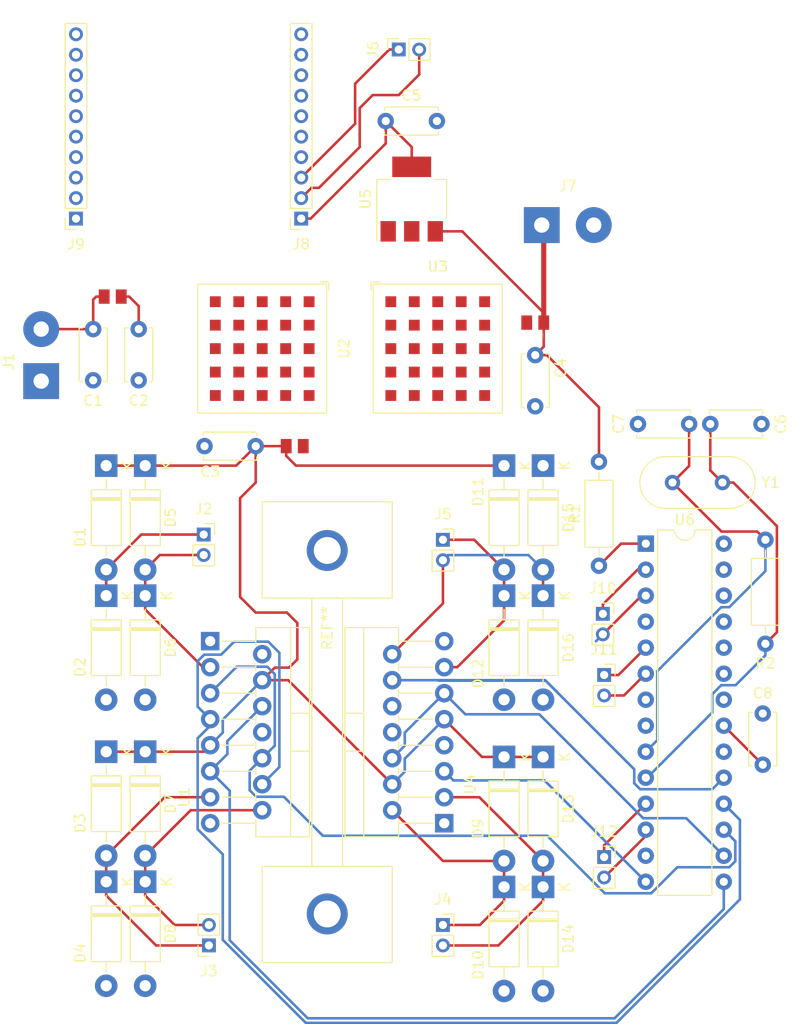
<source format=kicad_pcb>
(kicad_pcb (version 20171130) (host pcbnew "(5.1.5)-3")

  (general
    (thickness 1.6)
    (drawings 0)
    (tracks 251)
    (zones 0)
    (modules 49)
    (nets 73)
  )

  (page User 175.006 175.006)
  (title_block
    (title "CLOUD9 PCB")
    (rev A)
    (company "SDSU S.M.I.L.E. LAB")
  )

  (layers
    (0 F.Cu signal)
    (31 B.Cu signal)
    (32 B.Adhes user)
    (33 F.Adhes user)
    (34 B.Paste user)
    (35 F.Paste user)
    (36 B.SilkS user)
    (37 F.SilkS user)
    (38 B.Mask user)
    (39 F.Mask user)
    (40 Dwgs.User user)
    (41 Cmts.User user)
    (42 Eco1.User user)
    (43 Eco2.User user)
    (44 Edge.Cuts user)
    (45 Margin user)
    (46 B.CrtYd user)
    (47 F.CrtYd user)
    (48 B.Fab user)
    (49 F.Fab user)
  )

  (setup
    (last_trace_width 0.25)
    (trace_clearance 0.2)
    (zone_clearance 0.508)
    (zone_45_only no)
    (trace_min 0.2)
    (via_size 0.8)
    (via_drill 0.4)
    (via_min_size 0.2)
    (via_min_drill 0.1)
    (uvia_size 0.3)
    (uvia_drill 0.1)
    (uvias_allowed no)
    (uvia_min_size 0.2)
    (uvia_min_drill 0.1)
    (edge_width 0.05)
    (segment_width 0.2)
    (pcb_text_width 0.3)
    (pcb_text_size 1.5 1.5)
    (mod_edge_width 0.12)
    (mod_text_size 1 1)
    (mod_text_width 0.15)
    (pad_size 1.35 1.35)
    (pad_drill 0.8)
    (pad_to_mask_clearance 0.051)
    (solder_mask_min_width 0.25)
    (aux_axis_origin 0 0)
    (visible_elements 7FFFFFFF)
    (pcbplotparams
      (layerselection 0x010fc_ffffffff)
      (usegerberextensions false)
      (usegerberattributes false)
      (usegerberadvancedattributes false)
      (creategerberjobfile false)
      (excludeedgelayer true)
      (linewidth 0.100000)
      (plotframeref false)
      (viasonmask false)
      (mode 1)
      (useauxorigin false)
      (hpglpennumber 1)
      (hpglpenspeed 20)
      (hpglpendiameter 15.000000)
      (psnegative false)
      (psa4output false)
      (plotreference true)
      (plotvalue true)
      (plotinvisibletext false)
      (padsonsilk false)
      (subtractmaskfromsilk false)
      (outputformat 1)
      (mirror false)
      (drillshape 1)
      (scaleselection 1)
      (outputdirectory ""))
  )

  (net 0 "")
  (net 1 "Net-(C1-Pad1)")
  (net 2 GNDREF)
  (net 3 "Net-(C2-Pad1)")
  (net 4 "Net-(C3-Pad1)")
  (net 5 "Net-(C4-Pad1)")
  (net 6 "Net-(C5-Pad1)")
  (net 7 "Net-(C6-Pad2)")
  (net 8 "Net-(C7-Pad2)")
  (net 9 "Net-(C8-Pad1)")
  (net 10 "Net-(D1-Pad2)")
  (net 11 "Net-(D3-Pad2)")
  (net 12 "Net-(D5-Pad2)")
  (net 13 "Net-(D7-Pad2)")
  (net 14 "Net-(D10-Pad1)")
  (net 15 "Net-(D11-Pad2)")
  (net 16 "Net-(D13-Pad2)")
  (net 17 "Net-(D15-Pad2)")
  (net 18 "Net-(FB2-Pad2)")
  (net 19 "Net-(FB3-Pad2)")
  (net 20 "Net-(R1-Pad1)")
  (net 21 "Net-(U1-Pad15)")
  (net 22 "Net-(U1-Pad12)")
  (net 23 "Net-(U1-Pad11)")
  (net 24 "Net-(U1-Pad10)")
  (net 25 "Net-(U1-Pad1)")
  (net 26 "Net-(U2-PadC1)")
  (net 27 "Net-(U2-PadD1)")
  (net 28 "Net-(U2-PadE1)")
  (net 29 "Net-(U2-PadE2)")
  (net 30 "Net-(U2-PadE5)")
  (net 31 "Net-(U3-PadE5)")
  (net 32 "Net-(U3-PadE2)")
  (net 33 "Net-(U3-PadE1)")
  (net 34 "Net-(U3-PadD1)")
  (net 35 "Net-(U3-PadC1)")
  (net 36 "Net-(U4-Pad1)")
  (net 37 "Net-(U4-Pad10)")
  (net 38 "Net-(U4-Pad11)")
  (net 39 "Net-(U4-Pad12)")
  (net 40 "Net-(U4-Pad15)")
  (net 41 "Net-(U6-Pad4)")
  (net 42 "Net-(U6-Pad23)")
  (net 43 "Net-(U6-Pad24)")
  (net 44 "Net-(U6-Pad25)")
  (net 45 "Net-(U6-Pad26)")
  (net 46 "Net-(U6-Pad13)")
  (net 47 "Net-(U6-Pad27)")
  (net 48 "Net-(U6-Pad28)")
  (net 49 "Net-(J10-Pad1)")
  (net 50 "Net-(J10-Pad2)")
  (net 51 "Net-(J6-Pad2)")
  (net 52 "Net-(J6-Pad1)")
  (net 53 "Net-(J9-Pad1)")
  (net 54 "Net-(J9-Pad2)")
  (net 55 "Net-(J11-Pad2)")
  (net 56 "Net-(J11-Pad1)")
  (net 57 "Net-(J12-Pad1)")
  (net 58 "Net-(J12-Pad2)")
  (net 59 "Net-(J8-Pad9)")
  (net 60 "Net-(J8-Pad8)")
  (net 61 "Net-(J8-Pad7)")
  (net 62 "Net-(J8-Pad6)")
  (net 63 "Net-(J8-Pad5)")
  (net 64 "Net-(J8-Pad4)")
  (net 65 "Net-(J9-Pad3)")
  (net 66 "Net-(J9-Pad4)")
  (net 67 "Net-(J9-Pad5)")
  (net 68 "Net-(J9-Pad6)")
  (net 69 "Net-(J9-Pad7)")
  (net 70 "Net-(J9-Pad8)")
  (net 71 "Net-(J9-Pad9)")
  (net 72 "Net-(J9-Pad10)")

  (net_class Default "This is the default net class."
    (clearance 0.2)
    (trace_width 0.25)
    (via_dia 0.8)
    (via_drill 0.4)
    (uvia_dia 0.3)
    (uvia_drill 0.1)
    (add_net GNDREF)
    (add_net "Net-(C1-Pad1)")
    (add_net "Net-(C2-Pad1)")
    (add_net "Net-(C3-Pad1)")
    (add_net "Net-(C4-Pad1)")
    (add_net "Net-(C5-Pad1)")
    (add_net "Net-(C6-Pad2)")
    (add_net "Net-(C7-Pad2)")
    (add_net "Net-(C8-Pad1)")
    (add_net "Net-(D1-Pad2)")
    (add_net "Net-(D10-Pad1)")
    (add_net "Net-(D11-Pad2)")
    (add_net "Net-(D13-Pad2)")
    (add_net "Net-(D15-Pad2)")
    (add_net "Net-(D3-Pad2)")
    (add_net "Net-(D5-Pad2)")
    (add_net "Net-(D7-Pad2)")
    (add_net "Net-(FB2-Pad2)")
    (add_net "Net-(FB3-Pad2)")
    (add_net "Net-(J10-Pad1)")
    (add_net "Net-(J10-Pad2)")
    (add_net "Net-(J11-Pad1)")
    (add_net "Net-(J11-Pad2)")
    (add_net "Net-(J12-Pad1)")
    (add_net "Net-(J12-Pad2)")
    (add_net "Net-(J6-Pad1)")
    (add_net "Net-(J6-Pad2)")
    (add_net "Net-(J8-Pad4)")
    (add_net "Net-(J8-Pad5)")
    (add_net "Net-(J8-Pad6)")
    (add_net "Net-(J8-Pad7)")
    (add_net "Net-(J8-Pad8)")
    (add_net "Net-(J8-Pad9)")
    (add_net "Net-(J9-Pad1)")
    (add_net "Net-(J9-Pad10)")
    (add_net "Net-(J9-Pad2)")
    (add_net "Net-(J9-Pad3)")
    (add_net "Net-(J9-Pad4)")
    (add_net "Net-(J9-Pad5)")
    (add_net "Net-(J9-Pad6)")
    (add_net "Net-(J9-Pad7)")
    (add_net "Net-(J9-Pad8)")
    (add_net "Net-(J9-Pad9)")
    (add_net "Net-(R1-Pad1)")
    (add_net "Net-(U1-Pad1)")
    (add_net "Net-(U1-Pad10)")
    (add_net "Net-(U1-Pad11)")
    (add_net "Net-(U1-Pad12)")
    (add_net "Net-(U1-Pad15)")
    (add_net "Net-(U2-PadC1)")
    (add_net "Net-(U2-PadD1)")
    (add_net "Net-(U2-PadE1)")
    (add_net "Net-(U2-PadE2)")
    (add_net "Net-(U2-PadE5)")
    (add_net "Net-(U3-PadC1)")
    (add_net "Net-(U3-PadD1)")
    (add_net "Net-(U3-PadE1)")
    (add_net "Net-(U3-PadE2)")
    (add_net "Net-(U3-PadE5)")
    (add_net "Net-(U4-Pad1)")
    (add_net "Net-(U4-Pad10)")
    (add_net "Net-(U4-Pad11)")
    (add_net "Net-(U4-Pad12)")
    (add_net "Net-(U4-Pad15)")
    (add_net "Net-(U6-Pad13)")
    (add_net "Net-(U6-Pad23)")
    (add_net "Net-(U6-Pad24)")
    (add_net "Net-(U6-Pad25)")
    (add_net "Net-(U6-Pad26)")
    (add_net "Net-(U6-Pad27)")
    (add_net "Net-(U6-Pad28)")
    (add_net "Net-(U6-Pad4)")
  )

  (module Package_DIP:DIP-28_W7.62mm (layer F.Cu) (tedit 5A02E8C5) (tstamp 5E47066D)
    (at 104.14 75.565)
    (descr "28-lead though-hole mounted DIP package, row spacing 7.62 mm (300 mils)")
    (tags "THT DIP DIL PDIP 2.54mm 7.62mm 300mil")
    (path /5E4EAD47)
    (fp_text reference U6 (at 3.81 -2.33) (layer F.SilkS)
      (effects (font (size 1 1) (thickness 0.15)))
    )
    (fp_text value ATmega328P-PU (at 3.81 35.35) (layer F.Fab)
      (effects (font (size 1 1) (thickness 0.15)))
    )
    (fp_arc (start 3.81 -1.33) (end 2.81 -1.33) (angle -180) (layer F.SilkS) (width 0.12))
    (fp_line (start 1.635 -1.27) (end 6.985 -1.27) (layer F.Fab) (width 0.1))
    (fp_line (start 6.985 -1.27) (end 6.985 34.29) (layer F.Fab) (width 0.1))
    (fp_line (start 6.985 34.29) (end 0.635 34.29) (layer F.Fab) (width 0.1))
    (fp_line (start 0.635 34.29) (end 0.635 -0.27) (layer F.Fab) (width 0.1))
    (fp_line (start 0.635 -0.27) (end 1.635 -1.27) (layer F.Fab) (width 0.1))
    (fp_line (start 2.81 -1.33) (end 1.16 -1.33) (layer F.SilkS) (width 0.12))
    (fp_line (start 1.16 -1.33) (end 1.16 34.35) (layer F.SilkS) (width 0.12))
    (fp_line (start 1.16 34.35) (end 6.46 34.35) (layer F.SilkS) (width 0.12))
    (fp_line (start 6.46 34.35) (end 6.46 -1.33) (layer F.SilkS) (width 0.12))
    (fp_line (start 6.46 -1.33) (end 4.81 -1.33) (layer F.SilkS) (width 0.12))
    (fp_line (start -1.1 -1.55) (end -1.1 34.55) (layer F.CrtYd) (width 0.05))
    (fp_line (start -1.1 34.55) (end 8.7 34.55) (layer F.CrtYd) (width 0.05))
    (fp_line (start 8.7 34.55) (end 8.7 -1.55) (layer F.CrtYd) (width 0.05))
    (fp_line (start 8.7 -1.55) (end -1.1 -1.55) (layer F.CrtYd) (width 0.05))
    (fp_text user %R (at 3.81 16.51) (layer F.Fab)
      (effects (font (size 1 1) (thickness 0.15)))
    )
    (pad 1 thru_hole rect (at 0 0) (size 1.6 1.6) (drill 0.8) (layers *.Cu *.Mask)
      (net 20 "Net-(R1-Pad1)"))
    (pad 15 thru_hole oval (at 7.62 33.02) (size 1.6 1.6) (drill 0.8) (layers *.Cu *.Mask)
      (net 23 "Net-(U1-Pad11)"))
    (pad 2 thru_hole oval (at 0 2.54) (size 1.6 1.6) (drill 0.8) (layers *.Cu *.Mask)
      (net 49 "Net-(J10-Pad1)"))
    (pad 16 thru_hole oval (at 7.62 30.48) (size 1.6 1.6) (drill 0.8) (layers *.Cu *.Mask)
      (net 38 "Net-(U4-Pad11)"))
    (pad 3 thru_hole oval (at 0 5.08) (size 1.6 1.6) (drill 0.8) (layers *.Cu *.Mask)
      (net 50 "Net-(J10-Pad2)"))
    (pad 17 thru_hole oval (at 7.62 27.94) (size 1.6 1.6) (drill 0.8) (layers *.Cu *.Mask)
      (net 24 "Net-(U1-Pad10)"))
    (pad 4 thru_hole oval (at 0 7.62) (size 1.6 1.6) (drill 0.8) (layers *.Cu *.Mask)
      (net 41 "Net-(U6-Pad4)"))
    (pad 18 thru_hole oval (at 7.62 25.4) (size 1.6 1.6) (drill 0.8) (layers *.Cu *.Mask)
      (net 22 "Net-(U1-Pad12)"))
    (pad 5 thru_hole oval (at 0 10.16) (size 1.6 1.6) (drill 0.8) (layers *.Cu *.Mask)
      (net 56 "Net-(J11-Pad1)"))
    (pad 19 thru_hole oval (at 7.62 22.86) (size 1.6 1.6) (drill 0.8) (layers *.Cu *.Mask)
      (net 39 "Net-(U4-Pad12)"))
    (pad 6 thru_hole oval (at 0 12.7) (size 1.6 1.6) (drill 0.8) (layers *.Cu *.Mask)
      (net 55 "Net-(J11-Pad2)"))
    (pad 20 thru_hole oval (at 7.62 20.32) (size 1.6 1.6) (drill 0.8) (layers *.Cu *.Mask)
      (net 5 "Net-(C4-Pad1)"))
    (pad 7 thru_hole oval (at 0 15.24) (size 1.6 1.6) (drill 0.8) (layers *.Cu *.Mask)
      (net 5 "Net-(C4-Pad1)"))
    (pad 21 thru_hole oval (at 7.62 17.78) (size 1.6 1.6) (drill 0.8) (layers *.Cu *.Mask)
      (net 9 "Net-(C8-Pad1)"))
    (pad 8 thru_hole oval (at 0 17.78) (size 1.6 1.6) (drill 0.8) (layers *.Cu *.Mask)
      (net 2 GNDREF))
    (pad 22 thru_hole oval (at 7.62 15.24) (size 1.6 1.6) (drill 0.8) (layers *.Cu *.Mask)
      (net 2 GNDREF))
    (pad 9 thru_hole oval (at 0 20.32) (size 1.6 1.6) (drill 0.8) (layers *.Cu *.Mask)
      (net 8 "Net-(C7-Pad2)"))
    (pad 23 thru_hole oval (at 7.62 12.7) (size 1.6 1.6) (drill 0.8) (layers *.Cu *.Mask)
      (net 42 "Net-(U6-Pad23)"))
    (pad 10 thru_hole oval (at 0 22.86) (size 1.6 1.6) (drill 0.8) (layers *.Cu *.Mask)
      (net 7 "Net-(C6-Pad2)"))
    (pad 24 thru_hole oval (at 7.62 10.16) (size 1.6 1.6) (drill 0.8) (layers *.Cu *.Mask)
      (net 43 "Net-(U6-Pad24)"))
    (pad 11 thru_hole oval (at 0 25.4) (size 1.6 1.6) (drill 0.8) (layers *.Cu *.Mask)
      (net 57 "Net-(J12-Pad1)"))
    (pad 25 thru_hole oval (at 7.62 7.62) (size 1.6 1.6) (drill 0.8) (layers *.Cu *.Mask)
      (net 44 "Net-(U6-Pad25)"))
    (pad 12 thru_hole oval (at 0 27.94) (size 1.6 1.6) (drill 0.8) (layers *.Cu *.Mask)
      (net 58 "Net-(J12-Pad2)"))
    (pad 26 thru_hole oval (at 7.62 5.08) (size 1.6 1.6) (drill 0.8) (layers *.Cu *.Mask)
      (net 45 "Net-(U6-Pad26)"))
    (pad 13 thru_hole oval (at 0 30.48) (size 1.6 1.6) (drill 0.8) (layers *.Cu *.Mask)
      (net 46 "Net-(U6-Pad13)"))
    (pad 27 thru_hole oval (at 7.62 2.54) (size 1.6 1.6) (drill 0.8) (layers *.Cu *.Mask)
      (net 47 "Net-(U6-Pad27)"))
    (pad 14 thru_hole oval (at 0 33.02) (size 1.6 1.6) (drill 0.8) (layers *.Cu *.Mask)
      (net 37 "Net-(U4-Pad10)"))
    (pad 28 thru_hole oval (at 7.62 0) (size 1.6 1.6) (drill 0.8) (layers *.Cu *.Mask)
      (net 48 "Net-(U6-Pad28)"))
    (model ${KISYS3DMOD}/Package_DIP.3dshapes/DIP-28_W7.62mm.wrl
      (at (xyz 0 0 0))
      (scale (xyz 1 1 1))
      (rotate (xyz 0 0 0))
    )
  )

  (module Converter_DCDC:Converter_DCDC_RECOM_RPMx.x-x.0 (layer F.Cu) (tedit 5C6321BD) (tstamp 5E4705BD)
    (at 66.675 56.515 270)
    (descr https://www.recom-power.com/pdf/Innoline/RPM-6.0.pdf)
    (tags "dc-dc recom buck lga-25 pitch 2.29mm")
    (path /5E3CCBF1)
    (attr smd)
    (fp_text reference U2 (at 0 -8 90) (layer F.SilkS)
      (effects (font (size 1 1) (thickness 0.15)))
    )
    (fp_text value RPM5.0-6.0 (at 0 8 90) (layer F.Fab)
      (effects (font (size 1 1) (thickness 0.15)))
    )
    (fp_line (start 7.1 7.1) (end -7.1 7.1) (layer F.CrtYd) (width 0.05))
    (fp_line (start 7.1 7.1) (end 7.1 -7.1) (layer F.CrtYd) (width 0.05))
    (fp_line (start -7.1 -7.1) (end -7.1 7.1) (layer F.CrtYd) (width 0.05))
    (fp_line (start -7.1 -7.1) (end 7.1 -7.1) (layer F.CrtYd) (width 0.05))
    (fp_line (start -5.095 -6.095) (end 6.095 -6.095) (layer F.Fab) (width 0.1))
    (fp_line (start -6.095 -5.095) (end -5.095 -6.095) (layer F.Fab) (width 0.1))
    (fp_line (start -6.095 6.095) (end -6.095 -5.095) (layer F.Fab) (width 0.1))
    (fp_line (start 6.095 6.095) (end -6.095 6.095) (layer F.Fab) (width 0.1))
    (fp_line (start 6.095 -6.095) (end 6.095 6.095) (layer F.Fab) (width 0.1))
    (fp_line (start -6.3 -6.3) (end 6.3 -6.3) (layer F.SilkS) (width 0.12))
    (fp_line (start -6.3 6.3) (end -6.3 -6.3) (layer F.SilkS) (width 0.12))
    (fp_line (start 6.3 6.3) (end -6.3 6.3) (layer F.SilkS) (width 0.12))
    (fp_line (start 6.3 -6.3) (end 6.3 6.3) (layer F.SilkS) (width 0.12))
    (fp_line (start -6.5 -6.5) (end -6.5 -5.7) (layer F.SilkS) (width 0.12))
    (fp_line (start -5.7 -6.5) (end -6.5 -6.5) (layer F.SilkS) (width 0.12))
    (fp_text user %R (at 0 0 90) (layer F.Fab)
      (effects (font (size 1 1) (thickness 0.15)))
    )
    (pad A1 smd rect (at -4.58 -4.58 270) (size 1.06 1.06) (layers F.Cu F.Paste F.Mask)
      (net 3 "Net-(C2-Pad1)"))
    (pad B1 smd rect (at -4.58 -2.29 270) (size 1.06 1.06) (layers F.Cu F.Paste F.Mask)
      (net 2 GNDREF))
    (pad C1 smd rect (at -4.58 0 270) (size 1.06 1.06) (layers F.Cu F.Paste F.Mask)
      (net 26 "Net-(U2-PadC1)"))
    (pad D1 smd rect (at -4.58 2.29 270) (size 1.06 1.06) (layers F.Cu F.Paste F.Mask)
      (net 27 "Net-(U2-PadD1)"))
    (pad E1 smd rect (at -4.58 4.58 270) (size 1.06 1.06) (layers F.Cu F.Paste F.Mask)
      (net 28 "Net-(U2-PadE1)"))
    (pad A2 smd rect (at -2.29 -4.58 270) (size 1.06 1.06) (layers F.Cu F.Paste F.Mask)
      (net 3 "Net-(C2-Pad1)"))
    (pad B2 smd rect (at -2.29 -2.29 270) (size 1.06 1.06) (layers F.Cu F.Paste F.Mask)
      (net 2 GNDREF))
    (pad C2 smd rect (at -2.29 0 270) (size 1.06 1.06) (layers F.Cu F.Paste F.Mask)
      (net 2 GNDREF))
    (pad D2 smd rect (at -2.29 2.29 270) (size 1.06 1.06) (layers F.Cu F.Paste F.Mask)
      (net 2 GNDREF))
    (pad E2 smd rect (at -2.29 4.58 270) (size 1.06 1.06) (layers F.Cu F.Paste F.Mask)
      (net 29 "Net-(U2-PadE2)"))
    (pad A3 smd rect (at 0 -4.58 270) (size 1.06 1.06) (layers F.Cu F.Paste F.Mask)
      (net 2 GNDREF))
    (pad B3 smd rect (at 0 -2.29 270) (size 1.06 1.06) (layers F.Cu F.Paste F.Mask)
      (net 2 GNDREF))
    (pad C3 smd rect (at 0 0 270) (size 1.06 1.06) (layers F.Cu F.Paste F.Mask)
      (net 2 GNDREF))
    (pad D3 smd rect (at 0 2.29 270) (size 1.06 1.06) (layers F.Cu F.Paste F.Mask)
      (net 2 GNDREF))
    (pad E3 smd rect (at 0 4.58 270) (size 1.06 1.06) (layers F.Cu F.Paste F.Mask)
      (net 2 GNDREF))
    (pad A4 smd rect (at 2.29 -4.58 270) (size 1.06 1.06) (layers F.Cu F.Paste F.Mask)
      (net 2 GNDREF))
    (pad B4 smd rect (at 2.29 -2.29 270) (size 1.06 1.06) (layers F.Cu F.Paste F.Mask)
      (net 2 GNDREF))
    (pad C4 smd rect (at 2.29 0 270) (size 1.06 1.06) (layers F.Cu F.Paste F.Mask)
      (net 2 GNDREF))
    (pad D4 smd rect (at 2.29 2.29 270) (size 1.06 1.06) (layers F.Cu F.Paste F.Mask)
      (net 2 GNDREF))
    (pad E4 smd rect (at 2.29 4.58 270) (size 1.06 1.06) (layers F.Cu F.Paste F.Mask)
      (net 2 GNDREF))
    (pad A5 smd rect (at 4.58 -4.58 270) (size 1.06 1.06) (layers F.Cu F.Paste F.Mask)
      (net 18 "Net-(FB2-Pad2)"))
    (pad B5 smd rect (at 4.58 -2.29 270) (size 1.06 1.06) (layers F.Cu F.Paste F.Mask)
      (net 18 "Net-(FB2-Pad2)"))
    (pad C5 smd rect (at 4.58 0 270) (size 1.06 1.06) (layers F.Cu F.Paste F.Mask)
      (net 18 "Net-(FB2-Pad2)"))
    (pad D5 smd rect (at 4.58 2.29 270) (size 1.06 1.06) (layers F.Cu F.Paste F.Mask)
      (net 2 GNDREF))
    (pad E5 smd rect (at 4.58 4.58 270) (size 1.06 1.06) (layers F.Cu F.Paste F.Mask)
      (net 30 "Net-(U2-PadE5)"))
  )

  (module "MobileCloud(PCB):V7466x_AssManHeatsink" (layer F.Cu) (tedit 5E4B362F) (tstamp 5E4B85AB)
    (at 73.025 93.98 90)
    (fp_text reference REF** (at 10.16 0 90) (layer F.SilkS)
      (effects (font (size 1 1) (thickness 0.15)))
    )
    (fp_text value AssmannHeatsink (at -5.08 0 90) (layer F.Fab)
      (effects (font (size 1 1) (thickness 0.15)))
    )
    (fp_line (start 22.5 -6.35) (end 22.5 6.35) (layer F.SilkS) (width 0.12))
    (fp_line (start 22.5 -6.35) (end 13.1 -6.35) (layer F.SilkS) (width 0.12))
    (fp_line (start 22.5 6.35) (end 13.1 6.35) (layer F.SilkS) (width 0.12))
    (fp_line (start -13.1 6.35) (end -22.5 6.35) (layer F.SilkS) (width 0.12))
    (fp_line (start -13.1 -6.35) (end -22.5 -6.35) (layer F.SilkS) (width 0.12))
    (fp_line (start -22.5 -6.35) (end -22.5 6.35) (layer F.SilkS) (width 0.12))
    (fp_line (start -13.1 -1.5) (end 13.1 -1.5) (layer F.SilkS) (width 0.12))
    (fp_line (start 13.1 -6.35) (end 13.1 6.35) (layer F.SilkS) (width 0.12))
    (fp_line (start -13.1 1.5) (end 13.1 1.5) (layer F.SilkS) (width 0.12))
    (fp_line (start -13.1 -6.35) (end -13.1 6.35) (layer F.SilkS) (width 0.12))
    (pad 2 thru_hole circle (at 17.75 0 90) (size 4 4) (drill 2.63) (layers *.Cu *.Mask))
    (pad 1 thru_hole circle (at -17.75 0 90) (size 4 4) (drill 2.63) (layers *.Cu *.Mask))
  )

  (module Capacitor_THT:C_Disc_D5.0mm_W2.5mm_P5.00mm (layer F.Cu) (tedit 5AE50EF0) (tstamp 5E4BB2C0)
    (at 50.165 54.61 270)
    (descr "C, Disc series, Radial, pin pitch=5.00mm, , diameter*width=5*2.5mm^2, Capacitor, http://cdn-reichelt.de/documents/datenblatt/B300/DS_KERKO_TC.pdf")
    (tags "C Disc series Radial pin pitch 5.00mm  diameter 5mm width 2.5mm Capacitor")
    (path /5E3E8170)
    (fp_text reference C1 (at 6.985 0 180) (layer F.SilkS)
      (effects (font (size 1 1) (thickness 0.15)))
    )
    (fp_text value 10nF (at -2.54 0 180) (layer F.Fab)
      (effects (font (size 1 1) (thickness 0.15)))
    )
    (fp_line (start 0 -1.25) (end 0 1.25) (layer F.Fab) (width 0.1))
    (fp_line (start 0 1.25) (end 5 1.25) (layer F.Fab) (width 0.1))
    (fp_line (start 5 1.25) (end 5 -1.25) (layer F.Fab) (width 0.1))
    (fp_line (start 5 -1.25) (end 0 -1.25) (layer F.Fab) (width 0.1))
    (fp_line (start -0.12 -1.37) (end 5.12 -1.37) (layer F.SilkS) (width 0.12))
    (fp_line (start -0.12 1.37) (end 5.12 1.37) (layer F.SilkS) (width 0.12))
    (fp_line (start -0.12 -1.37) (end -0.12 -1.055) (layer F.SilkS) (width 0.12))
    (fp_line (start -0.12 1.055) (end -0.12 1.37) (layer F.SilkS) (width 0.12))
    (fp_line (start 5.12 -1.37) (end 5.12 -1.055) (layer F.SilkS) (width 0.12))
    (fp_line (start 5.12 1.055) (end 5.12 1.37) (layer F.SilkS) (width 0.12))
    (fp_line (start -1.05 -1.5) (end -1.05 1.5) (layer F.CrtYd) (width 0.05))
    (fp_line (start -1.05 1.5) (end 6.05 1.5) (layer F.CrtYd) (width 0.05))
    (fp_line (start 6.05 1.5) (end 6.05 -1.5) (layer F.CrtYd) (width 0.05))
    (fp_line (start 6.05 -1.5) (end -1.05 -1.5) (layer F.CrtYd) (width 0.05))
    (fp_text user %R (at 2.5 0 90) (layer F.Fab)
      (effects (font (size 1 1) (thickness 0.15)))
    )
    (pad 1 thru_hole circle (at 0 0 270) (size 1.6 1.6) (drill 0.8) (layers *.Cu *.Mask)
      (net 1 "Net-(C1-Pad1)"))
    (pad 2 thru_hole circle (at 5 0 270) (size 1.6 1.6) (drill 0.8) (layers *.Cu *.Mask)
      (net 2 GNDREF))
    (model ${KISYS3DMOD}/Capacitor_THT.3dshapes/C_Disc_D5.0mm_W2.5mm_P5.00mm.wrl
      (at (xyz 0 0 0))
      (scale (xyz 1 1 1))
      (rotate (xyz 0 0 0))
    )
  )

  (module Capacitor_THT:C_Disc_D5.0mm_W2.5mm_P5.00mm (layer F.Cu) (tedit 5AE50EF0) (tstamp 5E4701A1)
    (at 54.61 54.61 270)
    (descr "C, Disc series, Radial, pin pitch=5.00mm, , diameter*width=5*2.5mm^2, Capacitor, http://cdn-reichelt.de/documents/datenblatt/B300/DS_KERKO_TC.pdf")
    (tags "C Disc series Radial pin pitch 5.00mm  diameter 5mm width 2.5mm Capacitor")
    (path /5E3E532D)
    (fp_text reference C2 (at 6.985 0 180) (layer F.SilkS)
      (effects (font (size 1 1) (thickness 0.15)))
    )
    (fp_text value 10nF (at 2.5 2.5 90) (layer F.Fab)
      (effects (font (size 1 1) (thickness 0.15)))
    )
    (fp_text user %R (at 2.5 0 90) (layer F.Fab)
      (effects (font (size 1 1) (thickness 0.15)))
    )
    (fp_line (start 6.05 -1.5) (end -1.05 -1.5) (layer F.CrtYd) (width 0.05))
    (fp_line (start 6.05 1.5) (end 6.05 -1.5) (layer F.CrtYd) (width 0.05))
    (fp_line (start -1.05 1.5) (end 6.05 1.5) (layer F.CrtYd) (width 0.05))
    (fp_line (start -1.05 -1.5) (end -1.05 1.5) (layer F.CrtYd) (width 0.05))
    (fp_line (start 5.12 1.055) (end 5.12 1.37) (layer F.SilkS) (width 0.12))
    (fp_line (start 5.12 -1.37) (end 5.12 -1.055) (layer F.SilkS) (width 0.12))
    (fp_line (start -0.12 1.055) (end -0.12 1.37) (layer F.SilkS) (width 0.12))
    (fp_line (start -0.12 -1.37) (end -0.12 -1.055) (layer F.SilkS) (width 0.12))
    (fp_line (start -0.12 1.37) (end 5.12 1.37) (layer F.SilkS) (width 0.12))
    (fp_line (start -0.12 -1.37) (end 5.12 -1.37) (layer F.SilkS) (width 0.12))
    (fp_line (start 5 -1.25) (end 0 -1.25) (layer F.Fab) (width 0.1))
    (fp_line (start 5 1.25) (end 5 -1.25) (layer F.Fab) (width 0.1))
    (fp_line (start 0 1.25) (end 5 1.25) (layer F.Fab) (width 0.1))
    (fp_line (start 0 -1.25) (end 0 1.25) (layer F.Fab) (width 0.1))
    (pad 2 thru_hole circle (at 5 0 270) (size 1.6 1.6) (drill 0.8) (layers *.Cu *.Mask)
      (net 2 GNDREF))
    (pad 1 thru_hole circle (at 0 0 270) (size 1.6 1.6) (drill 0.8) (layers *.Cu *.Mask)
      (net 3 "Net-(C2-Pad1)"))
    (model ${KISYS3DMOD}/Capacitor_THT.3dshapes/C_Disc_D5.0mm_W2.5mm_P5.00mm.wrl
      (at (xyz 0 0 0))
      (scale (xyz 1 1 1))
      (rotate (xyz 0 0 0))
    )
  )

  (module Capacitor_THT:C_Disc_D5.0mm_W2.5mm_P5.00mm (layer F.Cu) (tedit 5AE50EF0) (tstamp 5E4701B6)
    (at 66.04 66.04 180)
    (descr "C, Disc series, Radial, pin pitch=5.00mm, , diameter*width=5*2.5mm^2, Capacitor, http://cdn-reichelt.de/documents/datenblatt/B300/DS_KERKO_TC.pdf")
    (tags "C Disc series Radial pin pitch 5.00mm  diameter 5mm width 2.5mm Capacitor")
    (path /5E3F46F6)
    (fp_text reference C3 (at 4.445 -2.5) (layer F.SilkS)
      (effects (font (size 1 1) (thickness 0.15)))
    )
    (fp_text value 20nF (at 1.27 -2.54) (layer F.Fab)
      (effects (font (size 1 1) (thickness 0.15)))
    )
    (fp_text user %R (at 2.5 0) (layer F.Fab)
      (effects (font (size 1 1) (thickness 0.15)))
    )
    (fp_line (start 6.05 -1.5) (end -1.05 -1.5) (layer F.CrtYd) (width 0.05))
    (fp_line (start 6.05 1.5) (end 6.05 -1.5) (layer F.CrtYd) (width 0.05))
    (fp_line (start -1.05 1.5) (end 6.05 1.5) (layer F.CrtYd) (width 0.05))
    (fp_line (start -1.05 -1.5) (end -1.05 1.5) (layer F.CrtYd) (width 0.05))
    (fp_line (start 5.12 1.055) (end 5.12 1.37) (layer F.SilkS) (width 0.12))
    (fp_line (start 5.12 -1.37) (end 5.12 -1.055) (layer F.SilkS) (width 0.12))
    (fp_line (start -0.12 1.055) (end -0.12 1.37) (layer F.SilkS) (width 0.12))
    (fp_line (start -0.12 -1.37) (end -0.12 -1.055) (layer F.SilkS) (width 0.12))
    (fp_line (start -0.12 1.37) (end 5.12 1.37) (layer F.SilkS) (width 0.12))
    (fp_line (start -0.12 -1.37) (end 5.12 -1.37) (layer F.SilkS) (width 0.12))
    (fp_line (start 5 -1.25) (end 0 -1.25) (layer F.Fab) (width 0.1))
    (fp_line (start 5 1.25) (end 5 -1.25) (layer F.Fab) (width 0.1))
    (fp_line (start 0 1.25) (end 5 1.25) (layer F.Fab) (width 0.1))
    (fp_line (start 0 -1.25) (end 0 1.25) (layer F.Fab) (width 0.1))
    (pad 2 thru_hole circle (at 5 0 180) (size 1.6 1.6) (drill 0.8) (layers *.Cu *.Mask)
      (net 2 GNDREF))
    (pad 1 thru_hole circle (at 0 0 180) (size 1.6 1.6) (drill 0.8) (layers *.Cu *.Mask)
      (net 4 "Net-(C3-Pad1)"))
    (model ${KISYS3DMOD}/Capacitor_THT.3dshapes/C_Disc_D5.0mm_W2.5mm_P5.00mm.wrl
      (at (xyz 0 0 0))
      (scale (xyz 1 1 1))
      (rotate (xyz 0 0 0))
    )
  )

  (module Capacitor_THT:C_Disc_D5.0mm_W2.5mm_P5.00mm (layer F.Cu) (tedit 5AE50EF0) (tstamp 5E4701CB)
    (at 93.345 57.15 270)
    (descr "C, Disc series, Radial, pin pitch=5.00mm, , diameter*width=5*2.5mm^2, Capacitor, http://cdn-reichelt.de/documents/datenblatt/B300/DS_KERKO_TC.pdf")
    (tags "C Disc series Radial pin pitch 5.00mm  diameter 5mm width 2.5mm Capacitor")
    (path /5E3FB2DD)
    (fp_text reference C4 (at 1.27 -2.5 90) (layer F.SilkS)
      (effects (font (size 1 1) (thickness 0.15)))
    )
    (fp_text value 20nF (at 4.445 -2.54 90) (layer F.Fab)
      (effects (font (size 1 1) (thickness 0.15)))
    )
    (fp_text user %R (at 2.5 0 90) (layer F.Fab)
      (effects (font (size 1 1) (thickness 0.15)))
    )
    (fp_line (start 6.05 -1.5) (end -1.05 -1.5) (layer F.CrtYd) (width 0.05))
    (fp_line (start 6.05 1.5) (end 6.05 -1.5) (layer F.CrtYd) (width 0.05))
    (fp_line (start -1.05 1.5) (end 6.05 1.5) (layer F.CrtYd) (width 0.05))
    (fp_line (start -1.05 -1.5) (end -1.05 1.5) (layer F.CrtYd) (width 0.05))
    (fp_line (start 5.12 1.055) (end 5.12 1.37) (layer F.SilkS) (width 0.12))
    (fp_line (start 5.12 -1.37) (end 5.12 -1.055) (layer F.SilkS) (width 0.12))
    (fp_line (start -0.12 1.055) (end -0.12 1.37) (layer F.SilkS) (width 0.12))
    (fp_line (start -0.12 -1.37) (end -0.12 -1.055) (layer F.SilkS) (width 0.12))
    (fp_line (start -0.12 1.37) (end 5.12 1.37) (layer F.SilkS) (width 0.12))
    (fp_line (start -0.12 -1.37) (end 5.12 -1.37) (layer F.SilkS) (width 0.12))
    (fp_line (start 5 -1.25) (end 0 -1.25) (layer F.Fab) (width 0.1))
    (fp_line (start 5 1.25) (end 5 -1.25) (layer F.Fab) (width 0.1))
    (fp_line (start 0 1.25) (end 5 1.25) (layer F.Fab) (width 0.1))
    (fp_line (start 0 -1.25) (end 0 1.25) (layer F.Fab) (width 0.1))
    (pad 2 thru_hole circle (at 5 0 270) (size 1.6 1.6) (drill 0.8) (layers *.Cu *.Mask)
      (net 2 GNDREF))
    (pad 1 thru_hole circle (at 0 0 270) (size 1.6 1.6) (drill 0.8) (layers *.Cu *.Mask)
      (net 5 "Net-(C4-Pad1)"))
    (model ${KISYS3DMOD}/Capacitor_THT.3dshapes/C_Disc_D5.0mm_W2.5mm_P5.00mm.wrl
      (at (xyz 0 0 0))
      (scale (xyz 1 1 1))
      (rotate (xyz 0 0 0))
    )
  )

  (module Capacitor_THT:C_Disc_D5.0mm_W2.5mm_P5.00mm (layer F.Cu) (tedit 5AE50EF0) (tstamp 5E4701E0)
    (at 78.74 34.29)
    (descr "C, Disc series, Radial, pin pitch=5.00mm, , diameter*width=5*2.5mm^2, Capacitor, http://cdn-reichelt.de/documents/datenblatt/B300/DS_KERKO_TC.pdf")
    (tags "C Disc series Radial pin pitch 5.00mm  diameter 5mm width 2.5mm Capacitor")
    (path /5E55E16F)
    (fp_text reference C5 (at 2.5 -2.5) (layer F.SilkS)
      (effects (font (size 1 1) (thickness 0.15)))
    )
    (fp_text value 10nF (at 2.5 2.5) (layer F.Fab)
      (effects (font (size 1 1) (thickness 0.15)))
    )
    (fp_line (start 0 -1.25) (end 0 1.25) (layer F.Fab) (width 0.1))
    (fp_line (start 0 1.25) (end 5 1.25) (layer F.Fab) (width 0.1))
    (fp_line (start 5 1.25) (end 5 -1.25) (layer F.Fab) (width 0.1))
    (fp_line (start 5 -1.25) (end 0 -1.25) (layer F.Fab) (width 0.1))
    (fp_line (start -0.12 -1.37) (end 5.12 -1.37) (layer F.SilkS) (width 0.12))
    (fp_line (start -0.12 1.37) (end 5.12 1.37) (layer F.SilkS) (width 0.12))
    (fp_line (start -0.12 -1.37) (end -0.12 -1.055) (layer F.SilkS) (width 0.12))
    (fp_line (start -0.12 1.055) (end -0.12 1.37) (layer F.SilkS) (width 0.12))
    (fp_line (start 5.12 -1.37) (end 5.12 -1.055) (layer F.SilkS) (width 0.12))
    (fp_line (start 5.12 1.055) (end 5.12 1.37) (layer F.SilkS) (width 0.12))
    (fp_line (start -1.05 -1.5) (end -1.05 1.5) (layer F.CrtYd) (width 0.05))
    (fp_line (start -1.05 1.5) (end 6.05 1.5) (layer F.CrtYd) (width 0.05))
    (fp_line (start 6.05 1.5) (end 6.05 -1.5) (layer F.CrtYd) (width 0.05))
    (fp_line (start 6.05 -1.5) (end -1.05 -1.5) (layer F.CrtYd) (width 0.05))
    (fp_text user %R (at 2.5 0) (layer F.Fab)
      (effects (font (size 1 1) (thickness 0.15)))
    )
    (pad 1 thru_hole circle (at 0 0) (size 1.6 1.6) (drill 0.8) (layers *.Cu *.Mask)
      (net 6 "Net-(C5-Pad1)"))
    (pad 2 thru_hole circle (at 5 0) (size 1.6 1.6) (drill 0.8) (layers *.Cu *.Mask)
      (net 2 GNDREF))
    (model ${KISYS3DMOD}/Capacitor_THT.3dshapes/C_Disc_D5.0mm_W2.5mm_P5.00mm.wrl
      (at (xyz 0 0 0))
      (scale (xyz 1 1 1))
      (rotate (xyz 0 0 0))
    )
  )

  (module Capacitor_THT:C_Disc_D5.0mm_W2.5mm_P5.00mm (layer F.Cu) (tedit 5AE50EF0) (tstamp 5E4701F5)
    (at 115.443 63.881 180)
    (descr "C, Disc series, Radial, pin pitch=5.00mm, , diameter*width=5*2.5mm^2, Capacitor, http://cdn-reichelt.de/documents/datenblatt/B300/DS_KERKO_TC.pdf")
    (tags "C Disc series Radial pin pitch 5.00mm  diameter 5mm width 2.5mm Capacitor")
    (path /5E668E1B)
    (fp_text reference C6 (at -1.905 0 90) (layer F.SilkS)
      (effects (font (size 1 1) (thickness 0.15)))
    )
    (fp_text value 22pF (at 2.5 2.5) (layer F.Fab)
      (effects (font (size 1 1) (thickness 0.15)))
    )
    (fp_line (start 0 -1.25) (end 0 1.25) (layer F.Fab) (width 0.1))
    (fp_line (start 0 1.25) (end 5 1.25) (layer F.Fab) (width 0.1))
    (fp_line (start 5 1.25) (end 5 -1.25) (layer F.Fab) (width 0.1))
    (fp_line (start 5 -1.25) (end 0 -1.25) (layer F.Fab) (width 0.1))
    (fp_line (start -0.12 -1.37) (end 5.12 -1.37) (layer F.SilkS) (width 0.12))
    (fp_line (start -0.12 1.37) (end 5.12 1.37) (layer F.SilkS) (width 0.12))
    (fp_line (start -0.12 -1.37) (end -0.12 -1.055) (layer F.SilkS) (width 0.12))
    (fp_line (start -0.12 1.055) (end -0.12 1.37) (layer F.SilkS) (width 0.12))
    (fp_line (start 5.12 -1.37) (end 5.12 -1.055) (layer F.SilkS) (width 0.12))
    (fp_line (start 5.12 1.055) (end 5.12 1.37) (layer F.SilkS) (width 0.12))
    (fp_line (start -1.05 -1.5) (end -1.05 1.5) (layer F.CrtYd) (width 0.05))
    (fp_line (start -1.05 1.5) (end 6.05 1.5) (layer F.CrtYd) (width 0.05))
    (fp_line (start 6.05 1.5) (end 6.05 -1.5) (layer F.CrtYd) (width 0.05))
    (fp_line (start 6.05 -1.5) (end -1.05 -1.5) (layer F.CrtYd) (width 0.05))
    (fp_text user %R (at 2.5 0) (layer F.Fab)
      (effects (font (size 1 1) (thickness 0.15)))
    )
    (pad 1 thru_hole circle (at 0 0 180) (size 1.6 1.6) (drill 0.8) (layers *.Cu *.Mask)
      (net 2 GNDREF))
    (pad 2 thru_hole circle (at 5 0 180) (size 1.6 1.6) (drill 0.8) (layers *.Cu *.Mask)
      (net 7 "Net-(C6-Pad2)"))
    (model ${KISYS3DMOD}/Capacitor_THT.3dshapes/C_Disc_D5.0mm_W2.5mm_P5.00mm.wrl
      (at (xyz 0 0 0))
      (scale (xyz 1 1 1))
      (rotate (xyz 0 0 0))
    )
  )

  (module Capacitor_THT:C_Disc_D5.0mm_W2.5mm_P5.00mm (layer F.Cu) (tedit 5AE50EF0) (tstamp 5E47020A)
    (at 103.378 63.881)
    (descr "C, Disc series, Radial, pin pitch=5.00mm, , diameter*width=5*2.5mm^2, Capacitor, http://cdn-reichelt.de/documents/datenblatt/B300/DS_KERKO_TC.pdf")
    (tags "C Disc series Radial pin pitch 5.00mm  diameter 5mm width 2.5mm Capacitor")
    (path /5E6715C6)
    (fp_text reference C7 (at -1.905 0 90) (layer F.SilkS)
      (effects (font (size 1 1) (thickness 0.15)))
    )
    (fp_text value 22pF (at 2.5 -2.54) (layer F.Fab)
      (effects (font (size 1 1) (thickness 0.15)))
    )
    (fp_text user %R (at 2.5 0) (layer F.Fab)
      (effects (font (size 1 1) (thickness 0.15)))
    )
    (fp_line (start 6.05 -1.5) (end -1.05 -1.5) (layer F.CrtYd) (width 0.05))
    (fp_line (start 6.05 1.5) (end 6.05 -1.5) (layer F.CrtYd) (width 0.05))
    (fp_line (start -1.05 1.5) (end 6.05 1.5) (layer F.CrtYd) (width 0.05))
    (fp_line (start -1.05 -1.5) (end -1.05 1.5) (layer F.CrtYd) (width 0.05))
    (fp_line (start 5.12 1.055) (end 5.12 1.37) (layer F.SilkS) (width 0.12))
    (fp_line (start 5.12 -1.37) (end 5.12 -1.055) (layer F.SilkS) (width 0.12))
    (fp_line (start -0.12 1.055) (end -0.12 1.37) (layer F.SilkS) (width 0.12))
    (fp_line (start -0.12 -1.37) (end -0.12 -1.055) (layer F.SilkS) (width 0.12))
    (fp_line (start -0.12 1.37) (end 5.12 1.37) (layer F.SilkS) (width 0.12))
    (fp_line (start -0.12 -1.37) (end 5.12 -1.37) (layer F.SilkS) (width 0.12))
    (fp_line (start 5 -1.25) (end 0 -1.25) (layer F.Fab) (width 0.1))
    (fp_line (start 5 1.25) (end 5 -1.25) (layer F.Fab) (width 0.1))
    (fp_line (start 0 1.25) (end 5 1.25) (layer F.Fab) (width 0.1))
    (fp_line (start 0 -1.25) (end 0 1.25) (layer F.Fab) (width 0.1))
    (pad 2 thru_hole circle (at 5 0) (size 1.6 1.6) (drill 0.8) (layers *.Cu *.Mask)
      (net 8 "Net-(C7-Pad2)"))
    (pad 1 thru_hole circle (at 0 0) (size 1.6 1.6) (drill 0.8) (layers *.Cu *.Mask)
      (net 2 GNDREF))
    (model ${KISYS3DMOD}/Capacitor_THT.3dshapes/C_Disc_D5.0mm_W2.5mm_P5.00mm.wrl
      (at (xyz 0 0 0))
      (scale (xyz 1 1 1))
      (rotate (xyz 0 0 0))
    )
  )

  (module Capacitor_THT:C_Disc_D5.0mm_W2.5mm_P5.00mm (layer F.Cu) (tedit 5AE50EF0) (tstamp 5E47021F)
    (at 115.57 97.155 90)
    (descr "C, Disc series, Radial, pin pitch=5.00mm, , diameter*width=5*2.5mm^2, Capacitor, http://cdn-reichelt.de/documents/datenblatt/B300/DS_KERKO_TC.pdf")
    (tags "C Disc series Radial pin pitch 5.00mm  diameter 5mm width 2.5mm Capacitor")
    (path /5E6B8D69)
    (fp_text reference C8 (at 6.985 0 180) (layer F.SilkS)
      (effects (font (size 1 1) (thickness 0.15)))
    )
    (fp_text value 100nF (at 2.5 2.5 90) (layer F.Fab)
      (effects (font (size 1 1) (thickness 0.15)))
    )
    (fp_line (start 0 -1.25) (end 0 1.25) (layer F.Fab) (width 0.1))
    (fp_line (start 0 1.25) (end 5 1.25) (layer F.Fab) (width 0.1))
    (fp_line (start 5 1.25) (end 5 -1.25) (layer F.Fab) (width 0.1))
    (fp_line (start 5 -1.25) (end 0 -1.25) (layer F.Fab) (width 0.1))
    (fp_line (start -0.12 -1.37) (end 5.12 -1.37) (layer F.SilkS) (width 0.12))
    (fp_line (start -0.12 1.37) (end 5.12 1.37) (layer F.SilkS) (width 0.12))
    (fp_line (start -0.12 -1.37) (end -0.12 -1.055) (layer F.SilkS) (width 0.12))
    (fp_line (start -0.12 1.055) (end -0.12 1.37) (layer F.SilkS) (width 0.12))
    (fp_line (start 5.12 -1.37) (end 5.12 -1.055) (layer F.SilkS) (width 0.12))
    (fp_line (start 5.12 1.055) (end 5.12 1.37) (layer F.SilkS) (width 0.12))
    (fp_line (start -1.05 -1.5) (end -1.05 1.5) (layer F.CrtYd) (width 0.05))
    (fp_line (start -1.05 1.5) (end 6.05 1.5) (layer F.CrtYd) (width 0.05))
    (fp_line (start 6.05 1.5) (end 6.05 -1.5) (layer F.CrtYd) (width 0.05))
    (fp_line (start 6.05 -1.5) (end -1.05 -1.5) (layer F.CrtYd) (width 0.05))
    (fp_text user %R (at 2.5 0 90) (layer F.Fab)
      (effects (font (size 1 1) (thickness 0.15)))
    )
    (pad 1 thru_hole circle (at 0 0 90) (size 1.6 1.6) (drill 0.8) (layers *.Cu *.Mask)
      (net 9 "Net-(C8-Pad1)"))
    (pad 2 thru_hole circle (at 5 0 90) (size 1.6 1.6) (drill 0.8) (layers *.Cu *.Mask)
      (net 2 GNDREF))
    (model ${KISYS3DMOD}/Capacitor_THT.3dshapes/C_Disc_D5.0mm_W2.5mm_P5.00mm.wrl
      (at (xyz 0 0 0))
      (scale (xyz 1 1 1))
      (rotate (xyz 0 0 0))
    )
  )

  (module Diode_THT:D_DO-41_SOD81_P10.16mm_Horizontal (layer F.Cu) (tedit 5AE50CD5) (tstamp 5E47027C)
    (at 51.435 95.885 270)
    (descr "Diode, DO-41_SOD81 series, Axial, Horizontal, pin pitch=10.16mm, , length*diameter=5.2*2.7mm^2, , http://www.diodes.com/_files/packages/DO-41%20(Plastic).pdf")
    (tags "Diode DO-41_SOD81 series Axial Horizontal pin pitch 10.16mm  length 5.2mm diameter 2.7mm")
    (path /5E41E18D)
    (fp_text reference D3 (at 6.985 2.54 90) (layer F.SilkS)
      (effects (font (size 1 1) (thickness 0.15)))
    )
    (fp_text value D (at 5.08 2.47 90) (layer F.Fab)
      (effects (font (size 1 1) (thickness 0.15)))
    )
    (fp_line (start 2.48 -1.35) (end 2.48 1.35) (layer F.Fab) (width 0.1))
    (fp_line (start 2.48 1.35) (end 7.68 1.35) (layer F.Fab) (width 0.1))
    (fp_line (start 7.68 1.35) (end 7.68 -1.35) (layer F.Fab) (width 0.1))
    (fp_line (start 7.68 -1.35) (end 2.48 -1.35) (layer F.Fab) (width 0.1))
    (fp_line (start 0 0) (end 2.48 0) (layer F.Fab) (width 0.1))
    (fp_line (start 10.16 0) (end 7.68 0) (layer F.Fab) (width 0.1))
    (fp_line (start 3.26 -1.35) (end 3.26 1.35) (layer F.Fab) (width 0.1))
    (fp_line (start 3.36 -1.35) (end 3.36 1.35) (layer F.Fab) (width 0.1))
    (fp_line (start 3.16 -1.35) (end 3.16 1.35) (layer F.Fab) (width 0.1))
    (fp_line (start 2.36 -1.47) (end 2.36 1.47) (layer F.SilkS) (width 0.12))
    (fp_line (start 2.36 1.47) (end 7.8 1.47) (layer F.SilkS) (width 0.12))
    (fp_line (start 7.8 1.47) (end 7.8 -1.47) (layer F.SilkS) (width 0.12))
    (fp_line (start 7.8 -1.47) (end 2.36 -1.47) (layer F.SilkS) (width 0.12))
    (fp_line (start 1.34 0) (end 2.36 0) (layer F.SilkS) (width 0.12))
    (fp_line (start 8.82 0) (end 7.8 0) (layer F.SilkS) (width 0.12))
    (fp_line (start 3.26 -1.47) (end 3.26 1.47) (layer F.SilkS) (width 0.12))
    (fp_line (start 3.38 -1.47) (end 3.38 1.47) (layer F.SilkS) (width 0.12))
    (fp_line (start 3.14 -1.47) (end 3.14 1.47) (layer F.SilkS) (width 0.12))
    (fp_line (start -1.35 -1.6) (end -1.35 1.6) (layer F.CrtYd) (width 0.05))
    (fp_line (start -1.35 1.6) (end 11.51 1.6) (layer F.CrtYd) (width 0.05))
    (fp_line (start 11.51 1.6) (end 11.51 -1.6) (layer F.CrtYd) (width 0.05))
    (fp_line (start 11.51 -1.6) (end -1.35 -1.6) (layer F.CrtYd) (width 0.05))
    (fp_text user %R (at 5.47 0 90) (layer F.Fab)
      (effects (font (size 1 1) (thickness 0.15)))
    )
    (fp_text user K (at 0 -2.1 90) (layer F.Fab)
      (effects (font (size 1 1) (thickness 0.15)))
    )
    (fp_text user K (at 0 -2.1 90) (layer F.SilkS)
      (effects (font (size 1 1) (thickness 0.15)))
    )
    (pad 1 thru_hole rect (at 0 0 270) (size 2.2 2.2) (drill 1.1) (layers *.Cu *.Mask)
      (net 4 "Net-(C3-Pad1)"))
    (pad 2 thru_hole oval (at 10.16 0 270) (size 2.2 2.2) (drill 1.1) (layers *.Cu *.Mask)
      (net 11 "Net-(D3-Pad2)"))
    (model ${KISYS3DMOD}/Diode_THT.3dshapes/D_DO-41_SOD81_P10.16mm_Horizontal.wrl
      (at (xyz 0 0 0))
      (scale (xyz 1 1 1))
      (rotate (xyz 0 0 0))
    )
  )

  (module Diode_THT:D_DO-41_SOD81_P10.16mm_Horizontal (layer F.Cu) (tedit 5AE50CD5) (tstamp 5E47029B)
    (at 51.435 108.585 270)
    (descr "Diode, DO-41_SOD81 series, Axial, Horizontal, pin pitch=10.16mm, , length*diameter=5.2*2.7mm^2, , http://www.diodes.com/_files/packages/DO-41%20(Plastic).pdf")
    (tags "Diode DO-41_SOD81 series Axial Horizontal pin pitch 10.16mm  length 5.2mm diameter 2.7mm")
    (path /5E41ECF6)
    (fp_text reference D4 (at 6.985 2.54 90) (layer F.SilkS)
      (effects (font (size 1 1) (thickness 0.15)))
    )
    (fp_text value D (at 5.08 2.47 90) (layer F.Fab)
      (effects (font (size 1 1) (thickness 0.15)))
    )
    (fp_text user K (at 0 -2.1 90) (layer F.SilkS)
      (effects (font (size 1 1) (thickness 0.15)))
    )
    (fp_text user K (at 0 -2.1 90) (layer F.Fab)
      (effects (font (size 1 1) (thickness 0.15)))
    )
    (fp_text user %R (at 5.47 0 90) (layer F.Fab)
      (effects (font (size 1 1) (thickness 0.15)))
    )
    (fp_line (start 11.51 -1.6) (end -1.35 -1.6) (layer F.CrtYd) (width 0.05))
    (fp_line (start 11.51 1.6) (end 11.51 -1.6) (layer F.CrtYd) (width 0.05))
    (fp_line (start -1.35 1.6) (end 11.51 1.6) (layer F.CrtYd) (width 0.05))
    (fp_line (start -1.35 -1.6) (end -1.35 1.6) (layer F.CrtYd) (width 0.05))
    (fp_line (start 3.14 -1.47) (end 3.14 1.47) (layer F.SilkS) (width 0.12))
    (fp_line (start 3.38 -1.47) (end 3.38 1.47) (layer F.SilkS) (width 0.12))
    (fp_line (start 3.26 -1.47) (end 3.26 1.47) (layer F.SilkS) (width 0.12))
    (fp_line (start 8.82 0) (end 7.8 0) (layer F.SilkS) (width 0.12))
    (fp_line (start 1.34 0) (end 2.36 0) (layer F.SilkS) (width 0.12))
    (fp_line (start 7.8 -1.47) (end 2.36 -1.47) (layer F.SilkS) (width 0.12))
    (fp_line (start 7.8 1.47) (end 7.8 -1.47) (layer F.SilkS) (width 0.12))
    (fp_line (start 2.36 1.47) (end 7.8 1.47) (layer F.SilkS) (width 0.12))
    (fp_line (start 2.36 -1.47) (end 2.36 1.47) (layer F.SilkS) (width 0.12))
    (fp_line (start 3.16 -1.35) (end 3.16 1.35) (layer F.Fab) (width 0.1))
    (fp_line (start 3.36 -1.35) (end 3.36 1.35) (layer F.Fab) (width 0.1))
    (fp_line (start 3.26 -1.35) (end 3.26 1.35) (layer F.Fab) (width 0.1))
    (fp_line (start 10.16 0) (end 7.68 0) (layer F.Fab) (width 0.1))
    (fp_line (start 0 0) (end 2.48 0) (layer F.Fab) (width 0.1))
    (fp_line (start 7.68 -1.35) (end 2.48 -1.35) (layer F.Fab) (width 0.1))
    (fp_line (start 7.68 1.35) (end 7.68 -1.35) (layer F.Fab) (width 0.1))
    (fp_line (start 2.48 1.35) (end 7.68 1.35) (layer F.Fab) (width 0.1))
    (fp_line (start 2.48 -1.35) (end 2.48 1.35) (layer F.Fab) (width 0.1))
    (pad 2 thru_hole oval (at 10.16 0 270) (size 2.2 2.2) (drill 1.1) (layers *.Cu *.Mask)
      (net 2 GNDREF))
    (pad 1 thru_hole rect (at 0 0 270) (size 2.2 2.2) (drill 1.1) (layers *.Cu *.Mask)
      (net 11 "Net-(D3-Pad2)"))
    (model ${KISYS3DMOD}/Diode_THT.3dshapes/D_DO-41_SOD81_P10.16mm_Horizontal.wrl
      (at (xyz 0 0 0))
      (scale (xyz 1 1 1))
      (rotate (xyz 0 0 0))
    )
  )

  (module Diode_THT:D_DO-41_SOD81_P10.16mm_Horizontal (layer F.Cu) (tedit 5AE50CD5) (tstamp 5E4702F8)
    (at 55.245 95.885 270)
    (descr "Diode, DO-41_SOD81 series, Axial, Horizontal, pin pitch=10.16mm, , length*diameter=5.2*2.7mm^2, , http://www.diodes.com/_files/packages/DO-41%20(Plastic).pdf")
    (tags "Diode DO-41_SOD81 series Axial Horizontal pin pitch 10.16mm  length 5.2mm diameter 2.7mm")
    (path /5E41D246)
    (fp_text reference D7 (at 5.08 -2.47 90) (layer F.SilkS)
      (effects (font (size 1 1) (thickness 0.15)))
    )
    (fp_text value D (at 3.175 -2.54 90) (layer F.Fab)
      (effects (font (size 1 1) (thickness 0.15)))
    )
    (fp_text user K (at 0 -2.1 90) (layer F.SilkS)
      (effects (font (size 1 1) (thickness 0.15)))
    )
    (fp_text user K (at 0 -2.1 90) (layer F.Fab)
      (effects (font (size 1 1) (thickness 0.15)))
    )
    (fp_text user %R (at 5.47 0 90) (layer F.Fab)
      (effects (font (size 1 1) (thickness 0.15)))
    )
    (fp_line (start 11.51 -1.6) (end -1.35 -1.6) (layer F.CrtYd) (width 0.05))
    (fp_line (start 11.51 1.6) (end 11.51 -1.6) (layer F.CrtYd) (width 0.05))
    (fp_line (start -1.35 1.6) (end 11.51 1.6) (layer F.CrtYd) (width 0.05))
    (fp_line (start -1.35 -1.6) (end -1.35 1.6) (layer F.CrtYd) (width 0.05))
    (fp_line (start 3.14 -1.47) (end 3.14 1.47) (layer F.SilkS) (width 0.12))
    (fp_line (start 3.38 -1.47) (end 3.38 1.47) (layer F.SilkS) (width 0.12))
    (fp_line (start 3.26 -1.47) (end 3.26 1.47) (layer F.SilkS) (width 0.12))
    (fp_line (start 8.82 0) (end 7.8 0) (layer F.SilkS) (width 0.12))
    (fp_line (start 1.34 0) (end 2.36 0) (layer F.SilkS) (width 0.12))
    (fp_line (start 7.8 -1.47) (end 2.36 -1.47) (layer F.SilkS) (width 0.12))
    (fp_line (start 7.8 1.47) (end 7.8 -1.47) (layer F.SilkS) (width 0.12))
    (fp_line (start 2.36 1.47) (end 7.8 1.47) (layer F.SilkS) (width 0.12))
    (fp_line (start 2.36 -1.47) (end 2.36 1.47) (layer F.SilkS) (width 0.12))
    (fp_line (start 3.16 -1.35) (end 3.16 1.35) (layer F.Fab) (width 0.1))
    (fp_line (start 3.36 -1.35) (end 3.36 1.35) (layer F.Fab) (width 0.1))
    (fp_line (start 3.26 -1.35) (end 3.26 1.35) (layer F.Fab) (width 0.1))
    (fp_line (start 10.16 0) (end 7.68 0) (layer F.Fab) (width 0.1))
    (fp_line (start 0 0) (end 2.48 0) (layer F.Fab) (width 0.1))
    (fp_line (start 7.68 -1.35) (end 2.48 -1.35) (layer F.Fab) (width 0.1))
    (fp_line (start 7.68 1.35) (end 7.68 -1.35) (layer F.Fab) (width 0.1))
    (fp_line (start 2.48 1.35) (end 7.68 1.35) (layer F.Fab) (width 0.1))
    (fp_line (start 2.48 -1.35) (end 2.48 1.35) (layer F.Fab) (width 0.1))
    (pad 2 thru_hole oval (at 10.16 0 270) (size 2.2 2.2) (drill 1.1) (layers *.Cu *.Mask)
      (net 13 "Net-(D7-Pad2)"))
    (pad 1 thru_hole rect (at 0 0 270) (size 2.2 2.2) (drill 1.1) (layers *.Cu *.Mask)
      (net 4 "Net-(C3-Pad1)"))
    (model ${KISYS3DMOD}/Diode_THT.3dshapes/D_DO-41_SOD81_P10.16mm_Horizontal.wrl
      (at (xyz 0 0 0))
      (scale (xyz 1 1 1))
      (rotate (xyz 0 0 0))
    )
  )

  (module Diode_THT:D_DO-41_SOD81_P10.16mm_Horizontal (layer F.Cu) (tedit 5AE50CD5) (tstamp 5E470317)
    (at 55.245 108.585 270)
    (descr "Diode, DO-41_SOD81 series, Axial, Horizontal, pin pitch=10.16mm, , length*diameter=5.2*2.7mm^2, , http://www.diodes.com/_files/packages/DO-41%20(Plastic).pdf")
    (tags "Diode DO-41_SOD81 series Axial Horizontal pin pitch 10.16mm  length 5.2mm diameter 2.7mm")
    (path /5E41F10C)
    (fp_text reference D8 (at 5.08 -2.47 90) (layer F.SilkS)
      (effects (font (size 1 1) (thickness 0.15)))
    )
    (fp_text value D (at 3.175 -2.54 90) (layer F.Fab)
      (effects (font (size 1 1) (thickness 0.15)))
    )
    (fp_line (start 2.48 -1.35) (end 2.48 1.35) (layer F.Fab) (width 0.1))
    (fp_line (start 2.48 1.35) (end 7.68 1.35) (layer F.Fab) (width 0.1))
    (fp_line (start 7.68 1.35) (end 7.68 -1.35) (layer F.Fab) (width 0.1))
    (fp_line (start 7.68 -1.35) (end 2.48 -1.35) (layer F.Fab) (width 0.1))
    (fp_line (start 0 0) (end 2.48 0) (layer F.Fab) (width 0.1))
    (fp_line (start 10.16 0) (end 7.68 0) (layer F.Fab) (width 0.1))
    (fp_line (start 3.26 -1.35) (end 3.26 1.35) (layer F.Fab) (width 0.1))
    (fp_line (start 3.36 -1.35) (end 3.36 1.35) (layer F.Fab) (width 0.1))
    (fp_line (start 3.16 -1.35) (end 3.16 1.35) (layer F.Fab) (width 0.1))
    (fp_line (start 2.36 -1.47) (end 2.36 1.47) (layer F.SilkS) (width 0.12))
    (fp_line (start 2.36 1.47) (end 7.8 1.47) (layer F.SilkS) (width 0.12))
    (fp_line (start 7.8 1.47) (end 7.8 -1.47) (layer F.SilkS) (width 0.12))
    (fp_line (start 7.8 -1.47) (end 2.36 -1.47) (layer F.SilkS) (width 0.12))
    (fp_line (start 1.34 0) (end 2.36 0) (layer F.SilkS) (width 0.12))
    (fp_line (start 8.82 0) (end 7.8 0) (layer F.SilkS) (width 0.12))
    (fp_line (start 3.26 -1.47) (end 3.26 1.47) (layer F.SilkS) (width 0.12))
    (fp_line (start 3.38 -1.47) (end 3.38 1.47) (layer F.SilkS) (width 0.12))
    (fp_line (start 3.14 -1.47) (end 3.14 1.47) (layer F.SilkS) (width 0.12))
    (fp_line (start -1.35 -1.6) (end -1.35 1.6) (layer F.CrtYd) (width 0.05))
    (fp_line (start -1.35 1.6) (end 11.51 1.6) (layer F.CrtYd) (width 0.05))
    (fp_line (start 11.51 1.6) (end 11.51 -1.6) (layer F.CrtYd) (width 0.05))
    (fp_line (start 11.51 -1.6) (end -1.35 -1.6) (layer F.CrtYd) (width 0.05))
    (fp_text user %R (at 5.47 0 90) (layer F.Fab)
      (effects (font (size 1 1) (thickness 0.15)))
    )
    (fp_text user K (at 0 -2.1 90) (layer F.Fab)
      (effects (font (size 1 1) (thickness 0.15)))
    )
    (fp_text user K (at 0 -2.1 90) (layer F.SilkS)
      (effects (font (size 1 1) (thickness 0.15)))
    )
    (pad 1 thru_hole rect (at 0 0 270) (size 2.2 2.2) (drill 1.1) (layers *.Cu *.Mask)
      (net 13 "Net-(D7-Pad2)"))
    (pad 2 thru_hole oval (at 10.16 0 270) (size 2.2 2.2) (drill 1.1) (layers *.Cu *.Mask)
      (net 2 GNDREF))
    (model ${KISYS3DMOD}/Diode_THT.3dshapes/D_DO-41_SOD81_P10.16mm_Horizontal.wrl
      (at (xyz 0 0 0))
      (scale (xyz 1 1 1))
      (rotate (xyz 0 0 0))
    )
  )

  (module Diode_THT:D_DO-41_SOD81_P10.16mm_Horizontal (layer F.Cu) (tedit 5AE50CD5) (tstamp 5E470336)
    (at 90.297 96.393 270)
    (descr "Diode, DO-41_SOD81 series, Axial, Horizontal, pin pitch=10.16mm, , length*diameter=5.2*2.7mm^2, , http://www.diodes.com/_files/packages/DO-41%20(Plastic).pdf")
    (tags "Diode DO-41_SOD81 series Axial Horizontal pin pitch 10.16mm  length 5.2mm diameter 2.7mm")
    (path /5E4773C6)
    (fp_text reference D9 (at 6.985 2.54 90) (layer F.SilkS)
      (effects (font (size 1 1) (thickness 0.15)))
    )
    (fp_text value D (at 5.08 2.47 90) (layer F.Fab)
      (effects (font (size 1 1) (thickness 0.15)))
    )
    (fp_text user K (at 0 -2.1 90) (layer F.SilkS)
      (effects (font (size 1 1) (thickness 0.15)))
    )
    (fp_text user K (at 0 -2.1 90) (layer F.Fab)
      (effects (font (size 1 1) (thickness 0.15)))
    )
    (fp_text user %R (at 5.47 0 90) (layer F.Fab)
      (effects (font (size 1 1) (thickness 0.15)))
    )
    (fp_line (start 11.51 -1.6) (end -1.35 -1.6) (layer F.CrtYd) (width 0.05))
    (fp_line (start 11.51 1.6) (end 11.51 -1.6) (layer F.CrtYd) (width 0.05))
    (fp_line (start -1.35 1.6) (end 11.51 1.6) (layer F.CrtYd) (width 0.05))
    (fp_line (start -1.35 -1.6) (end -1.35 1.6) (layer F.CrtYd) (width 0.05))
    (fp_line (start 3.14 -1.47) (end 3.14 1.47) (layer F.SilkS) (width 0.12))
    (fp_line (start 3.38 -1.47) (end 3.38 1.47) (layer F.SilkS) (width 0.12))
    (fp_line (start 3.26 -1.47) (end 3.26 1.47) (layer F.SilkS) (width 0.12))
    (fp_line (start 8.82 0) (end 7.8 0) (layer F.SilkS) (width 0.12))
    (fp_line (start 1.34 0) (end 2.36 0) (layer F.SilkS) (width 0.12))
    (fp_line (start 7.8 -1.47) (end 2.36 -1.47) (layer F.SilkS) (width 0.12))
    (fp_line (start 7.8 1.47) (end 7.8 -1.47) (layer F.SilkS) (width 0.12))
    (fp_line (start 2.36 1.47) (end 7.8 1.47) (layer F.SilkS) (width 0.12))
    (fp_line (start 2.36 -1.47) (end 2.36 1.47) (layer F.SilkS) (width 0.12))
    (fp_line (start 3.16 -1.35) (end 3.16 1.35) (layer F.Fab) (width 0.1))
    (fp_line (start 3.36 -1.35) (end 3.36 1.35) (layer F.Fab) (width 0.1))
    (fp_line (start 3.26 -1.35) (end 3.26 1.35) (layer F.Fab) (width 0.1))
    (fp_line (start 10.16 0) (end 7.68 0) (layer F.Fab) (width 0.1))
    (fp_line (start 0 0) (end 2.48 0) (layer F.Fab) (width 0.1))
    (fp_line (start 7.68 -1.35) (end 2.48 -1.35) (layer F.Fab) (width 0.1))
    (fp_line (start 7.68 1.35) (end 7.68 -1.35) (layer F.Fab) (width 0.1))
    (fp_line (start 2.48 1.35) (end 7.68 1.35) (layer F.Fab) (width 0.1))
    (fp_line (start 2.48 -1.35) (end 2.48 1.35) (layer F.Fab) (width 0.1))
    (pad 2 thru_hole oval (at 10.16 0 270) (size 2.2 2.2) (drill 1.1) (layers *.Cu *.Mask)
      (net 14 "Net-(D10-Pad1)"))
    (pad 1 thru_hole rect (at 0 0 270) (size 2.2 2.2) (drill 1.1) (layers *.Cu *.Mask)
      (net 4 "Net-(C3-Pad1)"))
    (model ${KISYS3DMOD}/Diode_THT.3dshapes/D_DO-41_SOD81_P10.16mm_Horizontal.wrl
      (at (xyz 0 0 0))
      (scale (xyz 1 1 1))
      (rotate (xyz 0 0 0))
    )
  )

  (module Diode_THT:D_DO-41_SOD81_P10.16mm_Horizontal (layer F.Cu) (tedit 5AE50CD5) (tstamp 5E470355)
    (at 90.297 109.093 270)
    (descr "Diode, DO-41_SOD81 series, Axial, Horizontal, pin pitch=10.16mm, , length*diameter=5.2*2.7mm^2, , http://www.diodes.com/_files/packages/DO-41%20(Plastic).pdf")
    (tags "Diode DO-41_SOD81 series Axial Horizontal pin pitch 10.16mm  length 5.2mm diameter 2.7mm")
    (path /5E47976E)
    (fp_text reference D10 (at 7.62 2.54 90) (layer F.SilkS)
      (effects (font (size 1 1) (thickness 0.15)))
    )
    (fp_text value D (at 5.08 2.47 90) (layer F.Fab)
      (effects (font (size 1 1) (thickness 0.15)))
    )
    (fp_line (start 2.48 -1.35) (end 2.48 1.35) (layer F.Fab) (width 0.1))
    (fp_line (start 2.48 1.35) (end 7.68 1.35) (layer F.Fab) (width 0.1))
    (fp_line (start 7.68 1.35) (end 7.68 -1.35) (layer F.Fab) (width 0.1))
    (fp_line (start 7.68 -1.35) (end 2.48 -1.35) (layer F.Fab) (width 0.1))
    (fp_line (start 0 0) (end 2.48 0) (layer F.Fab) (width 0.1))
    (fp_line (start 10.16 0) (end 7.68 0) (layer F.Fab) (width 0.1))
    (fp_line (start 3.26 -1.35) (end 3.26 1.35) (layer F.Fab) (width 0.1))
    (fp_line (start 3.36 -1.35) (end 3.36 1.35) (layer F.Fab) (width 0.1))
    (fp_line (start 3.16 -1.35) (end 3.16 1.35) (layer F.Fab) (width 0.1))
    (fp_line (start 2.36 -1.47) (end 2.36 1.47) (layer F.SilkS) (width 0.12))
    (fp_line (start 2.36 1.47) (end 7.8 1.47) (layer F.SilkS) (width 0.12))
    (fp_line (start 7.8 1.47) (end 7.8 -1.47) (layer F.SilkS) (width 0.12))
    (fp_line (start 7.8 -1.47) (end 2.36 -1.47) (layer F.SilkS) (width 0.12))
    (fp_line (start 1.34 0) (end 2.36 0) (layer F.SilkS) (width 0.12))
    (fp_line (start 8.82 0) (end 7.8 0) (layer F.SilkS) (width 0.12))
    (fp_line (start 3.26 -1.47) (end 3.26 1.47) (layer F.SilkS) (width 0.12))
    (fp_line (start 3.38 -1.47) (end 3.38 1.47) (layer F.SilkS) (width 0.12))
    (fp_line (start 3.14 -1.47) (end 3.14 1.47) (layer F.SilkS) (width 0.12))
    (fp_line (start -1.35 -1.6) (end -1.35 1.6) (layer F.CrtYd) (width 0.05))
    (fp_line (start -1.35 1.6) (end 11.51 1.6) (layer F.CrtYd) (width 0.05))
    (fp_line (start 11.51 1.6) (end 11.51 -1.6) (layer F.CrtYd) (width 0.05))
    (fp_line (start 11.51 -1.6) (end -1.35 -1.6) (layer F.CrtYd) (width 0.05))
    (fp_text user %R (at 5.47 0 90) (layer F.Fab)
      (effects (font (size 1 1) (thickness 0.15)))
    )
    (fp_text user K (at 0 -2.1 90) (layer F.Fab)
      (effects (font (size 1 1) (thickness 0.15)))
    )
    (fp_text user K (at 0 -2.1 90) (layer F.SilkS)
      (effects (font (size 1 1) (thickness 0.15)))
    )
    (pad 1 thru_hole rect (at 0 0 270) (size 2.2 2.2) (drill 1.1) (layers *.Cu *.Mask)
      (net 14 "Net-(D10-Pad1)"))
    (pad 2 thru_hole oval (at 10.16 0 270) (size 2.2 2.2) (drill 1.1) (layers *.Cu *.Mask)
      (net 2 GNDREF))
    (model ${KISYS3DMOD}/Diode_THT.3dshapes/D_DO-41_SOD81_P10.16mm_Horizontal.wrl
      (at (xyz 0 0 0))
      (scale (xyz 1 1 1))
      (rotate (xyz 0 0 0))
    )
  )

  (module Diode_THT:D_DO-41_SOD81_P10.16mm_Horizontal (layer F.Cu) (tedit 5AE50CD5) (tstamp 5E4705CA)
    (at 90.297 67.945 270)
    (descr "Diode, DO-41_SOD81 series, Axial, Horizontal, pin pitch=10.16mm, , length*diameter=5.2*2.7mm^2, , http://www.diodes.com/_files/packages/DO-41%20(Plastic).pdf")
    (tags "Diode DO-41_SOD81 series Axial Horizontal pin pitch 10.16mm  length 5.2mm diameter 2.7mm")
    (path /5E49A0DB)
    (fp_text reference D11 (at 2.54 2.54 90) (layer F.SilkS)
      (effects (font (size 1 1) (thickness 0.15)))
    )
    (fp_text value D (at 5.08 2.47 90) (layer F.Fab)
      (effects (font (size 1 1) (thickness 0.15)))
    )
    (fp_line (start 2.48 -1.35) (end 2.48 1.35) (layer F.Fab) (width 0.1))
    (fp_line (start 2.48 1.35) (end 7.68 1.35) (layer F.Fab) (width 0.1))
    (fp_line (start 7.68 1.35) (end 7.68 -1.35) (layer F.Fab) (width 0.1))
    (fp_line (start 7.68 -1.35) (end 2.48 -1.35) (layer F.Fab) (width 0.1))
    (fp_line (start 0 0) (end 2.48 0) (layer F.Fab) (width 0.1))
    (fp_line (start 10.16 0) (end 7.68 0) (layer F.Fab) (width 0.1))
    (fp_line (start 3.26 -1.35) (end 3.26 1.35) (layer F.Fab) (width 0.1))
    (fp_line (start 3.36 -1.35) (end 3.36 1.35) (layer F.Fab) (width 0.1))
    (fp_line (start 3.16 -1.35) (end 3.16 1.35) (layer F.Fab) (width 0.1))
    (fp_line (start 2.36 -1.47) (end 2.36 1.47) (layer F.SilkS) (width 0.12))
    (fp_line (start 2.36 1.47) (end 7.8 1.47) (layer F.SilkS) (width 0.12))
    (fp_line (start 7.8 1.47) (end 7.8 -1.47) (layer F.SilkS) (width 0.12))
    (fp_line (start 7.8 -1.47) (end 2.36 -1.47) (layer F.SilkS) (width 0.12))
    (fp_line (start 1.34 0) (end 2.36 0) (layer F.SilkS) (width 0.12))
    (fp_line (start 8.82 0) (end 7.8 0) (layer F.SilkS) (width 0.12))
    (fp_line (start 3.26 -1.47) (end 3.26 1.47) (layer F.SilkS) (width 0.12))
    (fp_line (start 3.38 -1.47) (end 3.38 1.47) (layer F.SilkS) (width 0.12))
    (fp_line (start 3.14 -1.47) (end 3.14 1.47) (layer F.SilkS) (width 0.12))
    (fp_line (start -1.35 -1.6) (end -1.35 1.6) (layer F.CrtYd) (width 0.05))
    (fp_line (start -1.35 1.6) (end 11.51 1.6) (layer F.CrtYd) (width 0.05))
    (fp_line (start 11.51 1.6) (end 11.51 -1.6) (layer F.CrtYd) (width 0.05))
    (fp_line (start 11.51 -1.6) (end -1.35 -1.6) (layer F.CrtYd) (width 0.05))
    (fp_text user %R (at 5.47 0 90) (layer F.Fab)
      (effects (font (size 1 1) (thickness 0.15)))
    )
    (fp_text user K (at 0 -2.1 90) (layer F.Fab)
      (effects (font (size 1 1) (thickness 0.15)))
    )
    (fp_text user K (at 0 -2.1 90) (layer F.SilkS)
      (effects (font (size 1 1) (thickness 0.15)))
    )
    (pad 1 thru_hole rect (at 0 0 270) (size 2.2 2.2) (drill 1.1) (layers *.Cu *.Mask)
      (net 4 "Net-(C3-Pad1)"))
    (pad 2 thru_hole oval (at 10.16 0 270) (size 2.2 2.2) (drill 1.1) (layers *.Cu *.Mask)
      (net 15 "Net-(D11-Pad2)"))
    (model ${KISYS3DMOD}/Diode_THT.3dshapes/D_DO-41_SOD81_P10.16mm_Horizontal.wrl
      (at (xyz 0 0 0))
      (scale (xyz 1 1 1))
      (rotate (xyz 0 0 0))
    )
  )

  (module Diode_THT:D_DO-41_SOD81_P10.16mm_Horizontal (layer F.Cu) (tedit 5AE50CD5) (tstamp 5E470393)
    (at 90.297 80.645 270)
    (descr "Diode, DO-41_SOD81 series, Axial, Horizontal, pin pitch=10.16mm, , length*diameter=5.2*2.7mm^2, , http://www.diodes.com/_files/packages/DO-41%20(Plastic).pdf")
    (tags "Diode DO-41_SOD81 series Axial Horizontal pin pitch 10.16mm  length 5.2mm diameter 2.7mm")
    (path /5E49FC64)
    (fp_text reference D12 (at 7.62 2.54 90) (layer F.SilkS)
      (effects (font (size 1 1) (thickness 0.15)))
    )
    (fp_text value D (at 5.08 2.47 90) (layer F.Fab)
      (effects (font (size 1 1) (thickness 0.15)))
    )
    (fp_line (start 2.48 -1.35) (end 2.48 1.35) (layer F.Fab) (width 0.1))
    (fp_line (start 2.48 1.35) (end 7.68 1.35) (layer F.Fab) (width 0.1))
    (fp_line (start 7.68 1.35) (end 7.68 -1.35) (layer F.Fab) (width 0.1))
    (fp_line (start 7.68 -1.35) (end 2.48 -1.35) (layer F.Fab) (width 0.1))
    (fp_line (start 0 0) (end 2.48 0) (layer F.Fab) (width 0.1))
    (fp_line (start 10.16 0) (end 7.68 0) (layer F.Fab) (width 0.1))
    (fp_line (start 3.26 -1.35) (end 3.26 1.35) (layer F.Fab) (width 0.1))
    (fp_line (start 3.36 -1.35) (end 3.36 1.35) (layer F.Fab) (width 0.1))
    (fp_line (start 3.16 -1.35) (end 3.16 1.35) (layer F.Fab) (width 0.1))
    (fp_line (start 2.36 -1.47) (end 2.36 1.47) (layer F.SilkS) (width 0.12))
    (fp_line (start 2.36 1.47) (end 7.8 1.47) (layer F.SilkS) (width 0.12))
    (fp_line (start 7.8 1.47) (end 7.8 -1.47) (layer F.SilkS) (width 0.12))
    (fp_line (start 7.8 -1.47) (end 2.36 -1.47) (layer F.SilkS) (width 0.12))
    (fp_line (start 1.34 0) (end 2.36 0) (layer F.SilkS) (width 0.12))
    (fp_line (start 8.82 0) (end 7.8 0) (layer F.SilkS) (width 0.12))
    (fp_line (start 3.26 -1.47) (end 3.26 1.47) (layer F.SilkS) (width 0.12))
    (fp_line (start 3.38 -1.47) (end 3.38 1.47) (layer F.SilkS) (width 0.12))
    (fp_line (start 3.14 -1.47) (end 3.14 1.47) (layer F.SilkS) (width 0.12))
    (fp_line (start -1.35 -1.6) (end -1.35 1.6) (layer F.CrtYd) (width 0.05))
    (fp_line (start -1.35 1.6) (end 11.51 1.6) (layer F.CrtYd) (width 0.05))
    (fp_line (start 11.51 1.6) (end 11.51 -1.6) (layer F.CrtYd) (width 0.05))
    (fp_line (start 11.51 -1.6) (end -1.35 -1.6) (layer F.CrtYd) (width 0.05))
    (fp_text user %R (at 5.47 0 90) (layer F.Fab)
      (effects (font (size 1 1) (thickness 0.15)))
    )
    (fp_text user K (at 0 -2.1 90) (layer F.Fab)
      (effects (font (size 1 1) (thickness 0.15)))
    )
    (fp_text user K (at 0 -2.1 90) (layer F.SilkS)
      (effects (font (size 1 1) (thickness 0.15)))
    )
    (pad 1 thru_hole rect (at 0 0 270) (size 2.2 2.2) (drill 1.1) (layers *.Cu *.Mask)
      (net 15 "Net-(D11-Pad2)"))
    (pad 2 thru_hole oval (at 10.16 0 270) (size 2.2 2.2) (drill 1.1) (layers *.Cu *.Mask)
      (net 2 GNDREF))
    (model ${KISYS3DMOD}/Diode_THT.3dshapes/D_DO-41_SOD81_P10.16mm_Horizontal.wrl
      (at (xyz 0 0 0))
      (scale (xyz 1 1 1))
      (rotate (xyz 0 0 0))
    )
  )

  (module Diode_THT:D_DO-41_SOD81_P10.16mm_Horizontal (layer F.Cu) (tedit 5AE50CD5) (tstamp 5E4703B2)
    (at 94.107 96.393 270)
    (descr "Diode, DO-41_SOD81 series, Axial, Horizontal, pin pitch=10.16mm, , length*diameter=5.2*2.7mm^2, , http://www.diodes.com/_files/packages/DO-41%20(Plastic).pdf")
    (tags "Diode DO-41_SOD81 series Axial Horizontal pin pitch 10.16mm  length 5.2mm diameter 2.7mm")
    (path /5E4792A9)
    (fp_text reference D13 (at 5.08 -2.47 90) (layer F.SilkS)
      (effects (font (size 1 1) (thickness 0.15)))
    )
    (fp_text value D (at 2.54 -2.54 90) (layer F.Fab)
      (effects (font (size 1 1) (thickness 0.15)))
    )
    (fp_text user K (at 0 -2.1 90) (layer F.SilkS)
      (effects (font (size 1 1) (thickness 0.15)))
    )
    (fp_text user K (at 0 -2.1 90) (layer F.Fab)
      (effects (font (size 1 1) (thickness 0.15)))
    )
    (fp_text user %R (at 5.47 0 90) (layer F.Fab)
      (effects (font (size 1 1) (thickness 0.15)))
    )
    (fp_line (start 11.51 -1.6) (end -1.35 -1.6) (layer F.CrtYd) (width 0.05))
    (fp_line (start 11.51 1.6) (end 11.51 -1.6) (layer F.CrtYd) (width 0.05))
    (fp_line (start -1.35 1.6) (end 11.51 1.6) (layer F.CrtYd) (width 0.05))
    (fp_line (start -1.35 -1.6) (end -1.35 1.6) (layer F.CrtYd) (width 0.05))
    (fp_line (start 3.14 -1.47) (end 3.14 1.47) (layer F.SilkS) (width 0.12))
    (fp_line (start 3.38 -1.47) (end 3.38 1.47) (layer F.SilkS) (width 0.12))
    (fp_line (start 3.26 -1.47) (end 3.26 1.47) (layer F.SilkS) (width 0.12))
    (fp_line (start 8.82 0) (end 7.8 0) (layer F.SilkS) (width 0.12))
    (fp_line (start 1.34 0) (end 2.36 0) (layer F.SilkS) (width 0.12))
    (fp_line (start 7.8 -1.47) (end 2.36 -1.47) (layer F.SilkS) (width 0.12))
    (fp_line (start 7.8 1.47) (end 7.8 -1.47) (layer F.SilkS) (width 0.12))
    (fp_line (start 2.36 1.47) (end 7.8 1.47) (layer F.SilkS) (width 0.12))
    (fp_line (start 2.36 -1.47) (end 2.36 1.47) (layer F.SilkS) (width 0.12))
    (fp_line (start 3.16 -1.35) (end 3.16 1.35) (layer F.Fab) (width 0.1))
    (fp_line (start 3.36 -1.35) (end 3.36 1.35) (layer F.Fab) (width 0.1))
    (fp_line (start 3.26 -1.35) (end 3.26 1.35) (layer F.Fab) (width 0.1))
    (fp_line (start 10.16 0) (end 7.68 0) (layer F.Fab) (width 0.1))
    (fp_line (start 0 0) (end 2.48 0) (layer F.Fab) (width 0.1))
    (fp_line (start 7.68 -1.35) (end 2.48 -1.35) (layer F.Fab) (width 0.1))
    (fp_line (start 7.68 1.35) (end 7.68 -1.35) (layer F.Fab) (width 0.1))
    (fp_line (start 2.48 1.35) (end 7.68 1.35) (layer F.Fab) (width 0.1))
    (fp_line (start 2.48 -1.35) (end 2.48 1.35) (layer F.Fab) (width 0.1))
    (pad 2 thru_hole oval (at 10.16 0 270) (size 2.2 2.2) (drill 1.1) (layers *.Cu *.Mask)
      (net 16 "Net-(D13-Pad2)"))
    (pad 1 thru_hole rect (at 0 0 270) (size 2.2 2.2) (drill 1.1) (layers *.Cu *.Mask)
      (net 4 "Net-(C3-Pad1)"))
    (model ${KISYS3DMOD}/Diode_THT.3dshapes/D_DO-41_SOD81_P10.16mm_Horizontal.wrl
      (at (xyz 0 0 0))
      (scale (xyz 1 1 1))
      (rotate (xyz 0 0 0))
    )
  )

  (module Diode_THT:D_DO-41_SOD81_P10.16mm_Horizontal (layer F.Cu) (tedit 5AE50CD5) (tstamp 5E4704E3)
    (at 94.107 109.093 270)
    (descr "Diode, DO-41_SOD81 series, Axial, Horizontal, pin pitch=10.16mm, , length*diameter=5.2*2.7mm^2, , http://www.diodes.com/_files/packages/DO-41%20(Plastic).pdf")
    (tags "Diode DO-41_SOD81 series Axial Horizontal pin pitch 10.16mm  length 5.2mm diameter 2.7mm")
    (path /5E479F6C)
    (fp_text reference D14 (at 5.08 -2.47 90) (layer F.SilkS)
      (effects (font (size 1 1) (thickness 0.15)))
    )
    (fp_text value D (at 2.54 -2.54 90) (layer F.Fab)
      (effects (font (size 1 1) (thickness 0.15)))
    )
    (fp_text user K (at 0 -2.1 90) (layer F.SilkS)
      (effects (font (size 1 1) (thickness 0.15)))
    )
    (fp_text user K (at 0 -2.1 90) (layer F.Fab)
      (effects (font (size 1 1) (thickness 0.15)))
    )
    (fp_text user %R (at 5.47 0 90) (layer F.Fab)
      (effects (font (size 1 1) (thickness 0.15)))
    )
    (fp_line (start 11.51 -1.6) (end -1.35 -1.6) (layer F.CrtYd) (width 0.05))
    (fp_line (start 11.51 1.6) (end 11.51 -1.6) (layer F.CrtYd) (width 0.05))
    (fp_line (start -1.35 1.6) (end 11.51 1.6) (layer F.CrtYd) (width 0.05))
    (fp_line (start -1.35 -1.6) (end -1.35 1.6) (layer F.CrtYd) (width 0.05))
    (fp_line (start 3.14 -1.47) (end 3.14 1.47) (layer F.SilkS) (width 0.12))
    (fp_line (start 3.38 -1.47) (end 3.38 1.47) (layer F.SilkS) (width 0.12))
    (fp_line (start 3.26 -1.47) (end 3.26 1.47) (layer F.SilkS) (width 0.12))
    (fp_line (start 8.82 0) (end 7.8 0) (layer F.SilkS) (width 0.12))
    (fp_line (start 1.34 0) (end 2.36 0) (layer F.SilkS) (width 0.12))
    (fp_line (start 7.8 -1.47) (end 2.36 -1.47) (layer F.SilkS) (width 0.12))
    (fp_line (start 7.8 1.47) (end 7.8 -1.47) (layer F.SilkS) (width 0.12))
    (fp_line (start 2.36 1.47) (end 7.8 1.47) (layer F.SilkS) (width 0.12))
    (fp_line (start 2.36 -1.47) (end 2.36 1.47) (layer F.SilkS) (width 0.12))
    (fp_line (start 3.16 -1.35) (end 3.16 1.35) (layer F.Fab) (width 0.1))
    (fp_line (start 3.36 -1.35) (end 3.36 1.35) (layer F.Fab) (width 0.1))
    (fp_line (start 3.26 -1.35) (end 3.26 1.35) (layer F.Fab) (width 0.1))
    (fp_line (start 10.16 0) (end 7.68 0) (layer F.Fab) (width 0.1))
    (fp_line (start 0 0) (end 2.48 0) (layer F.Fab) (width 0.1))
    (fp_line (start 7.68 -1.35) (end 2.48 -1.35) (layer F.Fab) (width 0.1))
    (fp_line (start 7.68 1.35) (end 7.68 -1.35) (layer F.Fab) (width 0.1))
    (fp_line (start 2.48 1.35) (end 7.68 1.35) (layer F.Fab) (width 0.1))
    (fp_line (start 2.48 -1.35) (end 2.48 1.35) (layer F.Fab) (width 0.1))
    (pad 2 thru_hole oval (at 10.16 0 270) (size 2.2 2.2) (drill 1.1) (layers *.Cu *.Mask)
      (net 2 GNDREF))
    (pad 1 thru_hole rect (at 0 0 270) (size 2.2 2.2) (drill 1.1) (layers *.Cu *.Mask)
      (net 16 "Net-(D13-Pad2)"))
    (model ${KISYS3DMOD}/Diode_THT.3dshapes/D_DO-41_SOD81_P10.16mm_Horizontal.wrl
      (at (xyz 0 0 0))
      (scale (xyz 1 1 1))
      (rotate (xyz 0 0 0))
    )
  )

  (module Diode_THT:D_DO-41_SOD81_P10.16mm_Horizontal (layer F.Cu) (tedit 5AE50CD5) (tstamp 5E4BC923)
    (at 94.107 67.945 270)
    (descr "Diode, DO-41_SOD81 series, Axial, Horizontal, pin pitch=10.16mm, , length*diameter=5.2*2.7mm^2, , http://www.diodes.com/_files/packages/DO-41%20(Plastic).pdf")
    (tags "Diode DO-41_SOD81 series Axial Horizontal pin pitch 10.16mm  length 5.2mm diameter 2.7mm")
    (path /5E49E94D)
    (fp_text reference D15 (at 5.08 -2.47 90) (layer F.SilkS)
      (effects (font (size 1 1) (thickness 0.15)))
    )
    (fp_text value D (at 2.54 -2.54 90) (layer F.Fab)
      (effects (font (size 1 1) (thickness 0.15)))
    )
    (fp_line (start 2.48 -1.35) (end 2.48 1.35) (layer F.Fab) (width 0.1))
    (fp_line (start 2.48 1.35) (end 7.68 1.35) (layer F.Fab) (width 0.1))
    (fp_line (start 7.68 1.35) (end 7.68 -1.35) (layer F.Fab) (width 0.1))
    (fp_line (start 7.68 -1.35) (end 2.48 -1.35) (layer F.Fab) (width 0.1))
    (fp_line (start 0 0) (end 2.48 0) (layer F.Fab) (width 0.1))
    (fp_line (start 10.16 0) (end 7.68 0) (layer F.Fab) (width 0.1))
    (fp_line (start 3.26 -1.35) (end 3.26 1.35) (layer F.Fab) (width 0.1))
    (fp_line (start 3.36 -1.35) (end 3.36 1.35) (layer F.Fab) (width 0.1))
    (fp_line (start 3.16 -1.35) (end 3.16 1.35) (layer F.Fab) (width 0.1))
    (fp_line (start 2.36 -1.47) (end 2.36 1.47) (layer F.SilkS) (width 0.12))
    (fp_line (start 2.36 1.47) (end 7.8 1.47) (layer F.SilkS) (width 0.12))
    (fp_line (start 7.8 1.47) (end 7.8 -1.47) (layer F.SilkS) (width 0.12))
    (fp_line (start 7.8 -1.47) (end 2.36 -1.47) (layer F.SilkS) (width 0.12))
    (fp_line (start 1.34 0) (end 2.36 0) (layer F.SilkS) (width 0.12))
    (fp_line (start 8.82 0) (end 7.8 0) (layer F.SilkS) (width 0.12))
    (fp_line (start 3.26 -1.47) (end 3.26 1.47) (layer F.SilkS) (width 0.12))
    (fp_line (start 3.38 -1.47) (end 3.38 1.47) (layer F.SilkS) (width 0.12))
    (fp_line (start 3.14 -1.47) (end 3.14 1.47) (layer F.SilkS) (width 0.12))
    (fp_line (start -1.35 -1.6) (end -1.35 1.6) (layer F.CrtYd) (width 0.05))
    (fp_line (start -1.35 1.6) (end 11.51 1.6) (layer F.CrtYd) (width 0.05))
    (fp_line (start 11.51 1.6) (end 11.51 -1.6) (layer F.CrtYd) (width 0.05))
    (fp_line (start 11.51 -1.6) (end -1.35 -1.6) (layer F.CrtYd) (width 0.05))
    (fp_text user %R (at 5.47 0 90) (layer F.Fab)
      (effects (font (size 1 1) (thickness 0.15)))
    )
    (fp_text user K (at 0 -2.1 90) (layer F.Fab)
      (effects (font (size 1 1) (thickness 0.15)))
    )
    (fp_text user K (at 0 -2.1 90) (layer F.SilkS)
      (effects (font (size 1 1) (thickness 0.15)))
    )
    (pad 1 thru_hole rect (at 0 0 270) (size 2.2 2.2) (drill 1.1) (layers *.Cu *.Mask)
      (net 4 "Net-(C3-Pad1)"))
    (pad 2 thru_hole oval (at 10.16 0 270) (size 2.2 2.2) (drill 1.1) (layers *.Cu *.Mask)
      (net 17 "Net-(D15-Pad2)"))
    (model ${KISYS3DMOD}/Diode_THT.3dshapes/D_DO-41_SOD81_P10.16mm_Horizontal.wrl
      (at (xyz 0 0 0))
      (scale (xyz 1 1 1))
      (rotate (xyz 0 0 0))
    )
  )

  (module Diode_THT:D_DO-41_SOD81_P10.16mm_Horizontal (layer F.Cu) (tedit 5AE50CD5) (tstamp 5E4BC8C9)
    (at 94.107 80.645 270)
    (descr "Diode, DO-41_SOD81 series, Axial, Horizontal, pin pitch=10.16mm, , length*diameter=5.2*2.7mm^2, , http://www.diodes.com/_files/packages/DO-41%20(Plastic).pdf")
    (tags "Diode DO-41_SOD81 series Axial Horizontal pin pitch 10.16mm  length 5.2mm diameter 2.7mm")
    (path /5E49F1B4)
    (fp_text reference D16 (at 5.08 -2.47 90) (layer F.SilkS)
      (effects (font (size 1 1) (thickness 0.15)))
    )
    (fp_text value D (at 2.54 -2.54 90) (layer F.Fab)
      (effects (font (size 1 1) (thickness 0.15)))
    )
    (fp_text user K (at 0 -2.1 90) (layer F.SilkS)
      (effects (font (size 1 1) (thickness 0.15)))
    )
    (fp_text user K (at 0 -2.1 90) (layer F.Fab)
      (effects (font (size 1 1) (thickness 0.15)))
    )
    (fp_text user %R (at 5.47 0 90) (layer F.Fab)
      (effects (font (size 1 1) (thickness 0.15)))
    )
    (fp_line (start 11.51 -1.6) (end -1.35 -1.6) (layer F.CrtYd) (width 0.05))
    (fp_line (start 11.51 1.6) (end 11.51 -1.6) (layer F.CrtYd) (width 0.05))
    (fp_line (start -1.35 1.6) (end 11.51 1.6) (layer F.CrtYd) (width 0.05))
    (fp_line (start -1.35 -1.6) (end -1.35 1.6) (layer F.CrtYd) (width 0.05))
    (fp_line (start 3.14 -1.47) (end 3.14 1.47) (layer F.SilkS) (width 0.12))
    (fp_line (start 3.38 -1.47) (end 3.38 1.47) (layer F.SilkS) (width 0.12))
    (fp_line (start 3.26 -1.47) (end 3.26 1.47) (layer F.SilkS) (width 0.12))
    (fp_line (start 8.82 0) (end 7.8 0) (layer F.SilkS) (width 0.12))
    (fp_line (start 1.34 0) (end 2.36 0) (layer F.SilkS) (width 0.12))
    (fp_line (start 7.8 -1.47) (end 2.36 -1.47) (layer F.SilkS) (width 0.12))
    (fp_line (start 7.8 1.47) (end 7.8 -1.47) (layer F.SilkS) (width 0.12))
    (fp_line (start 2.36 1.47) (end 7.8 1.47) (layer F.SilkS) (width 0.12))
    (fp_line (start 2.36 -1.47) (end 2.36 1.47) (layer F.SilkS) (width 0.12))
    (fp_line (start 3.16 -1.35) (end 3.16 1.35) (layer F.Fab) (width 0.1))
    (fp_line (start 3.36 -1.35) (end 3.36 1.35) (layer F.Fab) (width 0.1))
    (fp_line (start 3.26 -1.35) (end 3.26 1.35) (layer F.Fab) (width 0.1))
    (fp_line (start 10.16 0) (end 7.68 0) (layer F.Fab) (width 0.1))
    (fp_line (start 0 0) (end 2.48 0) (layer F.Fab) (width 0.1))
    (fp_line (start 7.68 -1.35) (end 2.48 -1.35) (layer F.Fab) (width 0.1))
    (fp_line (start 7.68 1.35) (end 7.68 -1.35) (layer F.Fab) (width 0.1))
    (fp_line (start 2.48 1.35) (end 7.68 1.35) (layer F.Fab) (width 0.1))
    (fp_line (start 2.48 -1.35) (end 2.48 1.35) (layer F.Fab) (width 0.1))
    (pad 2 thru_hole oval (at 10.16 0 270) (size 2.2 2.2) (drill 1.1) (layers *.Cu *.Mask)
      (net 2 GNDREF))
    (pad 1 thru_hole rect (at 0 0 270) (size 2.2 2.2) (drill 1.1) (layers *.Cu *.Mask)
      (net 17 "Net-(D15-Pad2)"))
    (model ${KISYS3DMOD}/Diode_THT.3dshapes/D_DO-41_SOD81_P10.16mm_Horizontal.wrl
      (at (xyz 0 0 0))
      (scale (xyz 1 1 1))
      (rotate (xyz 0 0 0))
    )
  )

  (module Footprints:RESC1812X51N (layer F.Cu) (tedit 5E464E75) (tstamp 5E47041D)
    (at 52.07 51.435 180)
    (path /5E3E8DA2)
    (fp_text reference FB1 (at -0.36 -1.29) (layer F.SilkS)
      (effects (font (size 0.393701 0.393701) (thickness 0.015)))
    )
    (fp_text value Ferrite_Bead (at 1.39 1.29) (layer F.Fab)
      (effects (font (size 0.393701 0.393701) (thickness 0.015)))
    )
    (fp_line (start 1 0.69) (end -1 0.69) (layer F.Fab) (width 0.127))
    (fp_line (start 1 -0.69) (end -1 -0.69) (layer F.Fab) (width 0.127))
    (fp_line (start 1 0.69) (end 1 -0.69) (layer F.Fab) (width 0.127))
    (fp_line (start -1 0.69) (end -1 -0.69) (layer F.Fab) (width 0.127))
    (fp_line (start -1.611 0.95) (end 1.611 0.95) (layer F.CrtYd) (width 0.05))
    (fp_line (start -1.611 -0.95) (end 1.611 -0.95) (layer F.CrtYd) (width 0.05))
    (fp_line (start -1.611 0.95) (end -1.611 -0.95) (layer F.CrtYd) (width 0.05))
    (fp_line (start 1.611 0.95) (end 1.611 -0.95) (layer F.CrtYd) (width 0.05))
    (pad 1 smd rect (at -0.831 0 180) (size 1.06 1.4) (layers F.Cu F.Paste F.Mask)
      (net 3 "Net-(C2-Pad1)"))
    (pad 2 smd rect (at 0.831 0 180) (size 1.06 1.4) (layers F.Cu F.Paste F.Mask)
      (net 1 "Net-(C1-Pad1)"))
  )

  (module Footprints:RESC1812X51N (layer F.Cu) (tedit 5E464E75) (tstamp 5E47042B)
    (at 69.85 66.04)
    (path /5E3F36BE)
    (fp_text reference FB2 (at -0.36 -1.29) (layer F.SilkS)
      (effects (font (size 0.393701 0.393701) (thickness 0.015)))
    )
    (fp_text value Ferrite_Bead (at 1.39 1.29) (layer F.Fab)
      (effects (font (size 0.393701 0.393701) (thickness 0.015)))
    )
    (fp_line (start 1 0.69) (end -1 0.69) (layer F.Fab) (width 0.127))
    (fp_line (start 1 -0.69) (end -1 -0.69) (layer F.Fab) (width 0.127))
    (fp_line (start 1 0.69) (end 1 -0.69) (layer F.Fab) (width 0.127))
    (fp_line (start -1 0.69) (end -1 -0.69) (layer F.Fab) (width 0.127))
    (fp_line (start -1.611 0.95) (end 1.611 0.95) (layer F.CrtYd) (width 0.05))
    (fp_line (start -1.611 -0.95) (end 1.611 -0.95) (layer F.CrtYd) (width 0.05))
    (fp_line (start -1.611 0.95) (end -1.611 -0.95) (layer F.CrtYd) (width 0.05))
    (fp_line (start 1.611 0.95) (end 1.611 -0.95) (layer F.CrtYd) (width 0.05))
    (pad 1 smd rect (at -0.831 0) (size 1.06 1.4) (layers F.Cu F.Paste F.Mask)
      (net 4 "Net-(C3-Pad1)"))
    (pad 2 smd rect (at 0.831 0) (size 1.06 1.4) (layers F.Cu F.Paste F.Mask)
      (net 18 "Net-(FB2-Pad2)"))
  )

  (module Footprints:RESC1812X51N (layer F.Cu) (tedit 5E464E75) (tstamp 5E470439)
    (at 93.345 53.975 180)
    (path /5E3F9E00)
    (fp_text reference FB3 (at -0.36 -1.29) (layer F.SilkS)
      (effects (font (size 0.393701 0.393701) (thickness 0.015)))
    )
    (fp_text value Ferrite_Bead (at 1.39 1.29) (layer F.Fab)
      (effects (font (size 0.393701 0.393701) (thickness 0.015)))
    )
    (fp_line (start 1.611 0.95) (end 1.611 -0.95) (layer F.CrtYd) (width 0.05))
    (fp_line (start -1.611 0.95) (end -1.611 -0.95) (layer F.CrtYd) (width 0.05))
    (fp_line (start -1.611 -0.95) (end 1.611 -0.95) (layer F.CrtYd) (width 0.05))
    (fp_line (start -1.611 0.95) (end 1.611 0.95) (layer F.CrtYd) (width 0.05))
    (fp_line (start -1 0.69) (end -1 -0.69) (layer F.Fab) (width 0.127))
    (fp_line (start 1 0.69) (end 1 -0.69) (layer F.Fab) (width 0.127))
    (fp_line (start 1 -0.69) (end -1 -0.69) (layer F.Fab) (width 0.127))
    (fp_line (start 1 0.69) (end -1 0.69) (layer F.Fab) (width 0.127))
    (pad 2 smd rect (at 0.831 0 180) (size 1.06 1.4) (layers F.Cu F.Paste F.Mask)
      (net 19 "Net-(FB3-Pad2)"))
    (pad 1 smd rect (at -0.831 0 180) (size 1.06 1.4) (layers F.Cu F.Paste F.Mask)
      (net 5 "Net-(C4-Pad1)"))
  )

  (module Resistor_THT:R_Axial_DIN0207_L6.3mm_D2.5mm_P10.16mm_Horizontal (layer F.Cu) (tedit 5AE5139B) (tstamp 5E47053C)
    (at 99.568 77.724 90)
    (descr "Resistor, Axial_DIN0207 series, Axial, Horizontal, pin pitch=10.16mm, 0.25W = 1/4W, length*diameter=6.3*2.5mm^2, http://cdn-reichelt.de/documents/datenblatt/B400/1_4W%23YAG.pdf")
    (tags "Resistor Axial_DIN0207 series Axial Horizontal pin pitch 10.16mm 0.25W = 1/4W length 6.3mm diameter 2.5mm")
    (path /5E5D0245)
    (fp_text reference R1 (at 5.08 -2.37 90) (layer F.SilkS)
      (effects (font (size 1 1) (thickness 0.15)))
    )
    (fp_text value 10K (at 5.08 2.37 90) (layer F.Fab)
      (effects (font (size 1 1) (thickness 0.15)))
    )
    (fp_line (start 1.93 -1.25) (end 1.93 1.25) (layer F.Fab) (width 0.1))
    (fp_line (start 1.93 1.25) (end 8.23 1.25) (layer F.Fab) (width 0.1))
    (fp_line (start 8.23 1.25) (end 8.23 -1.25) (layer F.Fab) (width 0.1))
    (fp_line (start 8.23 -1.25) (end 1.93 -1.25) (layer F.Fab) (width 0.1))
    (fp_line (start 0 0) (end 1.93 0) (layer F.Fab) (width 0.1))
    (fp_line (start 10.16 0) (end 8.23 0) (layer F.Fab) (width 0.1))
    (fp_line (start 1.81 -1.37) (end 1.81 1.37) (layer F.SilkS) (width 0.12))
    (fp_line (start 1.81 1.37) (end 8.35 1.37) (layer F.SilkS) (width 0.12))
    (fp_line (start 8.35 1.37) (end 8.35 -1.37) (layer F.SilkS) (width 0.12))
    (fp_line (start 8.35 -1.37) (end 1.81 -1.37) (layer F.SilkS) (width 0.12))
    (fp_line (start 1.04 0) (end 1.81 0) (layer F.SilkS) (width 0.12))
    (fp_line (start 9.12 0) (end 8.35 0) (layer F.SilkS) (width 0.12))
    (fp_line (start -1.05 -1.5) (end -1.05 1.5) (layer F.CrtYd) (width 0.05))
    (fp_line (start -1.05 1.5) (end 11.21 1.5) (layer F.CrtYd) (width 0.05))
    (fp_line (start 11.21 1.5) (end 11.21 -1.5) (layer F.CrtYd) (width 0.05))
    (fp_line (start 11.21 -1.5) (end -1.05 -1.5) (layer F.CrtYd) (width 0.05))
    (fp_text user %R (at 5.08 0 90) (layer F.Fab)
      (effects (font (size 1 1) (thickness 0.15)))
    )
    (pad 1 thru_hole circle (at 0 0 90) (size 1.6 1.6) (drill 0.8) (layers *.Cu *.Mask)
      (net 20 "Net-(R1-Pad1)"))
    (pad 2 thru_hole oval (at 10.16 0 90) (size 1.6 1.6) (drill 0.8) (layers *.Cu *.Mask)
      (net 5 "Net-(C4-Pad1)"))
    (model ${KISYS3DMOD}/Resistor_THT.3dshapes/R_Axial_DIN0207_L6.3mm_D2.5mm_P10.16mm_Horizontal.wrl
      (at (xyz 0 0 0))
      (scale (xyz 1 1 1))
      (rotate (xyz 0 0 0))
    )
  )

  (module Resistor_THT:R_Axial_DIN0207_L6.3mm_D2.5mm_P10.16mm_Horizontal (layer F.Cu) (tedit 5AE5139B) (tstamp 5E470553)
    (at 115.824 75.184 270)
    (descr "Resistor, Axial_DIN0207 series, Axial, Horizontal, pin pitch=10.16mm, 0.25W = 1/4W, length*diameter=6.3*2.5mm^2, http://cdn-reichelt.de/documents/datenblatt/B400/1_4W%23YAG.pdf")
    (tags "Resistor Axial_DIN0207 series Axial Horizontal pin pitch 10.16mm 0.25W = 1/4W length 6.3mm diameter 2.5mm")
    (path /5E6801DA)
    (fp_text reference R2 (at 12.065 0 180) (layer F.SilkS)
      (effects (font (size 1 1) (thickness 0.15)))
    )
    (fp_text value 1M (at 5.08 2.37 90) (layer F.Fab)
      (effects (font (size 1 1) (thickness 0.15)))
    )
    (fp_text user %R (at 5.08 0 90) (layer F.Fab)
      (effects (font (size 1 1) (thickness 0.15)))
    )
    (fp_line (start 11.21 -1.5) (end -1.05 -1.5) (layer F.CrtYd) (width 0.05))
    (fp_line (start 11.21 1.5) (end 11.21 -1.5) (layer F.CrtYd) (width 0.05))
    (fp_line (start -1.05 1.5) (end 11.21 1.5) (layer F.CrtYd) (width 0.05))
    (fp_line (start -1.05 -1.5) (end -1.05 1.5) (layer F.CrtYd) (width 0.05))
    (fp_line (start 9.12 0) (end 8.35 0) (layer F.SilkS) (width 0.12))
    (fp_line (start 1.04 0) (end 1.81 0) (layer F.SilkS) (width 0.12))
    (fp_line (start 8.35 -1.37) (end 1.81 -1.37) (layer F.SilkS) (width 0.12))
    (fp_line (start 8.35 1.37) (end 8.35 -1.37) (layer F.SilkS) (width 0.12))
    (fp_line (start 1.81 1.37) (end 8.35 1.37) (layer F.SilkS) (width 0.12))
    (fp_line (start 1.81 -1.37) (end 1.81 1.37) (layer F.SilkS) (width 0.12))
    (fp_line (start 10.16 0) (end 8.23 0) (layer F.Fab) (width 0.1))
    (fp_line (start 0 0) (end 1.93 0) (layer F.Fab) (width 0.1))
    (fp_line (start 8.23 -1.25) (end 1.93 -1.25) (layer F.Fab) (width 0.1))
    (fp_line (start 8.23 1.25) (end 8.23 -1.25) (layer F.Fab) (width 0.1))
    (fp_line (start 1.93 1.25) (end 8.23 1.25) (layer F.Fab) (width 0.1))
    (fp_line (start 1.93 -1.25) (end 1.93 1.25) (layer F.Fab) (width 0.1))
    (pad 2 thru_hole oval (at 10.16 0 270) (size 1.6 1.6) (drill 0.8) (layers *.Cu *.Mask)
      (net 7 "Net-(C6-Pad2)"))
    (pad 1 thru_hole circle (at 0 0 270) (size 1.6 1.6) (drill 0.8) (layers *.Cu *.Mask)
      (net 8 "Net-(C7-Pad2)"))
    (model ${KISYS3DMOD}/Resistor_THT.3dshapes/R_Axial_DIN0207_L6.3mm_D2.5mm_P10.16mm_Horizontal.wrl
      (at (xyz 0 0 0))
      (scale (xyz 1 1 1))
      (rotate (xyz 0 0 0))
    )
  )

  (module Package_TO_SOT_THT:TO-220-15_P2.54x2.54mm_StaggerOdd_Lead4.58mm_Vertical (layer F.Cu) (tedit 5AF05A31) (tstamp 5E470590)
    (at 61.595 85.09 270)
    (descr "TO-220-15, Vertical, RM 1.27mm, staggered type-1, see http://www.st.com/resource/en/datasheet/l298.pdf")
    (tags "TO-220-15 Vertical RM 1.27mm staggered type-1")
    (path /5E3FFF21)
    (fp_text reference U1 (at 15.24 2.54 90) (layer F.SilkS)
      (effects (font (size 1 1) (thickness 0.15)))
    )
    (fp_text value L298HN (at 8.89 2.15 90) (layer F.Fab)
      (effects (font (size 1 1) (thickness 0.15)))
    )
    (fp_text user %R (at 8.89 -8.89 90) (layer F.Fab)
      (effects (font (size 1 1) (thickness 0.15)))
    )
    (fp_line (start 19.25 -9.83) (end -1.46 -9.83) (layer F.CrtYd) (width 0.05))
    (fp_line (start 19.25 1.16) (end 19.25 -9.83) (layer F.CrtYd) (width 0.05))
    (fp_line (start -1.46 1.16) (end 19.25 1.16) (layer F.CrtYd) (width 0.05))
    (fp_line (start -1.46 -9.83) (end -1.46 1.16) (layer F.CrtYd) (width 0.05))
    (fp_line (start 17.78 -4.459) (end 17.78 -1.065) (layer F.SilkS) (width 0.12))
    (fp_line (start 15.24 -4.459) (end 15.24 -1.065) (layer F.SilkS) (width 0.12))
    (fp_line (start 12.7 -4.459) (end 12.7 -1.065) (layer F.SilkS) (width 0.12))
    (fp_line (start 10.16 -4.459) (end 10.16 -1.065) (layer F.SilkS) (width 0.12))
    (fp_line (start 7.62 -4.459) (end 7.62 -1.065) (layer F.SilkS) (width 0.12))
    (fp_line (start 5.08 -4.459) (end 5.08 -1.065) (layer F.SilkS) (width 0.12))
    (fp_line (start 2.54 -4.459) (end 2.54 -1.065) (layer F.SilkS) (width 0.12))
    (fp_line (start 0 -4.459) (end 0 -1.05) (layer F.SilkS) (width 0.12))
    (fp_line (start 10.74 -9.7) (end 10.74 -7.86) (layer F.SilkS) (width 0.12))
    (fp_line (start 7.041 -9.7) (end 7.041 -7.86) (layer F.SilkS) (width 0.12))
    (fp_line (start -1.33 -7.86) (end 19.11 -7.86) (layer F.SilkS) (width 0.12))
    (fp_line (start 19.11 -9.7) (end 19.11 -4.459) (layer F.SilkS) (width 0.12))
    (fp_line (start -1.33 -9.7) (end -1.33 -4.459) (layer F.SilkS) (width 0.12))
    (fp_line (start 17.435 -4.459) (end 19.11 -4.459) (layer F.SilkS) (width 0.12))
    (fp_line (start 14.895 -4.459) (end 15.586 -4.459) (layer F.SilkS) (width 0.12))
    (fp_line (start 12.355 -4.459) (end 13.046 -4.459) (layer F.SilkS) (width 0.12))
    (fp_line (start 9.815 -4.459) (end 10.506 -4.459) (layer F.SilkS) (width 0.12))
    (fp_line (start 7.275 -4.459) (end 7.966 -4.459) (layer F.SilkS) (width 0.12))
    (fp_line (start 4.735 -4.459) (end 5.426 -4.459) (layer F.SilkS) (width 0.12))
    (fp_line (start 2.195 -4.459) (end 2.886 -4.459) (layer F.SilkS) (width 0.12))
    (fp_line (start -1.33 -4.459) (end 0.346 -4.459) (layer F.SilkS) (width 0.12))
    (fp_line (start -1.33 -9.7) (end 19.11 -9.7) (layer F.SilkS) (width 0.12))
    (fp_line (start 17.78 -4.58) (end 17.78 0) (layer F.Fab) (width 0.1))
    (fp_line (start 15.24 -4.58) (end 15.24 0) (layer F.Fab) (width 0.1))
    (fp_line (start 12.7 -4.58) (end 12.7 0) (layer F.Fab) (width 0.1))
    (fp_line (start 10.16 -4.58) (end 10.16 0) (layer F.Fab) (width 0.1))
    (fp_line (start 7.62 -4.58) (end 7.62 0) (layer F.Fab) (width 0.1))
    (fp_line (start 5.08 -4.58) (end 5.08 0) (layer F.Fab) (width 0.1))
    (fp_line (start 2.54 -4.58) (end 2.54 0) (layer F.Fab) (width 0.1))
    (fp_line (start 0 -4.58) (end 0 0) (layer F.Fab) (width 0.1))
    (fp_line (start 10.74 -9.58) (end 10.74 -7.98) (layer F.Fab) (width 0.1))
    (fp_line (start 7.04 -9.58) (end 7.04 -7.98) (layer F.Fab) (width 0.1))
    (fp_line (start -1.21 -7.98) (end 18.99 -7.98) (layer F.Fab) (width 0.1))
    (fp_line (start 18.99 -9.58) (end -1.21 -9.58) (layer F.Fab) (width 0.1))
    (fp_line (start 18.99 -4.58) (end 18.99 -9.58) (layer F.Fab) (width 0.1))
    (fp_line (start -1.21 -4.58) (end 18.99 -4.58) (layer F.Fab) (width 0.1))
    (fp_line (start -1.21 -9.58) (end -1.21 -4.58) (layer F.Fab) (width 0.1))
    (pad 15 thru_hole oval (at 17.78 0 270) (size 1.8 1.8) (drill 1) (layers *.Cu *.Mask)
      (net 21 "Net-(U1-Pad15)"))
    (pad 14 thru_hole oval (at 16.51 -5.08 270) (size 1.8 1.8) (drill 1) (layers *.Cu *.Mask)
      (net 13 "Net-(D7-Pad2)"))
    (pad 13 thru_hole oval (at 15.24 0 270) (size 1.8 1.8) (drill 1) (layers *.Cu *.Mask)
      (net 11 "Net-(D3-Pad2)"))
    (pad 12 thru_hole oval (at 13.97 -5.08 270) (size 1.8 1.8) (drill 1) (layers *.Cu *.Mask)
      (net 22 "Net-(U1-Pad12)"))
    (pad 11 thru_hole oval (at 12.7 0 270) (size 1.8 1.8) (drill 1) (layers *.Cu *.Mask)
      (net 23 "Net-(U1-Pad11)"))
    (pad 10 thru_hole oval (at 11.43 -5.08 270) (size 1.8 1.8) (drill 1) (layers *.Cu *.Mask)
      (net 24 "Net-(U1-Pad10)"))
    (pad 9 thru_hole oval (at 10.16 0 270) (size 1.8 1.8) (drill 1) (layers *.Cu *.Mask)
      (net 4 "Net-(C3-Pad1)"))
    (pad 8 thru_hole oval (at 8.89 -5.08 270) (size 1.8 1.8) (drill 1) (layers *.Cu *.Mask)
      (net 2 GNDREF))
    (pad 7 thru_hole oval (at 7.62 0 270) (size 1.8 1.8) (drill 1) (layers *.Cu *.Mask)
      (net 22 "Net-(U1-Pad12)"))
    (pad 6 thru_hole oval (at 6.35 -5.08 270) (size 1.8 1.8) (drill 1) (layers *.Cu *.Mask)
      (net 23 "Net-(U1-Pad11)"))
    (pad 5 thru_hole oval (at 5.08 0 270) (size 1.8 1.8) (drill 1) (layers *.Cu *.Mask)
      (net 24 "Net-(U1-Pad10)"))
    (pad 4 thru_hole oval (at 3.81 -5.08 270) (size 1.8 1.8) (drill 1) (layers *.Cu *.Mask)
      (net 4 "Net-(C3-Pad1)"))
    (pad 3 thru_hole oval (at 2.54 0 270) (size 1.8 1.8) (drill 1) (layers *.Cu *.Mask)
      (net 12 "Net-(D5-Pad2)"))
    (pad 2 thru_hole oval (at 1.27 -5.08 270) (size 1.8 1.8) (drill 1) (layers *.Cu *.Mask)
      (net 10 "Net-(D1-Pad2)"))
    (pad 1 thru_hole rect (at 0 0 270) (size 1.8 1.8) (drill 1) (layers *.Cu *.Mask)
      (net 25 "Net-(U1-Pad1)"))
    (model ${KISYS3DMOD}/Package_TO_SOT_THT.3dshapes/TO-220-15_P2.54x2.54mm_StaggerOdd_Lead4.58mm_Vertical.wrl
      (at (xyz 0 0 0))
      (scale (xyz 1 1 1))
      (rotate (xyz 0 0 0))
    )
  )

  (module Converter_DCDC:Converter_DCDC_RECOM_RPMx.x-x.0 (layer F.Cu) (tedit 5C6321BD) (tstamp 5E4705EA)
    (at 83.82 56.515)
    (descr https://www.recom-power.com/pdf/Innoline/RPM-6.0.pdf)
    (tags "dc-dc recom buck lga-25 pitch 2.29mm")
    (path /5E3CD6B2)
    (attr smd)
    (fp_text reference U3 (at 0 -8) (layer F.SilkS)
      (effects (font (size 1 1) (thickness 0.15)))
    )
    (fp_text value RPM5.0-6.0 (at 0 8) (layer F.Fab)
      (effects (font (size 1 1) (thickness 0.15)))
    )
    (fp_text user %R (at 0 0) (layer F.Fab)
      (effects (font (size 1 1) (thickness 0.15)))
    )
    (fp_line (start -5.7 -6.5) (end -6.5 -6.5) (layer F.SilkS) (width 0.12))
    (fp_line (start -6.5 -6.5) (end -6.5 -5.7) (layer F.SilkS) (width 0.12))
    (fp_line (start 6.3 -6.3) (end 6.3 6.3) (layer F.SilkS) (width 0.12))
    (fp_line (start 6.3 6.3) (end -6.3 6.3) (layer F.SilkS) (width 0.12))
    (fp_line (start -6.3 6.3) (end -6.3 -6.3) (layer F.SilkS) (width 0.12))
    (fp_line (start -6.3 -6.3) (end 6.3 -6.3) (layer F.SilkS) (width 0.12))
    (fp_line (start 6.095 -6.095) (end 6.095 6.095) (layer F.Fab) (width 0.1))
    (fp_line (start 6.095 6.095) (end -6.095 6.095) (layer F.Fab) (width 0.1))
    (fp_line (start -6.095 6.095) (end -6.095 -5.095) (layer F.Fab) (width 0.1))
    (fp_line (start -6.095 -5.095) (end -5.095 -6.095) (layer F.Fab) (width 0.1))
    (fp_line (start -5.095 -6.095) (end 6.095 -6.095) (layer F.Fab) (width 0.1))
    (fp_line (start -7.1 -7.1) (end 7.1 -7.1) (layer F.CrtYd) (width 0.05))
    (fp_line (start -7.1 -7.1) (end -7.1 7.1) (layer F.CrtYd) (width 0.05))
    (fp_line (start 7.1 7.1) (end 7.1 -7.1) (layer F.CrtYd) (width 0.05))
    (fp_line (start 7.1 7.1) (end -7.1 7.1) (layer F.CrtYd) (width 0.05))
    (pad E5 smd rect (at 4.58 4.58) (size 1.06 1.06) (layers F.Cu F.Paste F.Mask)
      (net 31 "Net-(U3-PadE5)"))
    (pad D5 smd rect (at 4.58 2.29) (size 1.06 1.06) (layers F.Cu F.Paste F.Mask)
      (net 2 GNDREF))
    (pad C5 smd rect (at 4.58 0) (size 1.06 1.06) (layers F.Cu F.Paste F.Mask)
      (net 19 "Net-(FB3-Pad2)"))
    (pad B5 smd rect (at 4.58 -2.29) (size 1.06 1.06) (layers F.Cu F.Paste F.Mask)
      (net 19 "Net-(FB3-Pad2)"))
    (pad A5 smd rect (at 4.58 -4.58) (size 1.06 1.06) (layers F.Cu F.Paste F.Mask)
      (net 19 "Net-(FB3-Pad2)"))
    (pad E4 smd rect (at 2.29 4.58) (size 1.06 1.06) (layers F.Cu F.Paste F.Mask)
      (net 2 GNDREF))
    (pad D4 smd rect (at 2.29 2.29) (size 1.06 1.06) (layers F.Cu F.Paste F.Mask)
      (net 2 GNDREF))
    (pad C4 smd rect (at 2.29 0) (size 1.06 1.06) (layers F.Cu F.Paste F.Mask)
      (net 2 GNDREF))
    (pad B4 smd rect (at 2.29 -2.29) (size 1.06 1.06) (layers F.Cu F.Paste F.Mask)
      (net 2 GNDREF))
    (pad A4 smd rect (at 2.29 -4.58) (size 1.06 1.06) (layers F.Cu F.Paste F.Mask)
      (net 2 GNDREF))
    (pad E3 smd rect (at 0 4.58) (size 1.06 1.06) (layers F.Cu F.Paste F.Mask)
      (net 2 GNDREF))
    (pad D3 smd rect (at 0 2.29) (size 1.06 1.06) (layers F.Cu F.Paste F.Mask)
      (net 2 GNDREF))
    (pad C3 smd rect (at 0 0) (size 1.06 1.06) (layers F.Cu F.Paste F.Mask)
      (net 2 GNDREF))
    (pad B3 smd rect (at 0 -2.29) (size 1.06 1.06) (layers F.Cu F.Paste F.Mask)
      (net 2 GNDREF))
    (pad A3 smd rect (at 0 -4.58) (size 1.06 1.06) (layers F.Cu F.Paste F.Mask)
      (net 2 GNDREF))
    (pad E2 smd rect (at -2.29 4.58) (size 1.06 1.06) (layers F.Cu F.Paste F.Mask)
      (net 32 "Net-(U3-PadE2)"))
    (pad D2 smd rect (at -2.29 2.29) (size 1.06 1.06) (layers F.Cu F.Paste F.Mask)
      (net 2 GNDREF))
    (pad C2 smd rect (at -2.29 0) (size 1.06 1.06) (layers F.Cu F.Paste F.Mask)
      (net 2 GNDREF))
    (pad B2 smd rect (at -2.29 -2.29) (size 1.06 1.06) (layers F.Cu F.Paste F.Mask)
      (net 2 GNDREF))
    (pad A2 smd rect (at -2.29 -4.58) (size 1.06 1.06) (layers F.Cu F.Paste F.Mask)
      (net 3 "Net-(C2-Pad1)"))
    (pad E1 smd rect (at -4.58 4.58) (size 1.06 1.06) (layers F.Cu F.Paste F.Mask)
      (net 33 "Net-(U3-PadE1)"))
    (pad D1 smd rect (at -4.58 2.29) (size 1.06 1.06) (layers F.Cu F.Paste F.Mask)
      (net 34 "Net-(U3-PadD1)"))
    (pad C1 smd rect (at -4.58 0) (size 1.06 1.06) (layers F.Cu F.Paste F.Mask)
      (net 35 "Net-(U3-PadC1)"))
    (pad B1 smd rect (at -4.58 -2.29) (size 1.06 1.06) (layers F.Cu F.Paste F.Mask)
      (net 2 GNDREF))
    (pad A1 smd rect (at -4.58 -4.58) (size 1.06 1.06) (layers F.Cu F.Paste F.Mask)
      (net 3 "Net-(C2-Pad1)"))
  )

  (module Package_TO_SOT_THT:TO-220-15_P2.54x2.54mm_StaggerOdd_Lead4.58mm_Vertical (layer F.Cu) (tedit 5AF05A31) (tstamp 5E470627)
    (at 84.455 102.87 90)
    (descr "TO-220-15, Vertical, RM 1.27mm, staggered type-1, see http://www.st.com/resource/en/datasheet/l298.pdf")
    (tags "TO-220-15 Vertical RM 1.27mm staggered type-1")
    (path /5E3FDAAB)
    (fp_text reference U4 (at 3.81 2.54 90) (layer F.SilkS)
      (effects (font (size 1 1) (thickness 0.15)))
    )
    (fp_text value L298HN (at 8.89 2.15 90) (layer F.Fab)
      (effects (font (size 1 1) (thickness 0.15)))
    )
    (fp_line (start -1.21 -9.58) (end -1.21 -4.58) (layer F.Fab) (width 0.1))
    (fp_line (start -1.21 -4.58) (end 18.99 -4.58) (layer F.Fab) (width 0.1))
    (fp_line (start 18.99 -4.58) (end 18.99 -9.58) (layer F.Fab) (width 0.1))
    (fp_line (start 18.99 -9.58) (end -1.21 -9.58) (layer F.Fab) (width 0.1))
    (fp_line (start -1.21 -7.98) (end 18.99 -7.98) (layer F.Fab) (width 0.1))
    (fp_line (start 7.04 -9.58) (end 7.04 -7.98) (layer F.Fab) (width 0.1))
    (fp_line (start 10.74 -9.58) (end 10.74 -7.98) (layer F.Fab) (width 0.1))
    (fp_line (start 0 -4.58) (end 0 0) (layer F.Fab) (width 0.1))
    (fp_line (start 2.54 -4.58) (end 2.54 0) (layer F.Fab) (width 0.1))
    (fp_line (start 5.08 -4.58) (end 5.08 0) (layer F.Fab) (width 0.1))
    (fp_line (start 7.62 -4.58) (end 7.62 0) (layer F.Fab) (width 0.1))
    (fp_line (start 10.16 -4.58) (end 10.16 0) (layer F.Fab) (width 0.1))
    (fp_line (start 12.7 -4.58) (end 12.7 0) (layer F.Fab) (width 0.1))
    (fp_line (start 15.24 -4.58) (end 15.24 0) (layer F.Fab) (width 0.1))
    (fp_line (start 17.78 -4.58) (end 17.78 0) (layer F.Fab) (width 0.1))
    (fp_line (start -1.33 -9.7) (end 19.11 -9.7) (layer F.SilkS) (width 0.12))
    (fp_line (start -1.33 -4.459) (end 0.346 -4.459) (layer F.SilkS) (width 0.12))
    (fp_line (start 2.195 -4.459) (end 2.886 -4.459) (layer F.SilkS) (width 0.12))
    (fp_line (start 4.735 -4.459) (end 5.426 -4.459) (layer F.SilkS) (width 0.12))
    (fp_line (start 7.275 -4.459) (end 7.966 -4.459) (layer F.SilkS) (width 0.12))
    (fp_line (start 9.815 -4.459) (end 10.506 -4.459) (layer F.SilkS) (width 0.12))
    (fp_line (start 12.355 -4.459) (end 13.046 -4.459) (layer F.SilkS) (width 0.12))
    (fp_line (start 14.895 -4.459) (end 15.586 -4.459) (layer F.SilkS) (width 0.12))
    (fp_line (start 17.435 -4.459) (end 19.11 -4.459) (layer F.SilkS) (width 0.12))
    (fp_line (start -1.33 -9.7) (end -1.33 -4.459) (layer F.SilkS) (width 0.12))
    (fp_line (start 19.11 -9.7) (end 19.11 -4.459) (layer F.SilkS) (width 0.12))
    (fp_line (start -1.33 -7.86) (end 19.11 -7.86) (layer F.SilkS) (width 0.12))
    (fp_line (start 7.041 -9.7) (end 7.041 -7.86) (layer F.SilkS) (width 0.12))
    (fp_line (start 10.74 -9.7) (end 10.74 -7.86) (layer F.SilkS) (width 0.12))
    (fp_line (start 0 -4.459) (end 0 -1.05) (layer F.SilkS) (width 0.12))
    (fp_line (start 2.54 -4.459) (end 2.54 -1.065) (layer F.SilkS) (width 0.12))
    (fp_line (start 5.08 -4.459) (end 5.08 -1.065) (layer F.SilkS) (width 0.12))
    (fp_line (start 7.62 -4.459) (end 7.62 -1.065) (layer F.SilkS) (width 0.12))
    (fp_line (start 10.16 -4.459) (end 10.16 -1.065) (layer F.SilkS) (width 0.12))
    (fp_line (start 12.7 -4.459) (end 12.7 -1.065) (layer F.SilkS) (width 0.12))
    (fp_line (start 15.24 -4.459) (end 15.24 -1.065) (layer F.SilkS) (width 0.12))
    (fp_line (start 17.78 -4.459) (end 17.78 -1.065) (layer F.SilkS) (width 0.12))
    (fp_line (start -1.46 -9.83) (end -1.46 1.16) (layer F.CrtYd) (width 0.05))
    (fp_line (start -1.46 1.16) (end 19.25 1.16) (layer F.CrtYd) (width 0.05))
    (fp_line (start 19.25 1.16) (end 19.25 -9.83) (layer F.CrtYd) (width 0.05))
    (fp_line (start 19.25 -9.83) (end -1.46 -9.83) (layer F.CrtYd) (width 0.05))
    (fp_text user %R (at 8.89 -8.89 90) (layer F.Fab)
      (effects (font (size 1 1) (thickness 0.15)))
    )
    (pad 1 thru_hole rect (at 0 0 90) (size 1.8 1.8) (drill 1) (layers *.Cu *.Mask)
      (net 36 "Net-(U4-Pad1)"))
    (pad 2 thru_hole oval (at 1.27 -5.08 90) (size 1.8 1.8) (drill 1) (layers *.Cu *.Mask)
      (net 14 "Net-(D10-Pad1)"))
    (pad 3 thru_hole oval (at 2.54 0 90) (size 1.8 1.8) (drill 1) (layers *.Cu *.Mask)
      (net 16 "Net-(D13-Pad2)"))
    (pad 4 thru_hole oval (at 3.81 -5.08 90) (size 1.8 1.8) (drill 1) (layers *.Cu *.Mask)
      (net 4 "Net-(C3-Pad1)"))
    (pad 5 thru_hole oval (at 5.08 0 90) (size 1.8 1.8) (drill 1) (layers *.Cu *.Mask)
      (net 37 "Net-(U4-Pad10)"))
    (pad 6 thru_hole oval (at 6.35 -5.08 90) (size 1.8 1.8) (drill 1) (layers *.Cu *.Mask)
      (net 38 "Net-(U4-Pad11)"))
    (pad 7 thru_hole oval (at 7.62 0 90) (size 1.8 1.8) (drill 1) (layers *.Cu *.Mask)
      (net 39 "Net-(U4-Pad12)"))
    (pad 8 thru_hole oval (at 8.89 -5.08 90) (size 1.8 1.8) (drill 1) (layers *.Cu *.Mask)
      (net 2 GNDREF))
    (pad 9 thru_hole oval (at 10.16 0 90) (size 1.8 1.8) (drill 1) (layers *.Cu *.Mask)
      (net 4 "Net-(C3-Pad1)"))
    (pad 10 thru_hole oval (at 11.43 -5.08 90) (size 1.8 1.8) (drill 1) (layers *.Cu *.Mask)
      (net 37 "Net-(U4-Pad10)"))
    (pad 11 thru_hole oval (at 12.7 0 90) (size 1.8 1.8) (drill 1) (layers *.Cu *.Mask)
      (net 38 "Net-(U4-Pad11)"))
    (pad 12 thru_hole oval (at 13.97 -5.08 90) (size 1.8 1.8) (drill 1) (layers *.Cu *.Mask)
      (net 39 "Net-(U4-Pad12)"))
    (pad 13 thru_hole oval (at 15.24 0 90) (size 1.8 1.8) (drill 1) (layers *.Cu *.Mask)
      (net 15 "Net-(D11-Pad2)"))
    (pad 14 thru_hole oval (at 16.51 -5.08 90) (size 1.8 1.8) (drill 1) (layers *.Cu *.Mask)
      (net 17 "Net-(D15-Pad2)"))
    (pad 15 thru_hole oval (at 17.78 0 90) (size 1.8 1.8) (drill 1) (layers *.Cu *.Mask)
      (net 40 "Net-(U4-Pad15)"))
    (model ${KISYS3DMOD}/Package_TO_SOT_THT.3dshapes/TO-220-15_P2.54x2.54mm_StaggerOdd_Lead4.58mm_Vertical.wrl
      (at (xyz 0 0 0))
      (scale (xyz 1 1 1))
      (rotate (xyz 0 0 0))
    )
  )

  (module Package_TO_SOT_SMD:SOT-223-3_TabPin2 (layer F.Cu) (tedit 5A02FF57) (tstamp 5E47063D)
    (at 81.28 41.91 90)
    (descr "module CMS SOT223 4 pins")
    (tags "CMS SOT")
    (path /5E5A52C3)
    (attr smd)
    (fp_text reference U5 (at 0 -4.5 90) (layer F.SilkS)
      (effects (font (size 1 1) (thickness 0.15)))
    )
    (fp_text value LD1117S33TR_SOT223 (at 0 4.5 90) (layer F.Fab)
      (effects (font (size 1 1) (thickness 0.15)))
    )
    (fp_text user %R (at 0 0) (layer F.Fab)
      (effects (font (size 0.8 0.8) (thickness 0.12)))
    )
    (fp_line (start 1.91 3.41) (end 1.91 2.15) (layer F.SilkS) (width 0.12))
    (fp_line (start 1.91 -3.41) (end 1.91 -2.15) (layer F.SilkS) (width 0.12))
    (fp_line (start 4.4 -3.6) (end -4.4 -3.6) (layer F.CrtYd) (width 0.05))
    (fp_line (start 4.4 3.6) (end 4.4 -3.6) (layer F.CrtYd) (width 0.05))
    (fp_line (start -4.4 3.6) (end 4.4 3.6) (layer F.CrtYd) (width 0.05))
    (fp_line (start -4.4 -3.6) (end -4.4 3.6) (layer F.CrtYd) (width 0.05))
    (fp_line (start -1.85 -2.35) (end -0.85 -3.35) (layer F.Fab) (width 0.1))
    (fp_line (start -1.85 -2.35) (end -1.85 3.35) (layer F.Fab) (width 0.1))
    (fp_line (start -1.85 3.41) (end 1.91 3.41) (layer F.SilkS) (width 0.12))
    (fp_line (start -0.85 -3.35) (end 1.85 -3.35) (layer F.Fab) (width 0.1))
    (fp_line (start -4.1 -3.41) (end 1.91 -3.41) (layer F.SilkS) (width 0.12))
    (fp_line (start -1.85 3.35) (end 1.85 3.35) (layer F.Fab) (width 0.1))
    (fp_line (start 1.85 -3.35) (end 1.85 3.35) (layer F.Fab) (width 0.1))
    (pad 2 smd rect (at 3.15 0 90) (size 2 3.8) (layers F.Cu F.Paste F.Mask)
      (net 6 "Net-(C5-Pad1)"))
    (pad 2 smd rect (at -3.15 0 90) (size 2 1.5) (layers F.Cu F.Paste F.Mask)
      (net 6 "Net-(C5-Pad1)"))
    (pad 3 smd rect (at -3.15 2.3 90) (size 2 1.5) (layers F.Cu F.Paste F.Mask)
      (net 5 "Net-(C4-Pad1)"))
    (pad 1 smd rect (at -3.15 -2.3 90) (size 2 1.5) (layers F.Cu F.Paste F.Mask)
      (net 2 GNDREF))
    (model ${KISYS3DMOD}/Package_TO_SOT_SMD.3dshapes/SOT-223.wrl
      (at (xyz 0 0 0))
      (scale (xyz 1 1 1))
      (rotate (xyz 0 0 0))
    )
  )

  (module Diode_THT:D_DO-41_SOD81_P10.16mm_Horizontal (layer F.Cu) (tedit 5AE50CD5) (tstamp 5E4B557C)
    (at 51.435 67.945 270)
    (descr "Diode, DO-41_SOD81 series, Axial, Horizontal, pin pitch=10.16mm, , length*diameter=5.2*2.7mm^2, , http://www.diodes.com/_files/packages/DO-41%20(Plastic).pdf")
    (tags "Diode DO-41_SOD81 series Axial Horizontal pin pitch 10.16mm  length 5.2mm diameter 2.7mm")
    (path /5E409987)
    (fp_text reference D1 (at 6.985 2.54 90) (layer F.SilkS)
      (effects (font (size 1 1) (thickness 0.15)))
    )
    (fp_text value D (at 5.08 2.47 90) (layer F.Fab)
      (effects (font (size 1 1) (thickness 0.15)))
    )
    (fp_text user K (at 0 -2.1 90) (layer F.SilkS)
      (effects (font (size 1 1) (thickness 0.15)))
    )
    (fp_text user K (at 0 -2.1 90) (layer F.Fab)
      (effects (font (size 1 1) (thickness 0.15)))
    )
    (fp_text user %R (at 5.47 0 90) (layer F.Fab)
      (effects (font (size 1 1) (thickness 0.15)))
    )
    (fp_line (start 11.51 -1.6) (end -1.35 -1.6) (layer F.CrtYd) (width 0.05))
    (fp_line (start 11.51 1.6) (end 11.51 -1.6) (layer F.CrtYd) (width 0.05))
    (fp_line (start -1.35 1.6) (end 11.51 1.6) (layer F.CrtYd) (width 0.05))
    (fp_line (start -1.35 -1.6) (end -1.35 1.6) (layer F.CrtYd) (width 0.05))
    (fp_line (start 3.14 -1.47) (end 3.14 1.47) (layer F.SilkS) (width 0.12))
    (fp_line (start 3.38 -1.47) (end 3.38 1.47) (layer F.SilkS) (width 0.12))
    (fp_line (start 3.26 -1.47) (end 3.26 1.47) (layer F.SilkS) (width 0.12))
    (fp_line (start 8.82 0) (end 7.8 0) (layer F.SilkS) (width 0.12))
    (fp_line (start 1.34 0) (end 2.36 0) (layer F.SilkS) (width 0.12))
    (fp_line (start 7.8 -1.47) (end 2.36 -1.47) (layer F.SilkS) (width 0.12))
    (fp_line (start 7.8 1.47) (end 7.8 -1.47) (layer F.SilkS) (width 0.12))
    (fp_line (start 2.36 1.47) (end 7.8 1.47) (layer F.SilkS) (width 0.12))
    (fp_line (start 2.36 -1.47) (end 2.36 1.47) (layer F.SilkS) (width 0.12))
    (fp_line (start 3.16 -1.35) (end 3.16 1.35) (layer F.Fab) (width 0.1))
    (fp_line (start 3.36 -1.35) (end 3.36 1.35) (layer F.Fab) (width 0.1))
    (fp_line (start 3.26 -1.35) (end 3.26 1.35) (layer F.Fab) (width 0.1))
    (fp_line (start 10.16 0) (end 7.68 0) (layer F.Fab) (width 0.1))
    (fp_line (start 0 0) (end 2.48 0) (layer F.Fab) (width 0.1))
    (fp_line (start 7.68 -1.35) (end 2.48 -1.35) (layer F.Fab) (width 0.1))
    (fp_line (start 7.68 1.35) (end 7.68 -1.35) (layer F.Fab) (width 0.1))
    (fp_line (start 2.48 1.35) (end 7.68 1.35) (layer F.Fab) (width 0.1))
    (fp_line (start 2.48 -1.35) (end 2.48 1.35) (layer F.Fab) (width 0.1))
    (pad 2 thru_hole oval (at 10.16 0 270) (size 2.2 2.2) (drill 1.1) (layers *.Cu *.Mask)
      (net 10 "Net-(D1-Pad2)"))
    (pad 1 thru_hole rect (at 0 0 270) (size 2.2 2.2) (drill 1.1) (layers *.Cu *.Mask)
      (net 4 "Net-(C3-Pad1)"))
    (model ${KISYS3DMOD}/Diode_THT.3dshapes/D_DO-41_SOD81_P10.16mm_Horizontal.wrl
      (at (xyz 0 0 0))
      (scale (xyz 1 1 1))
      (rotate (xyz 0 0 0))
    )
  )

  (module Diode_THT:D_DO-41_SOD81_P10.16mm_Horizontal (layer F.Cu) (tedit 5AE50CD5) (tstamp 5E4B559B)
    (at 51.435 80.645 270)
    (descr "Diode, DO-41_SOD81 series, Axial, Horizontal, pin pitch=10.16mm, , length*diameter=5.2*2.7mm^2, , http://www.diodes.com/_files/packages/DO-41%20(Plastic).pdf")
    (tags "Diode DO-41_SOD81 series Axial Horizontal pin pitch 10.16mm  length 5.2mm diameter 2.7mm")
    (path /5E40E46E)
    (fp_text reference D2 (at 6.985 2.54 90) (layer F.SilkS)
      (effects (font (size 1 1) (thickness 0.15)))
    )
    (fp_text value D (at 5.08 2.47 90) (layer F.Fab)
      (effects (font (size 1 1) (thickness 0.15)))
    )
    (fp_line (start 2.48 -1.35) (end 2.48 1.35) (layer F.Fab) (width 0.1))
    (fp_line (start 2.48 1.35) (end 7.68 1.35) (layer F.Fab) (width 0.1))
    (fp_line (start 7.68 1.35) (end 7.68 -1.35) (layer F.Fab) (width 0.1))
    (fp_line (start 7.68 -1.35) (end 2.48 -1.35) (layer F.Fab) (width 0.1))
    (fp_line (start 0 0) (end 2.48 0) (layer F.Fab) (width 0.1))
    (fp_line (start 10.16 0) (end 7.68 0) (layer F.Fab) (width 0.1))
    (fp_line (start 3.26 -1.35) (end 3.26 1.35) (layer F.Fab) (width 0.1))
    (fp_line (start 3.36 -1.35) (end 3.36 1.35) (layer F.Fab) (width 0.1))
    (fp_line (start 3.16 -1.35) (end 3.16 1.35) (layer F.Fab) (width 0.1))
    (fp_line (start 2.36 -1.47) (end 2.36 1.47) (layer F.SilkS) (width 0.12))
    (fp_line (start 2.36 1.47) (end 7.8 1.47) (layer F.SilkS) (width 0.12))
    (fp_line (start 7.8 1.47) (end 7.8 -1.47) (layer F.SilkS) (width 0.12))
    (fp_line (start 7.8 -1.47) (end 2.36 -1.47) (layer F.SilkS) (width 0.12))
    (fp_line (start 1.34 0) (end 2.36 0) (layer F.SilkS) (width 0.12))
    (fp_line (start 8.82 0) (end 7.8 0) (layer F.SilkS) (width 0.12))
    (fp_line (start 3.26 -1.47) (end 3.26 1.47) (layer F.SilkS) (width 0.12))
    (fp_line (start 3.38 -1.47) (end 3.38 1.47) (layer F.SilkS) (width 0.12))
    (fp_line (start 3.14 -1.47) (end 3.14 1.47) (layer F.SilkS) (width 0.12))
    (fp_line (start -1.35 -1.6) (end -1.35 1.6) (layer F.CrtYd) (width 0.05))
    (fp_line (start -1.35 1.6) (end 11.51 1.6) (layer F.CrtYd) (width 0.05))
    (fp_line (start 11.51 1.6) (end 11.51 -1.6) (layer F.CrtYd) (width 0.05))
    (fp_line (start 11.51 -1.6) (end -1.35 -1.6) (layer F.CrtYd) (width 0.05))
    (fp_text user %R (at 5.47 0 90) (layer F.Fab)
      (effects (font (size 1 1) (thickness 0.15)))
    )
    (fp_text user K (at 0 -2.1 90) (layer F.Fab)
      (effects (font (size 1 1) (thickness 0.15)))
    )
    (fp_text user K (at 0 -2.1 90) (layer F.SilkS)
      (effects (font (size 1 1) (thickness 0.15)))
    )
    (pad 1 thru_hole rect (at 0 0 270) (size 2.2 2.2) (drill 1.1) (layers *.Cu *.Mask)
      (net 10 "Net-(D1-Pad2)"))
    (pad 2 thru_hole oval (at 10.16 0 270) (size 2.2 2.2) (drill 1.1) (layers *.Cu *.Mask)
      (net 2 GNDREF))
    (model ${KISYS3DMOD}/Diode_THT.3dshapes/D_DO-41_SOD81_P10.16mm_Horizontal.wrl
      (at (xyz 0 0 0))
      (scale (xyz 1 1 1))
      (rotate (xyz 0 0 0))
    )
  )

  (module Diode_THT:D_DO-41_SOD81_P10.16mm_Horizontal (layer F.Cu) (tedit 5AE50CD5) (tstamp 5E4B55BA)
    (at 55.245 67.945 270)
    (descr "Diode, DO-41_SOD81 series, Axial, Horizontal, pin pitch=10.16mm, , length*diameter=5.2*2.7mm^2, , http://www.diodes.com/_files/packages/DO-41%20(Plastic).pdf")
    (tags "Diode DO-41_SOD81 series Axial Horizontal pin pitch 10.16mm  length 5.2mm diameter 2.7mm")
    (path /5E40A366)
    (fp_text reference D5 (at 5.08 -2.47 90) (layer F.SilkS)
      (effects (font (size 1 1) (thickness 0.15)))
    )
    (fp_text value D (at 3.175 -2.54 90) (layer F.Fab)
      (effects (font (size 1 1) (thickness 0.15)))
    )
    (fp_text user K (at 0 -2.1 90) (layer F.SilkS)
      (effects (font (size 1 1) (thickness 0.15)))
    )
    (fp_text user K (at 0 -2.1 90) (layer F.Fab)
      (effects (font (size 1 1) (thickness 0.15)))
    )
    (fp_text user %R (at 5.47 0 90) (layer F.Fab)
      (effects (font (size 1 1) (thickness 0.15)))
    )
    (fp_line (start 11.51 -1.6) (end -1.35 -1.6) (layer F.CrtYd) (width 0.05))
    (fp_line (start 11.51 1.6) (end 11.51 -1.6) (layer F.CrtYd) (width 0.05))
    (fp_line (start -1.35 1.6) (end 11.51 1.6) (layer F.CrtYd) (width 0.05))
    (fp_line (start -1.35 -1.6) (end -1.35 1.6) (layer F.CrtYd) (width 0.05))
    (fp_line (start 3.14 -1.47) (end 3.14 1.47) (layer F.SilkS) (width 0.12))
    (fp_line (start 3.38 -1.47) (end 3.38 1.47) (layer F.SilkS) (width 0.12))
    (fp_line (start 3.26 -1.47) (end 3.26 1.47) (layer F.SilkS) (width 0.12))
    (fp_line (start 8.82 0) (end 7.8 0) (layer F.SilkS) (width 0.12))
    (fp_line (start 1.34 0) (end 2.36 0) (layer F.SilkS) (width 0.12))
    (fp_line (start 7.8 -1.47) (end 2.36 -1.47) (layer F.SilkS) (width 0.12))
    (fp_line (start 7.8 1.47) (end 7.8 -1.47) (layer F.SilkS) (width 0.12))
    (fp_line (start 2.36 1.47) (end 7.8 1.47) (layer F.SilkS) (width 0.12))
    (fp_line (start 2.36 -1.47) (end 2.36 1.47) (layer F.SilkS) (width 0.12))
    (fp_line (start 3.16 -1.35) (end 3.16 1.35) (layer F.Fab) (width 0.1))
    (fp_line (start 3.36 -1.35) (end 3.36 1.35) (layer F.Fab) (width 0.1))
    (fp_line (start 3.26 -1.35) (end 3.26 1.35) (layer F.Fab) (width 0.1))
    (fp_line (start 10.16 0) (end 7.68 0) (layer F.Fab) (width 0.1))
    (fp_line (start 0 0) (end 2.48 0) (layer F.Fab) (width 0.1))
    (fp_line (start 7.68 -1.35) (end 2.48 -1.35) (layer F.Fab) (width 0.1))
    (fp_line (start 7.68 1.35) (end 7.68 -1.35) (layer F.Fab) (width 0.1))
    (fp_line (start 2.48 1.35) (end 7.68 1.35) (layer F.Fab) (width 0.1))
    (fp_line (start 2.48 -1.35) (end 2.48 1.35) (layer F.Fab) (width 0.1))
    (pad 2 thru_hole oval (at 10.16 0 270) (size 2.2 2.2) (drill 1.1) (layers *.Cu *.Mask)
      (net 12 "Net-(D5-Pad2)"))
    (pad 1 thru_hole rect (at 0 0 270) (size 2.2 2.2) (drill 1.1) (layers *.Cu *.Mask)
      (net 4 "Net-(C3-Pad1)"))
    (model ${KISYS3DMOD}/Diode_THT.3dshapes/D_DO-41_SOD81_P10.16mm_Horizontal.wrl
      (at (xyz 0 0 0))
      (scale (xyz 1 1 1))
      (rotate (xyz 0 0 0))
    )
  )

  (module Diode_THT:D_DO-41_SOD81_P10.16mm_Horizontal (layer F.Cu) (tedit 5AE50CD5) (tstamp 5E4B55D9)
    (at 55.245 80.645 270)
    (descr "Diode, DO-41_SOD81 series, Axial, Horizontal, pin pitch=10.16mm, , length*diameter=5.2*2.7mm^2, , http://www.diodes.com/_files/packages/DO-41%20(Plastic).pdf")
    (tags "Diode DO-41_SOD81 series Axial Horizontal pin pitch 10.16mm  length 5.2mm diameter 2.7mm")
    (path /5E40F194)
    (fp_text reference D6 (at 5.08 -2.47 90) (layer F.SilkS)
      (effects (font (size 1 1) (thickness 0.15)))
    )
    (fp_text value D (at 3.175 -2.54 90) (layer F.Fab)
      (effects (font (size 1 1) (thickness 0.15)))
    )
    (fp_line (start 2.48 -1.35) (end 2.48 1.35) (layer F.Fab) (width 0.1))
    (fp_line (start 2.48 1.35) (end 7.68 1.35) (layer F.Fab) (width 0.1))
    (fp_line (start 7.68 1.35) (end 7.68 -1.35) (layer F.Fab) (width 0.1))
    (fp_line (start 7.68 -1.35) (end 2.48 -1.35) (layer F.Fab) (width 0.1))
    (fp_line (start 0 0) (end 2.48 0) (layer F.Fab) (width 0.1))
    (fp_line (start 10.16 0) (end 7.68 0) (layer F.Fab) (width 0.1))
    (fp_line (start 3.26 -1.35) (end 3.26 1.35) (layer F.Fab) (width 0.1))
    (fp_line (start 3.36 -1.35) (end 3.36 1.35) (layer F.Fab) (width 0.1))
    (fp_line (start 3.16 -1.35) (end 3.16 1.35) (layer F.Fab) (width 0.1))
    (fp_line (start 2.36 -1.47) (end 2.36 1.47) (layer F.SilkS) (width 0.12))
    (fp_line (start 2.36 1.47) (end 7.8 1.47) (layer F.SilkS) (width 0.12))
    (fp_line (start 7.8 1.47) (end 7.8 -1.47) (layer F.SilkS) (width 0.12))
    (fp_line (start 7.8 -1.47) (end 2.36 -1.47) (layer F.SilkS) (width 0.12))
    (fp_line (start 1.34 0) (end 2.36 0) (layer F.SilkS) (width 0.12))
    (fp_line (start 8.82 0) (end 7.8 0) (layer F.SilkS) (width 0.12))
    (fp_line (start 3.26 -1.47) (end 3.26 1.47) (layer F.SilkS) (width 0.12))
    (fp_line (start 3.38 -1.47) (end 3.38 1.47) (layer F.SilkS) (width 0.12))
    (fp_line (start 3.14 -1.47) (end 3.14 1.47) (layer F.SilkS) (width 0.12))
    (fp_line (start -1.35 -1.6) (end -1.35 1.6) (layer F.CrtYd) (width 0.05))
    (fp_line (start -1.35 1.6) (end 11.51 1.6) (layer F.CrtYd) (width 0.05))
    (fp_line (start 11.51 1.6) (end 11.51 -1.6) (layer F.CrtYd) (width 0.05))
    (fp_line (start 11.51 -1.6) (end -1.35 -1.6) (layer F.CrtYd) (width 0.05))
    (fp_text user %R (at 5.47 0 90) (layer F.Fab)
      (effects (font (size 1 1) (thickness 0.15)))
    )
    (fp_text user K (at 0 -2.1 90) (layer F.Fab)
      (effects (font (size 1 1) (thickness 0.15)))
    )
    (fp_text user K (at 0 -2.1 90) (layer F.SilkS)
      (effects (font (size 1 1) (thickness 0.15)))
    )
    (pad 1 thru_hole rect (at 0 0 270) (size 2.2 2.2) (drill 1.1) (layers *.Cu *.Mask)
      (net 12 "Net-(D5-Pad2)"))
    (pad 2 thru_hole oval (at 10.16 0 270) (size 2.2 2.2) (drill 1.1) (layers *.Cu *.Mask)
      (net 2 GNDREF))
    (model ${KISYS3DMOD}/Diode_THT.3dshapes/D_DO-41_SOD81_P10.16mm_Horizontal.wrl
      (at (xyz 0 0 0))
      (scale (xyz 1 1 1))
      (rotate (xyz 0 0 0))
    )
  )

  (module Connector_PinSocket_2.00mm:PinSocket_1x02_P2.00mm_Vertical (layer F.Cu) (tedit 5A19A42F) (tstamp 5E4BF687)
    (at 80.01 27.305 90)
    (descr "Through hole straight socket strip, 1x02, 2.00mm pitch, single row (from Kicad 4.0.7), script generated")
    (tags "Through hole socket strip THT 1x02 2.00mm single row")
    (path /5E5861ED)
    (fp_text reference J6 (at 0 -2.5 90) (layer F.SilkS)
      (effects (font (size 1 1) (thickness 0.15)))
    )
    (fp_text value " " (at 0 4.5 90) (layer F.Fab)
      (effects (font (size 1 1) (thickness 0.15)))
    )
    (fp_text user %R (at 0 1) (layer F.Fab)
      (effects (font (size 1 1) (thickness 0.15)))
    )
    (fp_line (start -1.5 3.5) (end -1.5 -1.5) (layer F.CrtYd) (width 0.05))
    (fp_line (start 1.5 3.5) (end -1.5 3.5) (layer F.CrtYd) (width 0.05))
    (fp_line (start 1.5 -1.5) (end 1.5 3.5) (layer F.CrtYd) (width 0.05))
    (fp_line (start -1.5 -1.5) (end 1.5 -1.5) (layer F.CrtYd) (width 0.05))
    (fp_line (start 0 -1.06) (end 1.06 -1.06) (layer F.SilkS) (width 0.12))
    (fp_line (start 1.06 -1.06) (end 1.06 0) (layer F.SilkS) (width 0.12))
    (fp_line (start 1.06 1) (end 1.06 3.06) (layer F.SilkS) (width 0.12))
    (fp_line (start -1.06 3.06) (end 1.06 3.06) (layer F.SilkS) (width 0.12))
    (fp_line (start -1.06 1) (end -1.06 3.06) (layer F.SilkS) (width 0.12))
    (fp_line (start -1.06 1) (end 1.06 1) (layer F.SilkS) (width 0.12))
    (fp_line (start -1 3) (end -1 -1) (layer F.Fab) (width 0.1))
    (fp_line (start 1 3) (end -1 3) (layer F.Fab) (width 0.1))
    (fp_line (start 1 -0.5) (end 1 3) (layer F.Fab) (width 0.1))
    (fp_line (start 0.5 -1) (end 1 -0.5) (layer F.Fab) (width 0.1))
    (fp_line (start -1 -1) (end 0.5 -1) (layer F.Fab) (width 0.1))
    (pad 2 thru_hole oval (at 0 2 90) (size 1.35 1.35) (drill 0.8) (layers *.Cu *.Mask)
      (net 51 "Net-(J6-Pad2)"))
    (pad 1 thru_hole rect (at 0 0 90) (size 1.35 1.35) (drill 0.8) (layers *.Cu *.Mask)
      (net 52 "Net-(J6-Pad1)"))
    (model ${KISYS3DMOD}/Connector_PinSocket_2.00mm.3dshapes/PinSocket_1x02_P2.00mm_Vertical.wrl
      (at (xyz 0 0 0))
      (scale (xyz 1 1 1))
      (rotate (xyz 0 0 0))
    )
  )

  (module Connector_Wire:SolderWirePad_1x02_P5.08mm_Drill1.5mm (layer F.Cu) (tedit 5AEE5F19) (tstamp 5E4C006D)
    (at 45.085 59.69 90)
    (descr "Wire solder connection")
    (tags connector)
    (path /5E400429)
    (attr virtual)
    (fp_text reference J1 (at 1.905 -3.175 90) (layer F.SilkS)
      (effects (font (size 1 1) (thickness 0.15)))
    )
    (fp_text value " " (at 2.54 3.81 90) (layer F.Fab)
      (effects (font (size 1 1) (thickness 0.15)))
    )
    (fp_line (start 7.33 2.25) (end -2.25 2.25) (layer F.CrtYd) (width 0.05))
    (fp_line (start 7.33 2.25) (end 7.33 -2.25) (layer F.CrtYd) (width 0.05))
    (fp_line (start -2.25 -2.25) (end -2.25 2.25) (layer F.CrtYd) (width 0.05))
    (fp_line (start -2.25 -2.25) (end 7.33 -2.25) (layer F.CrtYd) (width 0.05))
    (fp_text user %R (at 2.54 0 90) (layer F.Fab)
      (effects (font (size 1 1) (thickness 0.15)))
    )
    (pad 2 thru_hole circle (at 5.08 0 90) (size 3.50012 3.50012) (drill 1.50114) (layers *.Cu *.Mask)
      (net 1 "Net-(C1-Pad1)"))
    (pad 1 thru_hole rect (at 0 0 90) (size 3.50012 3.50012) (drill 1.50114) (layers *.Cu *.Mask)
      (net 2 GNDREF))
  )

  (module Connector_PinSocket_2.00mm:PinSocket_1x02_P2.00mm_Vertical (layer F.Cu) (tedit 5A19A42F) (tstamp 5E4C06ED)
    (at 60.96 74.676)
    (descr "Through hole straight socket strip, 1x02, 2.00mm pitch, single row (from Kicad 4.0.7), script generated")
    (tags "Through hole socket strip THT 1x02 2.00mm single row")
    (path /5E51627A)
    (fp_text reference J2 (at 0 -2.5) (layer F.SilkS)
      (effects (font (size 1 1) (thickness 0.15)))
    )
    (fp_text value " " (at 0 4.5) (layer F.Fab)
      (effects (font (size 1 1) (thickness 0.15)))
    )
    (fp_text user %R (at 0 1 270) (layer F.Fab)
      (effects (font (size 1 1) (thickness 0.15)))
    )
    (fp_line (start -1.5 3.5) (end -1.5 -1.5) (layer F.CrtYd) (width 0.05))
    (fp_line (start 1.5 3.5) (end -1.5 3.5) (layer F.CrtYd) (width 0.05))
    (fp_line (start 1.5 -1.5) (end 1.5 3.5) (layer F.CrtYd) (width 0.05))
    (fp_line (start -1.5 -1.5) (end 1.5 -1.5) (layer F.CrtYd) (width 0.05))
    (fp_line (start 0 -1.06) (end 1.06 -1.06) (layer F.SilkS) (width 0.12))
    (fp_line (start 1.06 -1.06) (end 1.06 0) (layer F.SilkS) (width 0.12))
    (fp_line (start 1.06 1) (end 1.06 3.06) (layer F.SilkS) (width 0.12))
    (fp_line (start -1.06 3.06) (end 1.06 3.06) (layer F.SilkS) (width 0.12))
    (fp_line (start -1.06 1) (end -1.06 3.06) (layer F.SilkS) (width 0.12))
    (fp_line (start -1.06 1) (end 1.06 1) (layer F.SilkS) (width 0.12))
    (fp_line (start -1 3) (end -1 -1) (layer F.Fab) (width 0.1))
    (fp_line (start 1 3) (end -1 3) (layer F.Fab) (width 0.1))
    (fp_line (start 1 -0.5) (end 1 3) (layer F.Fab) (width 0.1))
    (fp_line (start 0.5 -1) (end 1 -0.5) (layer F.Fab) (width 0.1))
    (fp_line (start -1 -1) (end 0.5 -1) (layer F.Fab) (width 0.1))
    (pad 2 thru_hole oval (at 0 2) (size 1.35 1.35) (drill 0.8) (layers *.Cu *.Mask)
      (net 12 "Net-(D5-Pad2)"))
    (pad 1 thru_hole rect (at 0 0) (size 1.35 1.35) (drill 0.8) (layers *.Cu *.Mask)
      (net 10 "Net-(D1-Pad2)"))
    (model ${KISYS3DMOD}/Connector_PinSocket_2.00mm.3dshapes/PinSocket_1x02_P2.00mm_Vertical.wrl
      (at (xyz 0 0 0))
      (scale (xyz 1 1 1))
      (rotate (xyz 0 0 0))
    )
  )

  (module Connector_PinSocket_2.00mm:PinSocket_1x02_P2.00mm_Vertical (layer F.Cu) (tedit 5A19A42F) (tstamp 5E4C0785)
    (at 61.468 114.808 180)
    (descr "Through hole straight socket strip, 1x02, 2.00mm pitch, single row (from Kicad 4.0.7), script generated")
    (tags "Through hole socket strip THT 1x02 2.00mm single row")
    (path /5E531F0B)
    (fp_text reference J3 (at 0 -2.5) (layer F.SilkS)
      (effects (font (size 1 1) (thickness 0.15)))
    )
    (fp_text value " " (at 0 4.5) (layer F.Fab)
      (effects (font (size 1 1) (thickness 0.15)))
    )
    (fp_line (start -1 -1) (end 0.5 -1) (layer F.Fab) (width 0.1))
    (fp_line (start 0.5 -1) (end 1 -0.5) (layer F.Fab) (width 0.1))
    (fp_line (start 1 -0.5) (end 1 3) (layer F.Fab) (width 0.1))
    (fp_line (start 1 3) (end -1 3) (layer F.Fab) (width 0.1))
    (fp_line (start -1 3) (end -1 -1) (layer F.Fab) (width 0.1))
    (fp_line (start -1.06 1) (end 1.06 1) (layer F.SilkS) (width 0.12))
    (fp_line (start -1.06 1) (end -1.06 3.06) (layer F.SilkS) (width 0.12))
    (fp_line (start -1.06 3.06) (end 1.06 3.06) (layer F.SilkS) (width 0.12))
    (fp_line (start 1.06 1) (end 1.06 3.06) (layer F.SilkS) (width 0.12))
    (fp_line (start 1.06 -1.06) (end 1.06 0) (layer F.SilkS) (width 0.12))
    (fp_line (start 0 -1.06) (end 1.06 -1.06) (layer F.SilkS) (width 0.12))
    (fp_line (start -1.5 -1.5) (end 1.5 -1.5) (layer F.CrtYd) (width 0.05))
    (fp_line (start 1.5 -1.5) (end 1.5 3.5) (layer F.CrtYd) (width 0.05))
    (fp_line (start 1.5 3.5) (end -1.5 3.5) (layer F.CrtYd) (width 0.05))
    (fp_line (start -1.5 3.5) (end -1.5 -1.5) (layer F.CrtYd) (width 0.05))
    (fp_text user %R (at 0 1 90) (layer F.Fab)
      (effects (font (size 1 1) (thickness 0.15)))
    )
    (pad 1 thru_hole rect (at 0 0 180) (size 1.35 1.35) (drill 0.8) (layers *.Cu *.Mask)
      (net 11 "Net-(D3-Pad2)"))
    (pad 2 thru_hole oval (at 0 2 180) (size 1.35 1.35) (drill 0.8) (layers *.Cu *.Mask)
      (net 13 "Net-(D7-Pad2)"))
    (model ${KISYS3DMOD}/Connector_PinSocket_2.00mm.3dshapes/PinSocket_1x02_P2.00mm_Vertical.wrl
      (at (xyz 0 0 0))
      (scale (xyz 1 1 1))
      (rotate (xyz 0 0 0))
    )
  )

  (module Connector_PinSocket_2.00mm:PinSocket_1x02_P2.00mm_Vertical (layer F.Cu) (tedit 5A19A42F) (tstamp 5E4C00AF)
    (at 84.328 112.808)
    (descr "Through hole straight socket strip, 1x02, 2.00mm pitch, single row (from Kicad 4.0.7), script generated")
    (tags "Through hole socket strip THT 1x02 2.00mm single row")
    (path /5E530B81)
    (fp_text reference J4 (at 0 -2.5) (layer F.SilkS)
      (effects (font (size 1 1) (thickness 0.15)))
    )
    (fp_text value " " (at 0 4.5) (layer F.Fab)
      (effects (font (size 1 1) (thickness 0.15)))
    )
    (fp_line (start -1 -1) (end 0.5 -1) (layer F.Fab) (width 0.1))
    (fp_line (start 0.5 -1) (end 1 -0.5) (layer F.Fab) (width 0.1))
    (fp_line (start 1 -0.5) (end 1 3) (layer F.Fab) (width 0.1))
    (fp_line (start 1 3) (end -1 3) (layer F.Fab) (width 0.1))
    (fp_line (start -1 3) (end -1 -1) (layer F.Fab) (width 0.1))
    (fp_line (start -1.06 1) (end 1.06 1) (layer F.SilkS) (width 0.12))
    (fp_line (start -1.06 1) (end -1.06 3.06) (layer F.SilkS) (width 0.12))
    (fp_line (start -1.06 3.06) (end 1.06 3.06) (layer F.SilkS) (width 0.12))
    (fp_line (start 1.06 1) (end 1.06 3.06) (layer F.SilkS) (width 0.12))
    (fp_line (start 1.06 -1.06) (end 1.06 0) (layer F.SilkS) (width 0.12))
    (fp_line (start 0 -1.06) (end 1.06 -1.06) (layer F.SilkS) (width 0.12))
    (fp_line (start -1.5 -1.5) (end 1.5 -1.5) (layer F.CrtYd) (width 0.05))
    (fp_line (start 1.5 -1.5) (end 1.5 3.5) (layer F.CrtYd) (width 0.05))
    (fp_line (start 1.5 3.5) (end -1.5 3.5) (layer F.CrtYd) (width 0.05))
    (fp_line (start -1.5 3.5) (end -1.5 -1.5) (layer F.CrtYd) (width 0.05))
    (fp_text user %R (at 0 1 90) (layer F.Fab)
      (effects (font (size 1 1) (thickness 0.15)))
    )
    (pad 1 thru_hole rect (at 0 0) (size 1.35 1.35) (drill 0.8) (layers *.Cu *.Mask)
      (net 14 "Net-(D10-Pad1)"))
    (pad 2 thru_hole oval (at 0 2) (size 1.35 1.35) (drill 0.8) (layers *.Cu *.Mask)
      (net 16 "Net-(D13-Pad2)"))
    (model ${KISYS3DMOD}/Connector_PinSocket_2.00mm.3dshapes/PinSocket_1x02_P2.00mm_Vertical.wrl
      (at (xyz 0 0 0))
      (scale (xyz 1 1 1))
      (rotate (xyz 0 0 0))
    )
  )

  (module Connector_PinSocket_2.00mm:PinSocket_1x02_P2.00mm_Vertical (layer F.Cu) (tedit 5A19A42F) (tstamp 5E4C00C5)
    (at 84.328 75.184)
    (descr "Through hole straight socket strip, 1x02, 2.00mm pitch, single row (from Kicad 4.0.7), script generated")
    (tags "Through hole socket strip THT 1x02 2.00mm single row")
    (path /5E53169F)
    (fp_text reference J5 (at 0 -2.5) (layer F.SilkS)
      (effects (font (size 1 1) (thickness 0.15)))
    )
    (fp_text value " " (at 0 4.5) (layer F.Fab)
      (effects (font (size 1 1) (thickness 0.15)))
    )
    (fp_text user %R (at 0 1 90) (layer F.Fab)
      (effects (font (size 1 1) (thickness 0.15)))
    )
    (fp_line (start -1.5 3.5) (end -1.5 -1.5) (layer F.CrtYd) (width 0.05))
    (fp_line (start 1.5 3.5) (end -1.5 3.5) (layer F.CrtYd) (width 0.05))
    (fp_line (start 1.5 -1.5) (end 1.5 3.5) (layer F.CrtYd) (width 0.05))
    (fp_line (start -1.5 -1.5) (end 1.5 -1.5) (layer F.CrtYd) (width 0.05))
    (fp_line (start 0 -1.06) (end 1.06 -1.06) (layer F.SilkS) (width 0.12))
    (fp_line (start 1.06 -1.06) (end 1.06 0) (layer F.SilkS) (width 0.12))
    (fp_line (start 1.06 1) (end 1.06 3.06) (layer F.SilkS) (width 0.12))
    (fp_line (start -1.06 3.06) (end 1.06 3.06) (layer F.SilkS) (width 0.12))
    (fp_line (start -1.06 1) (end -1.06 3.06) (layer F.SilkS) (width 0.12))
    (fp_line (start -1.06 1) (end 1.06 1) (layer F.SilkS) (width 0.12))
    (fp_line (start -1 3) (end -1 -1) (layer F.Fab) (width 0.1))
    (fp_line (start 1 3) (end -1 3) (layer F.Fab) (width 0.1))
    (fp_line (start 1 -0.5) (end 1 3) (layer F.Fab) (width 0.1))
    (fp_line (start 0.5 -1) (end 1 -0.5) (layer F.Fab) (width 0.1))
    (fp_line (start -1 -1) (end 0.5 -1) (layer F.Fab) (width 0.1))
    (pad 2 thru_hole oval (at 0 2) (size 1.35 1.35) (drill 0.8) (layers *.Cu *.Mask)
      (net 17 "Net-(D15-Pad2)"))
    (pad 1 thru_hole rect (at 0 0) (size 1.35 1.35) (drill 0.8) (layers *.Cu *.Mask)
      (net 15 "Net-(D11-Pad2)"))
    (model ${KISYS3DMOD}/Connector_PinSocket_2.00mm.3dshapes/PinSocket_1x02_P2.00mm_Vertical.wrl
      (at (xyz 0 0 0))
      (scale (xyz 1 1 1))
      (rotate (xyz 0 0 0))
    )
  )

  (module Connector_Wire:SolderWirePad_1x02_P5.08mm_Drill1.5mm (layer F.Cu) (tedit 5AEE5F19) (tstamp 5E4C00D0)
    (at 93.98 44.45)
    (descr "Wire solder connection")
    (tags connector)
    (path /5E5FA9EC)
    (attr virtual)
    (fp_text reference J7 (at 2.54 -3.81) (layer F.SilkS)
      (effects (font (size 1 1) (thickness 0.15)))
    )
    (fp_text value " " (at 2.54 3.81) (layer F.Fab)
      (effects (font (size 1 1) (thickness 0.15)))
    )
    (fp_text user %R (at 2.54 0) (layer F.Fab)
      (effects (font (size 1 1) (thickness 0.15)))
    )
    (fp_line (start -2.25 -2.25) (end 7.33 -2.25) (layer F.CrtYd) (width 0.05))
    (fp_line (start -2.25 -2.25) (end -2.25 2.25) (layer F.CrtYd) (width 0.05))
    (fp_line (start 7.33 2.25) (end 7.33 -2.25) (layer F.CrtYd) (width 0.05))
    (fp_line (start 7.33 2.25) (end -2.25 2.25) (layer F.CrtYd) (width 0.05))
    (pad 1 thru_hole rect (at 0 0) (size 3.50012 3.50012) (drill 1.50114) (layers *.Cu *.Mask)
      (net 5 "Net-(C4-Pad1)"))
    (pad 2 thru_hole circle (at 5.08 0) (size 3.50012 3.50012) (drill 1.50114) (layers *.Cu *.Mask)
      (net 2 GNDREF))
  )

  (module Connector_PinSocket_2.00mm:PinSocket_1x02_P2.00mm_Vertical (layer F.Cu) (tedit 5A19A42F) (tstamp 5E4C0122)
    (at 99.949 82.423)
    (descr "Through hole straight socket strip, 1x02, 2.00mm pitch, single row (from Kicad 4.0.7), script generated")
    (tags "Through hole socket strip THT 1x02 2.00mm single row")
    (path /5E7BCEDB)
    (fp_text reference J10 (at 0 -2.5) (layer F.SilkS)
      (effects (font (size 1 1) (thickness 0.15)))
    )
    (fp_text value " " (at 0 4.5) (layer F.Fab)
      (effects (font (size 1 1) (thickness 0.15)))
    )
    (fp_line (start -1 -1) (end 0.5 -1) (layer F.Fab) (width 0.1))
    (fp_line (start 0.5 -1) (end 1 -0.5) (layer F.Fab) (width 0.1))
    (fp_line (start 1 -0.5) (end 1 3) (layer F.Fab) (width 0.1))
    (fp_line (start 1 3) (end -1 3) (layer F.Fab) (width 0.1))
    (fp_line (start -1 3) (end -1 -1) (layer F.Fab) (width 0.1))
    (fp_line (start -1.06 1) (end 1.06 1) (layer F.SilkS) (width 0.12))
    (fp_line (start -1.06 1) (end -1.06 3.06) (layer F.SilkS) (width 0.12))
    (fp_line (start -1.06 3.06) (end 1.06 3.06) (layer F.SilkS) (width 0.12))
    (fp_line (start 1.06 1) (end 1.06 3.06) (layer F.SilkS) (width 0.12))
    (fp_line (start 1.06 -1.06) (end 1.06 0) (layer F.SilkS) (width 0.12))
    (fp_line (start 0 -1.06) (end 1.06 -1.06) (layer F.SilkS) (width 0.12))
    (fp_line (start -1.5 -1.5) (end 1.5 -1.5) (layer F.CrtYd) (width 0.05))
    (fp_line (start 1.5 -1.5) (end 1.5 3.5) (layer F.CrtYd) (width 0.05))
    (fp_line (start 1.5 3.5) (end -1.5 3.5) (layer F.CrtYd) (width 0.05))
    (fp_line (start -1.5 3.5) (end -1.5 -1.5) (layer F.CrtYd) (width 0.05))
    (fp_text user %R (at 0 1 90) (layer F.Fab)
      (effects (font (size 1 1) (thickness 0.15)))
    )
    (pad 1 thru_hole rect (at 0 0) (size 1.35 1.35) (drill 0.8) (layers *.Cu *.Mask)
      (net 49 "Net-(J10-Pad1)"))
    (pad 2 thru_hole oval (at 0 2) (size 1.35 1.35) (drill 0.8) (layers *.Cu *.Mask)
      (net 50 "Net-(J10-Pad2)"))
    (model ${KISYS3DMOD}/Connector_PinSocket_2.00mm.3dshapes/PinSocket_1x02_P2.00mm_Vertical.wrl
      (at (xyz 0 0 0))
      (scale (xyz 1 1 1))
      (rotate (xyz 0 0 0))
    )
  )

  (module Connector_PinSocket_2.00mm:PinSocket_1x02_P2.00mm_Vertical (layer F.Cu) (tedit 5A19A42F) (tstamp 5E4C0138)
    (at 100.076 88.392)
    (descr "Through hole straight socket strip, 1x02, 2.00mm pitch, single row (from Kicad 4.0.7), script generated")
    (tags "Through hole socket strip THT 1x02 2.00mm single row")
    (path /5E64AF12)
    (fp_text reference J11 (at 0 -2.5) (layer F.SilkS)
      (effects (font (size 1 1) (thickness 0.15)))
    )
    (fp_text value " " (at 0 4.5) (layer F.Fab)
      (effects (font (size 1 1) (thickness 0.15)))
    )
    (fp_text user %R (at 0 1 90) (layer F.Fab)
      (effects (font (size 1 1) (thickness 0.15)))
    )
    (fp_line (start -1.5 3.5) (end -1.5 -1.5) (layer F.CrtYd) (width 0.05))
    (fp_line (start 1.5 3.5) (end -1.5 3.5) (layer F.CrtYd) (width 0.05))
    (fp_line (start 1.5 -1.5) (end 1.5 3.5) (layer F.CrtYd) (width 0.05))
    (fp_line (start -1.5 -1.5) (end 1.5 -1.5) (layer F.CrtYd) (width 0.05))
    (fp_line (start 0 -1.06) (end 1.06 -1.06) (layer F.SilkS) (width 0.12))
    (fp_line (start 1.06 -1.06) (end 1.06 0) (layer F.SilkS) (width 0.12))
    (fp_line (start 1.06 1) (end 1.06 3.06) (layer F.SilkS) (width 0.12))
    (fp_line (start -1.06 3.06) (end 1.06 3.06) (layer F.SilkS) (width 0.12))
    (fp_line (start -1.06 1) (end -1.06 3.06) (layer F.SilkS) (width 0.12))
    (fp_line (start -1.06 1) (end 1.06 1) (layer F.SilkS) (width 0.12))
    (fp_line (start -1 3) (end -1 -1) (layer F.Fab) (width 0.1))
    (fp_line (start 1 3) (end -1 3) (layer F.Fab) (width 0.1))
    (fp_line (start 1 -0.5) (end 1 3) (layer F.Fab) (width 0.1))
    (fp_line (start 0.5 -1) (end 1 -0.5) (layer F.Fab) (width 0.1))
    (fp_line (start -1 -1) (end 0.5 -1) (layer F.Fab) (width 0.1))
    (pad 2 thru_hole oval (at 0 2) (size 1.35 1.35) (drill 0.8) (layers *.Cu *.Mask)
      (net 55 "Net-(J11-Pad2)"))
    (pad 1 thru_hole rect (at 0 0) (size 1.35 1.35) (drill 0.8) (layers *.Cu *.Mask)
      (net 56 "Net-(J11-Pad1)"))
    (model ${KISYS3DMOD}/Connector_PinSocket_2.00mm.3dshapes/PinSocket_1x02_P2.00mm_Vertical.wrl
      (at (xyz 0 0 0))
      (scale (xyz 1 1 1))
      (rotate (xyz 0 0 0))
    )
  )

  (module Connector_PinSocket_2.00mm:PinSocket_1x02_P2.00mm_Vertical (layer F.Cu) (tedit 5A19A42F) (tstamp 5E4C0546)
    (at 100.076 106.172)
    (descr "Through hole straight socket strip, 1x02, 2.00mm pitch, single row (from Kicad 4.0.7), script generated")
    (tags "Through hole socket strip THT 1x02 2.00mm single row")
    (path /5E64B2D3)
    (fp_text reference J12 (at 0 -2.5) (layer F.SilkS)
      (effects (font (size 1 1) (thickness 0.15)))
    )
    (fp_text value " " (at 0 4.5) (layer F.Fab)
      (effects (font (size 1 1) (thickness 0.15)))
    )
    (fp_line (start -1 -1) (end 0.5 -1) (layer F.Fab) (width 0.1))
    (fp_line (start 0.5 -1) (end 1 -0.5) (layer F.Fab) (width 0.1))
    (fp_line (start 1 -0.5) (end 1 3) (layer F.Fab) (width 0.1))
    (fp_line (start 1 3) (end -1 3) (layer F.Fab) (width 0.1))
    (fp_line (start -1 3) (end -1 -1) (layer F.Fab) (width 0.1))
    (fp_line (start -1.06 1) (end 1.06 1) (layer F.SilkS) (width 0.12))
    (fp_line (start -1.06 1) (end -1.06 3.06) (layer F.SilkS) (width 0.12))
    (fp_line (start -1.06 3.06) (end 1.06 3.06) (layer F.SilkS) (width 0.12))
    (fp_line (start 1.06 1) (end 1.06 3.06) (layer F.SilkS) (width 0.12))
    (fp_line (start 1.06 -1.06) (end 1.06 0) (layer F.SilkS) (width 0.12))
    (fp_line (start 0 -1.06) (end 1.06 -1.06) (layer F.SilkS) (width 0.12))
    (fp_line (start -1.5 -1.5) (end 1.5 -1.5) (layer F.CrtYd) (width 0.05))
    (fp_line (start 1.5 -1.5) (end 1.5 3.5) (layer F.CrtYd) (width 0.05))
    (fp_line (start 1.5 3.5) (end -1.5 3.5) (layer F.CrtYd) (width 0.05))
    (fp_line (start -1.5 3.5) (end -1.5 -1.5) (layer F.CrtYd) (width 0.05))
    (fp_text user %R (at 0 1 90) (layer F.Fab)
      (effects (font (size 1 1) (thickness 0.15)))
    )
    (pad 1 thru_hole rect (at 0 0) (size 1.35 1.35) (drill 0.8) (layers *.Cu *.Mask)
      (net 57 "Net-(J12-Pad1)"))
    (pad 2 thru_hole oval (at 0 2) (size 1.35 1.35) (drill 0.8) (layers *.Cu *.Mask)
      (net 58 "Net-(J12-Pad2)"))
    (model ${KISYS3DMOD}/Connector_PinSocket_2.00mm.3dshapes/PinSocket_1x02_P2.00mm_Vertical.wrl
      (at (xyz 0 0 0))
      (scale (xyz 1 1 1))
      (rotate (xyz 0 0 0))
    )
  )

  (module Crystal:Crystal_HC49-U_Vertical (layer F.Cu) (tedit 5A1AD3B8) (tstamp 5E4C040B)
    (at 111.633 69.596 180)
    (descr "Crystal THT HC-49/U http://5hertz.com/pdfs/04404_D.pdf")
    (tags "THT crystalHC-49/U")
    (path /5E6676E1)
    (fp_text reference Y1 (at -4.699 0) (layer F.SilkS)
      (effects (font (size 1 1) (thickness 0.15)))
    )
    (fp_text value "16MHz Crystal" (at 2.44 3.525) (layer F.Fab)
      (effects (font (size 1 1) (thickness 0.15)))
    )
    (fp_text user %R (at 2.44 0) (layer F.Fab)
      (effects (font (size 1 1) (thickness 0.15)))
    )
    (fp_line (start -0.685 -2.325) (end 5.565 -2.325) (layer F.Fab) (width 0.1))
    (fp_line (start -0.685 2.325) (end 5.565 2.325) (layer F.Fab) (width 0.1))
    (fp_line (start -0.56 -2) (end 5.44 -2) (layer F.Fab) (width 0.1))
    (fp_line (start -0.56 2) (end 5.44 2) (layer F.Fab) (width 0.1))
    (fp_line (start -0.685 -2.525) (end 5.565 -2.525) (layer F.SilkS) (width 0.12))
    (fp_line (start -0.685 2.525) (end 5.565 2.525) (layer F.SilkS) (width 0.12))
    (fp_line (start -3.5 -2.8) (end -3.5 2.8) (layer F.CrtYd) (width 0.05))
    (fp_line (start -3.5 2.8) (end 8.4 2.8) (layer F.CrtYd) (width 0.05))
    (fp_line (start 8.4 2.8) (end 8.4 -2.8) (layer F.CrtYd) (width 0.05))
    (fp_line (start 8.4 -2.8) (end -3.5 -2.8) (layer F.CrtYd) (width 0.05))
    (fp_arc (start -0.685 0) (end -0.685 -2.325) (angle -180) (layer F.Fab) (width 0.1))
    (fp_arc (start 5.565 0) (end 5.565 -2.325) (angle 180) (layer F.Fab) (width 0.1))
    (fp_arc (start -0.56 0) (end -0.56 -2) (angle -180) (layer F.Fab) (width 0.1))
    (fp_arc (start 5.44 0) (end 5.44 -2) (angle 180) (layer F.Fab) (width 0.1))
    (fp_arc (start -0.685 0) (end -0.685 -2.525) (angle -180) (layer F.SilkS) (width 0.12))
    (fp_arc (start 5.565 0) (end 5.565 -2.525) (angle 180) (layer F.SilkS) (width 0.12))
    (pad 1 thru_hole circle (at 0 0 180) (size 1.5 1.5) (drill 0.8) (layers *.Cu *.Mask)
      (net 7 "Net-(C6-Pad2)"))
    (pad 2 thru_hole circle (at 4.88 0 180) (size 1.5 1.5) (drill 0.8) (layers *.Cu *.Mask)
      (net 8 "Net-(C7-Pad2)"))
    (model ${KISYS3DMOD}/Crystal.3dshapes/Crystal_HC49-U_Vertical.wrl
      (at (xyz 0 0 0))
      (scale (xyz 1 1 1))
      (rotate (xyz 0 0 0))
    )
  )

  (module Connector_PinSocket_2.00mm:PinSocket_1x10_P2.00mm_Vertical (layer F.Cu) (tedit 5A19A430) (tstamp 5E4C0BC8)
    (at 70.485 43.815 180)
    (descr "Through hole straight socket strip, 1x10, 2.00mm pitch, single row (from Kicad 4.0.7), script generated")
    (tags "Through hole socket strip THT 1x10 2.00mm single row")
    (path /5E4ABE30)
    (fp_text reference J8 (at 0 -2.5) (layer F.SilkS)
      (effects (font (size 1 1) (thickness 0.15)))
    )
    (fp_text value " " (at 0 20.5) (layer F.Fab)
      (effects (font (size 1 1) (thickness 0.15)))
    )
    (fp_text user %R (at 0 9 90) (layer F.Fab)
      (effects (font (size 1 1) (thickness 0.15)))
    )
    (fp_line (start -1.5 19.5) (end -1.5 -1.5) (layer F.CrtYd) (width 0.05))
    (fp_line (start 1.5 19.5) (end -1.5 19.5) (layer F.CrtYd) (width 0.05))
    (fp_line (start 1.5 -1.5) (end 1.5 19.5) (layer F.CrtYd) (width 0.05))
    (fp_line (start -1.5 -1.5) (end 1.5 -1.5) (layer F.CrtYd) (width 0.05))
    (fp_line (start 0 -1.06) (end 1.06 -1.06) (layer F.SilkS) (width 0.12))
    (fp_line (start 1.06 -1.06) (end 1.06 0) (layer F.SilkS) (width 0.12))
    (fp_line (start 1.06 1) (end 1.06 19.06) (layer F.SilkS) (width 0.12))
    (fp_line (start -1.06 19.06) (end 1.06 19.06) (layer F.SilkS) (width 0.12))
    (fp_line (start -1.06 1) (end -1.06 19.06) (layer F.SilkS) (width 0.12))
    (fp_line (start -1.06 1) (end 1.06 1) (layer F.SilkS) (width 0.12))
    (fp_line (start -1 19) (end -1 -1) (layer F.Fab) (width 0.1))
    (fp_line (start 1 19) (end -1 19) (layer F.Fab) (width 0.1))
    (fp_line (start 1 -0.5) (end 1 19) (layer F.Fab) (width 0.1))
    (fp_line (start 0.5 -1) (end 1 -0.5) (layer F.Fab) (width 0.1))
    (fp_line (start -1 -1) (end 0.5 -1) (layer F.Fab) (width 0.1))
    (pad 10 thru_hole oval (at 0 18 180) (size 1.35 1.35) (drill 0.8) (layers *.Cu *.Mask)
      (net 2 GNDREF))
    (pad 9 thru_hole oval (at 0 16 180) (size 1.35 1.35) (drill 0.8) (layers *.Cu *.Mask)
      (net 59 "Net-(J8-Pad9)"))
    (pad 8 thru_hole oval (at 0 14 180) (size 1.35 1.35) (drill 0.8) (layers *.Cu *.Mask)
      (net 60 "Net-(J8-Pad8)"))
    (pad 7 thru_hole oval (at 0 12 180) (size 1.35 1.35) (drill 0.8) (layers *.Cu *.Mask)
      (net 61 "Net-(J8-Pad7)"))
    (pad 6 thru_hole oval (at 0 10 180) (size 1.35 1.35) (drill 0.8) (layers *.Cu *.Mask)
      (net 62 "Net-(J8-Pad6)"))
    (pad 5 thru_hole oval (at 0 8 180) (size 1.35 1.35) (drill 0.8) (layers *.Cu *.Mask)
      (net 63 "Net-(J8-Pad5)"))
    (pad 4 thru_hole oval (at 0 6 180) (size 1.35 1.35) (drill 0.8) (layers *.Cu *.Mask)
      (net 64 "Net-(J8-Pad4)"))
    (pad 3 thru_hole oval (at 0 4 180) (size 1.35 1.35) (drill 0.8) (layers *.Cu *.Mask)
      (net 52 "Net-(J6-Pad1)"))
    (pad 2 thru_hole oval (at 0 2 180) (size 1.35 1.35) (drill 0.8) (layers *.Cu *.Mask)
      (net 51 "Net-(J6-Pad2)"))
    (pad 1 thru_hole rect (at 0 0 180) (size 1.35 1.35) (drill 0.8) (layers *.Cu *.Mask)
      (net 6 "Net-(C5-Pad1)"))
    (model ${KISYS3DMOD}/Connector_PinSocket_2.00mm.3dshapes/PinSocket_1x10_P2.00mm_Vertical.wrl
      (at (xyz 0 0 0))
      (scale (xyz 1 1 1))
      (rotate (xyz 0 0 0))
    )
  )

  (module Connector_PinSocket_2.00mm:PinSocket_1x10_P2.00mm_Vertical (layer F.Cu) (tedit 5A19A430) (tstamp 5E4C0F10)
    (at 48.485 43.815 180)
    (descr "Through hole straight socket strip, 1x10, 2.00mm pitch, single row (from Kicad 4.0.7), script generated")
    (tags "Through hole socket strip THT 1x10 2.00mm single row")
    (path /5E4C9D74)
    (fp_text reference J9 (at 0 -2.5) (layer F.SilkS)
      (effects (font (size 1 1) (thickness 0.15)))
    )
    (fp_text value " " (at 0 20.5) (layer F.Fab)
      (effects (font (size 1 1) (thickness 0.15)))
    )
    (fp_line (start -1 -1) (end 0.5 -1) (layer F.Fab) (width 0.1))
    (fp_line (start 0.5 -1) (end 1 -0.5) (layer F.Fab) (width 0.1))
    (fp_line (start 1 -0.5) (end 1 19) (layer F.Fab) (width 0.1))
    (fp_line (start 1 19) (end -1 19) (layer F.Fab) (width 0.1))
    (fp_line (start -1 19) (end -1 -1) (layer F.Fab) (width 0.1))
    (fp_line (start -1.06 1) (end 1.06 1) (layer F.SilkS) (width 0.12))
    (fp_line (start -1.06 1) (end -1.06 19.06) (layer F.SilkS) (width 0.12))
    (fp_line (start -1.06 19.06) (end 1.06 19.06) (layer F.SilkS) (width 0.12))
    (fp_line (start 1.06 1) (end 1.06 19.06) (layer F.SilkS) (width 0.12))
    (fp_line (start 1.06 -1.06) (end 1.06 0) (layer F.SilkS) (width 0.12))
    (fp_line (start 0 -1.06) (end 1.06 -1.06) (layer F.SilkS) (width 0.12))
    (fp_line (start -1.5 -1.5) (end 1.5 -1.5) (layer F.CrtYd) (width 0.05))
    (fp_line (start 1.5 -1.5) (end 1.5 19.5) (layer F.CrtYd) (width 0.05))
    (fp_line (start 1.5 19.5) (end -1.5 19.5) (layer F.CrtYd) (width 0.05))
    (fp_line (start -1.5 19.5) (end -1.5 -1.5) (layer F.CrtYd) (width 0.05))
    (fp_text user %R (at 0 9 90) (layer F.Fab)
      (effects (font (size 1 1) (thickness 0.15)))
    )
    (pad 1 thru_hole rect (at 0 0 180) (size 1.35 1.35) (drill 0.8) (layers *.Cu *.Mask)
      (net 53 "Net-(J9-Pad1)"))
    (pad 2 thru_hole oval (at 0 2 180) (size 1.35 1.35) (drill 0.8) (layers *.Cu *.Mask)
      (net 54 "Net-(J9-Pad2)"))
    (pad 3 thru_hole oval (at 0 4 180) (size 1.35 1.35) (drill 0.8) (layers *.Cu *.Mask)
      (net 65 "Net-(J9-Pad3)"))
    (pad 4 thru_hole oval (at 0 6 180) (size 1.35 1.35) (drill 0.8) (layers *.Cu *.Mask)
      (net 66 "Net-(J9-Pad4)"))
    (pad 5 thru_hole oval (at 0 8 180) (size 1.35 1.35) (drill 0.8) (layers *.Cu *.Mask)
      (net 67 "Net-(J9-Pad5)"))
    (pad 6 thru_hole oval (at 0 10 180) (size 1.35 1.35) (drill 0.8) (layers *.Cu *.Mask)
      (net 68 "Net-(J9-Pad6)"))
    (pad 7 thru_hole oval (at 0 12 180) (size 1.35 1.35) (drill 0.8) (layers *.Cu *.Mask)
      (net 69 "Net-(J9-Pad7)"))
    (pad 8 thru_hole oval (at 0 14 180) (size 1.35 1.35) (drill 0.8) (layers *.Cu *.Mask)
      (net 70 "Net-(J9-Pad8)"))
    (pad 9 thru_hole oval (at 0 16 180) (size 1.35 1.35) (drill 0.8) (layers *.Cu *.Mask)
      (net 71 "Net-(J9-Pad9)"))
    (pad 10 thru_hole oval (at 0 18 180) (size 1.35 1.35) (drill 0.8) (layers *.Cu *.Mask)
      (net 72 "Net-(J9-Pad10)"))
    (model ${KISYS3DMOD}/Connector_PinSocket_2.00mm.3dshapes/PinSocket_1x10_P2.00mm_Vertical.wrl
      (at (xyz 0 0 0))
      (scale (xyz 1 1 1))
      (rotate (xyz 0 0 0))
    )
  )

  (segment (start 45.085 54.61) (end 50.165 54.61) (width 0.25) (layer F.Cu) (net 1))
  (segment (start 50.459 51.435) (end 51.239 51.435) (width 0.25) (layer F.Cu) (net 1))
  (segment (start 50.165 51.729) (end 50.459 51.435) (width 0.25) (layer F.Cu) (net 1))
  (segment (start 50.165 54.61) (end 50.165 51.729) (width 0.25) (layer F.Cu) (net 1))
  (segment (start 53.681 51.435) (end 52.901 51.435) (width 0.25) (layer F.Cu) (net 3))
  (segment (start 54.61 52.364) (end 53.681 51.435) (width 0.25) (layer F.Cu) (net 3))
  (segment (start 54.61 54.61) (end 54.61 52.364) (width 0.25) (layer F.Cu) (net 3))
  (segment (start 52.785 67.945) (end 55.245 67.945) (width 0.25) (layer F.Cu) (net 4))
  (segment (start 51.435 67.945) (end 52.785 67.945) (width 0.25) (layer F.Cu) (net 4))
  (segment (start 64.135 67.945) (end 66.04 66.04) (width 0.25) (layer F.Cu) (net 4))
  (segment (start 55.245 67.945) (end 64.135 67.945) (width 0.25) (layer F.Cu) (net 4))
  (segment (start 66.04 66.04) (end 69.019 66.04) (width 0.25) (layer F.Cu) (net 4))
  (segment (start 92.757 96.393) (end 90.297 96.393) (width 0.25) (layer F.Cu) (net 4))
  (segment (start 94.107 96.393) (end 92.757 96.393) (width 0.25) (layer F.Cu) (net 4))
  (segment (start 69.019 66.99) (end 69.019 66.04) (width 0.25) (layer F.Cu) (net 4))
  (segment (start 69.974 67.945) (end 69.019 66.99) (width 0.25) (layer F.Cu) (net 4))
  (segment (start 90.805 67.945) (end 69.974 67.945) (width 0.25) (layer F.Cu) (net 4))
  (segment (start 80.274999 98.160001) (end 79.375 99.06) (width 0.25) (layer B.Cu) (net 4))
  (segment (start 80.600001 97.834999) (end 80.274999 98.160001) (width 0.25) (layer B.Cu) (net 4))
  (segment (start 80.600001 96.564999) (end 80.600001 97.834999) (width 0.25) (layer B.Cu) (net 4))
  (segment (start 84.455 92.71) (end 80.600001 96.564999) (width 0.25) (layer B.Cu) (net 4))
  (segment (start 52.785 95.885) (end 55.245 95.885) (width 0.25) (layer F.Cu) (net 4))
  (segment (start 51.435 95.885) (end 52.785 95.885) (width 0.25) (layer F.Cu) (net 4))
  (segment (start 55.245 95.885) (end 55.245 95.885) (width 0.25) (layer F.Cu) (net 4) (tstamp 5E4C1EEA))
  (segment (start 65.775001 89.799999) (end 66.675 88.9) (width 0.25) (layer B.Cu) (net 4))
  (segment (start 62.820001 92.754999) (end 65.775001 89.799999) (width 0.25) (layer B.Cu) (net 4))
  (segment (start 62.820001 94.024999) (end 62.820001 92.754999) (width 0.25) (layer B.Cu) (net 4))
  (segment (start 61.595 95.25) (end 62.820001 94.024999) (width 0.25) (layer B.Cu) (net 4))
  (segment (start 69.215 88.9) (end 79.375 99.06) (width 0.25) (layer F.Cu) (net 4))
  (segment (start 66.675 88.9) (end 69.215 88.9) (width 0.25) (layer F.Cu) (net 4))
  (segment (start 67.900001 87.674999) (end 69.297001 87.674999) (width 0.25) (layer F.Cu) (net 4))
  (segment (start 66.675 88.9) (end 67.900001 87.674999) (width 0.25) (layer F.Cu) (net 4))
  (segment (start 69.297001 87.674999) (end 70.104 86.868) (width 0.25) (layer F.Cu) (net 4))
  (segment (start 70.104 86.868) (end 70.104 83.312) (width 0.25) (layer F.Cu) (net 4))
  (segment (start 70.104 83.312) (end 69.088 82.296) (width 0.25) (layer F.Cu) (net 4))
  (segment (start 69.088 82.296) (end 66.04 82.296) (width 0.25) (layer F.Cu) (net 4))
  (segment (start 66.04 82.296) (end 64.516 80.772) (width 0.25) (layer F.Cu) (net 4))
  (segment (start 64.516 80.772) (end 64.516 71.12) (width 0.25) (layer F.Cu) (net 4))
  (segment (start 66.04 69.596) (end 66.04 66.04) (width 0.25) (layer F.Cu) (net 4))
  (segment (start 64.516 71.12) (end 66.04 69.596) (width 0.25) (layer F.Cu) (net 4))
  (segment (start 88.138 96.393) (end 84.455 92.71) (width 0.25) (layer F.Cu) (net 4))
  (segment (start 90.297 96.393) (end 88.138 96.393) (width 0.25) (layer F.Cu) (net 4))
  (segment (start 60.96 95.885) (end 61.595 95.25) (width 0.25) (layer F.Cu) (net 4))
  (segment (start 55.245 95.885) (end 60.96 95.885) (width 0.25) (layer F.Cu) (net 4))
  (segment (start 94.176 44.646) (end 93.98 44.45) (width 0.25) (layer F.Cu) (net 5))
  (segment (start 94.176 53.975) (end 94.176 44.646) (width 0.5) (layer F.Cu) (net 5))
  (segment (start 94.176 56.319) (end 93.345 57.15) (width 0.25) (layer F.Cu) (net 5))
  (segment (start 94.176 53.975) (end 94.176 56.319) (width 0.25) (layer F.Cu) (net 5))
  (segment (start 94.176 53.025) (end 94.176 53.975) (width 0.25) (layer F.Cu) (net 5))
  (segment (start 86.211 45.06) (end 94.176 53.025) (width 0.25) (layer F.Cu) (net 5))
  (segment (start 83.58 45.06) (end 86.211 45.06) (width 0.25) (layer F.Cu) (net 5))
  (segment (start 99.568 66.43263) (end 99.568 67.564) (width 0.25) (layer F.Cu) (net 5))
  (segment (start 99.568 62.24163) (end 99.568 66.43263) (width 0.25) (layer F.Cu) (net 5))
  (segment (start 94.47637 57.15) (end 99.568 62.24163) (width 0.25) (layer F.Cu) (net 5))
  (segment (start 93.345 57.15) (end 94.47637 57.15) (width 0.25) (layer F.Cu) (net 5))
  (segment (start 81.28 36.83) (end 78.74 34.29) (width 0.25) (layer F.Cu) (net 6))
  (segment (start 81.28 38.76) (end 81.28 36.83) (width 0.25) (layer F.Cu) (net 6))
  (segment (start 71.41 43.815) (end 70.485 43.815) (width 0.25) (layer F.Cu) (net 6))
  (segment (start 78.74 36.485) (end 71.41 43.815) (width 0.25) (layer F.Cu) (net 6))
  (segment (start 78.74 34.29) (end 78.74 36.485) (width 0.25) (layer F.Cu) (net 6))
  (via (at 115.824 85.344) (size 0.8) (drill 0.4) (layers F.Cu B.Cu) (net 7))
  (via (at 104.14 98.552) (size 0.8) (drill 0.4) (layers F.Cu B.Cu) (net 7))
  (segment (start 110.443 68.406) (end 111.633 69.596) (width 0.25) (layer F.Cu) (net 7))
  (segment (start 110.443 63.881) (end 110.443 68.406) (width 0.25) (layer F.Cu) (net 7))
  (segment (start 115.824 86.47537) (end 115.824 85.344) (width 0.25) (layer B.Cu) (net 7))
  (segment (start 112.909369 89.390001) (end 115.824 86.47537) (width 0.25) (layer B.Cu) (net 7))
  (segment (start 110.634999 90.264999) (end 111.509997 89.390001) (width 0.25) (layer B.Cu) (net 7))
  (segment (start 110.634999 92.057001) (end 110.634999 90.264999) (width 0.25) (layer B.Cu) (net 7))
  (segment (start 111.509997 89.390001) (end 112.909369 89.390001) (width 0.25) (layer B.Cu) (net 7))
  (segment (start 104.14 98.552) (end 110.634999 92.057001) (width 0.25) (layer B.Cu) (net 7))
  (segment (start 116.949001 73.851341) (end 112.69366 69.596) (width 0.25) (layer F.Cu) (net 7))
  (segment (start 112.69366 69.596) (end 111.633 69.596) (width 0.25) (layer F.Cu) (net 7))
  (segment (start 116.949001 84.218999) (end 116.949001 73.851341) (width 0.25) (layer F.Cu) (net 7))
  (segment (start 115.824 85.344) (end 116.949001 84.218999) (width 0.25) (layer F.Cu) (net 7))
  (via (at 115.824 75.184) (size 0.8) (drill 0.4) (layers F.Cu B.Cu) (net 8))
  (via (at 104.14 96.012) (size 0.8) (drill 0.4) (layers F.Cu B.Cu) (net 8))
  (segment (start 108.378 67.971) (end 108.378 63.881) (width 0.25) (layer F.Cu) (net 8))
  (segment (start 106.753 69.596) (end 108.378 67.971) (width 0.25) (layer F.Cu) (net 8))
  (segment (start 115.824 76.31537) (end 115.824 75.184) (width 0.25) (layer B.Cu) (net 8))
  (segment (start 115.824 78.246002) (end 115.824 76.31537) (width 0.25) (layer B.Cu) (net 8))
  (segment (start 112.300001 81.770001) (end 115.824 78.246002) (width 0.25) (layer B.Cu) (net 8))
  (segment (start 111.509997 81.770001) (end 112.300001 81.770001) (width 0.25) (layer B.Cu) (net 8))
  (segment (start 105.265001 88.014997) (end 111.509997 81.770001) (width 0.25) (layer B.Cu) (net 8))
  (segment (start 104.14 95.885) (end 105.265001 94.759999) (width 0.25) (layer B.Cu) (net 8))
  (segment (start 107.502999 70.345999) (end 106.753 69.596) (width 0.25) (layer F.Cu) (net 8))
  (segment (start 111.541001 74.384001) (end 107.502999 70.345999) (width 0.25) (layer F.Cu) (net 8))
  (segment (start 115.024001 74.384001) (end 111.541001 74.384001) (width 0.25) (layer F.Cu) (net 8))
  (segment (start 115.824 75.184) (end 115.024001 74.384001) (width 0.25) (layer F.Cu) (net 8))
  (segment (start 105.265001 94.759999) (end 105.265001 88.014997) (width 0.25) (layer B.Cu) (net 8))
  (segment (start 115.57 97.155) (end 111.76 93.345) (width 0.25) (layer F.Cu) (net 9))
  (segment (start 51.435 78.105) (end 51.435 80.645) (width 0.25) (layer F.Cu) (net 10))
  (segment (start 54.864 74.676) (end 51.435 78.105) (width 0.25) (layer F.Cu) (net 10))
  (segment (start 60.96 74.676) (end 54.864 74.676) (width 0.25) (layer F.Cu) (net 10))
  (segment (start 51.435 106.045) (end 51.435 108.585) (width 0.25) (layer F.Cu) (net 11))
  (segment (start 57.15 100.33) (end 61.595 100.33) (width 0.25) (layer F.Cu) (net 11))
  (segment (start 51.435 106.045) (end 57.15 100.33) (width 0.25) (layer F.Cu) (net 11))
  (segment (start 51.435 109.935) (end 51.435 108.585) (width 0.25) (layer F.Cu) (net 11))
  (segment (start 56.308 114.808) (end 51.435 109.935) (width 0.25) (layer F.Cu) (net 11))
  (segment (start 61.468 114.808) (end 56.308 114.808) (width 0.25) (layer F.Cu) (net 11))
  (segment (start 55.245 78.105) (end 55.245 80.645) (width 0.25) (layer F.Cu) (net 12))
  (segment (start 60.88 87.63) (end 61.595 87.63) (width 0.25) (layer F.Cu) (net 12))
  (segment (start 55.245 81.995) (end 60.88 87.63) (width 0.25) (layer F.Cu) (net 12))
  (segment (start 55.245 80.645) (end 55.245 81.995) (width 0.25) (layer F.Cu) (net 12))
  (segment (start 56.674 76.676) (end 55.245 78.105) (width 0.25) (layer F.Cu) (net 12))
  (segment (start 60.96 76.676) (end 56.674 76.676) (width 0.25) (layer F.Cu) (net 12))
  (segment (start 55.245 106.045) (end 55.245 108.585) (width 0.25) (layer F.Cu) (net 13))
  (segment (start 55.245 109.935) (end 55.245 108.585) (width 0.25) (layer F.Cu) (net 13))
  (segment (start 58.118 112.808) (end 55.245 109.935) (width 0.25) (layer F.Cu) (net 13))
  (segment (start 61.468 112.808) (end 58.118 112.808) (width 0.25) (layer F.Cu) (net 13))
  (segment (start 59.69 101.6) (end 55.245 106.045) (width 0.25) (layer F.Cu) (net 13))
  (segment (start 66.675 101.6) (end 59.69 101.6) (width 0.25) (layer F.Cu) (net 13))
  (segment (start 90.297 108.108634) (end 90.297 109.093) (width 0.25) (layer F.Cu) (net 14))
  (segment (start 90.297 106.553) (end 90.297 108.108634) (width 0.25) (layer F.Cu) (net 14))
  (segment (start 90.297 110.443) (end 90.297 109.093) (width 0.25) (layer F.Cu) (net 14))
  (segment (start 87.932 112.808) (end 90.297 110.443) (width 0.25) (layer F.Cu) (net 14))
  (segment (start 84.328 112.808) (end 87.932 112.808) (width 0.25) (layer F.Cu) (net 14))
  (segment (start 84.328 106.553) (end 79.375 101.6) (width 0.25) (layer F.Cu) (net 14))
  (segment (start 90.297 106.553) (end 84.328 106.553) (width 0.25) (layer F.Cu) (net 14))
  (segment (start 90.297 79.660634) (end 90.297 80.645) (width 0.25) (layer F.Cu) (net 15))
  (segment (start 90.297 78.105) (end 90.297 79.660634) (width 0.25) (layer F.Cu) (net 15))
  (segment (start 87.376 75.184) (end 90.297 78.105) (width 0.25) (layer F.Cu) (net 15))
  (segment (start 84.328 75.184) (end 87.376 75.184) (width 0.25) (layer F.Cu) (net 15))
  (segment (start 90.297 81.995) (end 90.297 80.645) (width 0.25) (layer F.Cu) (net 15))
  (segment (start 90.297 83.060792) (end 90.297 81.995) (width 0.25) (layer F.Cu) (net 15))
  (segment (start 85.727792 87.63) (end 90.297 83.060792) (width 0.25) (layer F.Cu) (net 15))
  (segment (start 84.455 87.63) (end 85.727792 87.63) (width 0.25) (layer F.Cu) (net 15))
  (segment (start 94.107 108.108634) (end 94.107 109.093) (width 0.25) (layer F.Cu) (net 16))
  (segment (start 94.107 106.553) (end 94.107 108.108634) (width 0.25) (layer F.Cu) (net 16))
  (segment (start 89.742 114.808) (end 94.107 110.443) (width 0.25) (layer F.Cu) (net 16))
  (segment (start 94.107 110.443) (end 94.107 109.093) (width 0.25) (layer F.Cu) (net 16))
  (segment (start 84.328 114.808) (end 89.742 114.808) (width 0.25) (layer F.Cu) (net 16))
  (segment (start 87.884 100.33) (end 94.107 106.553) (width 0.25) (layer F.Cu) (net 16))
  (segment (start 84.455 100.33) (end 87.884 100.33) (width 0.25) (layer F.Cu) (net 16))
  (segment (start 94.107 79.660634) (end 94.107 80.645) (width 0.25) (layer F.Cu) (net 17))
  (segment (start 94.107 78.105) (end 94.107 79.660634) (width 0.25) (layer F.Cu) (net 17))
  (segment (start 84.328 81.407) (end 84.328 77.184) (width 0.25) (layer F.Cu) (net 17))
  (segment (start 79.375 86.36) (end 84.328 81.407) (width 0.25) (layer F.Cu) (net 17))
  (segment (start 93.007001 77.005001) (end 94.107 78.105) (width 0.25) (layer B.Cu) (net 17))
  (segment (start 92.681999 76.679999) (end 93.007001 77.005001) (width 0.25) (layer B.Cu) (net 17))
  (segment (start 84.832001 76.679999) (end 92.681999 76.679999) (width 0.25) (layer B.Cu) (net 17))
  (segment (start 84.328 77.184) (end 84.832001 76.679999) (width 0.25) (layer B.Cu) (net 17))
  (segment (start 92.264 54.225) (end 92.514 53.975) (width 0.25) (layer F.Cu) (net 19))
  (segment (start 88.65 53.975) (end 88.4 54.225) (width 0.25) (layer F.Cu) (net 19))
  (segment (start 101.727 75.565) (end 104.14 75.565) (width 0.25) (layer F.Cu) (net 20))
  (segment (start 99.568 77.724) (end 101.727 75.565) (width 0.25) (layer F.Cu) (net 20))
  (segment (start 60.695001 91.810001) (end 61.595 92.71) (width 0.25) (layer B.Cu) (net 22))
  (segment (start 60.369999 87.041999) (end 60.369999 91.484999) (width 0.25) (layer B.Cu) (net 22))
  (segment (start 61.006999 86.404999) (end 60.369999 87.041999) (width 0.25) (layer B.Cu) (net 22))
  (segment (start 62.665003 86.404999) (end 61.006999 86.404999) (width 0.25) (layer B.Cu) (net 22))
  (segment (start 63.935003 85.134999) (end 62.665003 86.404999) (width 0.25) (layer B.Cu) (net 22))
  (segment (start 67.263001 85.134999) (end 63.935003 85.134999) (width 0.25) (layer B.Cu) (net 22))
  (segment (start 68.35001 86.222008) (end 67.263001 85.134999) (width 0.25) (layer B.Cu) (net 22))
  (segment (start 60.369999 91.484999) (end 60.695001 91.810001) (width 0.25) (layer B.Cu) (net 22))
  (segment (start 68.35001 97.38499) (end 68.35001 86.222008) (width 0.25) (layer B.Cu) (net 22))
  (segment (start 66.675 99.06) (end 68.35001 97.38499) (width 0.25) (layer B.Cu) (net 22))
  (segment (start 61.595 93.345) (end 61.595 92.71) (width 0.25) (layer B.Cu) (net 22))
  (segment (start 60.369999 103.458001) (end 60.369999 94.570001) (width 0.25) (layer B.Cu) (net 22))
  (segment (start 62.820001 105.908003) (end 60.369999 103.458001) (width 0.25) (layer B.Cu) (net 22))
  (segment (start 62.820001 114.256411) (end 62.820001 105.908003) (width 0.25) (layer B.Cu) (net 22))
  (segment (start 113.33501 102.54001) (end 113.33501 110.3134) (width 0.25) (layer B.Cu) (net 22))
  (segment (start 113.33501 110.3134) (end 101.2784 122.37001) (width 0.25) (layer B.Cu) (net 22))
  (segment (start 101.2784 122.37001) (end 70.933599 122.370009) (width 0.25) (layer B.Cu) (net 22))
  (segment (start 60.369999 94.570001) (end 61.595 93.345) (width 0.25) (layer B.Cu) (net 22))
  (segment (start 111.76 100.965) (end 113.33501 102.54001) (width 0.25) (layer B.Cu) (net 22))
  (segment (start 70.933599 122.370009) (end 62.820001 114.256411) (width 0.25) (layer B.Cu) (net 22))
  (segment (start 65.775001 92.339999) (end 66.675 91.44) (width 0.25) (layer B.Cu) (net 23))
  (segment (start 63.27001 94.84499) (end 65.775001 92.339999) (width 0.25) (layer B.Cu) (net 23))
  (segment (start 63.27001 96.11499) (end 63.27001 94.84499) (width 0.25) (layer B.Cu) (net 23))
  (segment (start 61.595 97.79) (end 63.27001 96.11499) (width 0.25) (layer B.Cu) (net 23))
  (segment (start 63.5 99.695) (end 61.595 97.79) (width 0.25) (layer B.Cu) (net 23))
  (segment (start 111.76 111.252) (end 101.092 121.92) (width 0.25) (layer B.Cu) (net 23))
  (segment (start 111.76 108.585) (end 111.76 111.252) (width 0.25) (layer B.Cu) (net 23))
  (segment (start 71.12 121.92) (end 63.5 114.3) (width 0.25) (layer B.Cu) (net 23))
  (segment (start 101.092 121.92) (end 71.12 121.92) (width 0.25) (layer B.Cu) (net 23))
  (segment (start 63.5 114.3) (end 63.5 99.695) (width 0.25) (layer B.Cu) (net 23))
  (segment (start 66.675 96.52) (end 66.675 95.793002) (width 0.25) (layer F.Cu) (net 24))
  (segment (start 67.574999 95.620001) (end 66.675 96.52) (width 0.25) (layer B.Cu) (net 24))
  (segment (start 67.900001 95.294999) (end 67.574999 95.620001) (width 0.25) (layer B.Cu) (net 24))
  (segment (start 67.900001 88.311999) (end 67.900001 95.294999) (width 0.25) (layer B.Cu) (net 24))
  (segment (start 67.173003 87.585001) (end 67.900001 88.311999) (width 0.25) (layer B.Cu) (net 24))
  (segment (start 64.179999 87.585001) (end 67.173003 87.585001) (width 0.25) (layer B.Cu) (net 24))
  (segment (start 61.595 90.17) (end 64.179999 87.585001) (width 0.25) (layer B.Cu) (net 24))
  (segment (start 65.775001 97.419999) (end 66.675 96.52) (width 0.25) (layer B.Cu) (net 24))
  (segment (start 65.449999 97.745001) (end 65.775001 97.419999) (width 0.25) (layer B.Cu) (net 24))
  (segment (start 65.449999 99.648001) (end 65.449999 97.745001) (width 0.25) (layer B.Cu) (net 24))
  (segment (start 66.086999 100.285001) (end 65.449999 99.648001) (width 0.25) (layer B.Cu) (net 24))
  (segment (start 68.789001 100.285001) (end 66.086999 100.285001) (width 0.25) (layer B.Cu) (net 24))
  (segment (start 72.599001 104.095001) (end 68.789001 100.285001) (width 0.25) (layer B.Cu) (net 24))
  (segment (start 94.518999 104.095001) (end 72.599001 104.095001) (width 0.25) (layer B.Cu) (net 24))
  (segment (start 100.133999 109.710001) (end 94.518999 104.095001) (width 0.25) (layer B.Cu) (net 24))
  (segment (start 104.680001 109.710001) (end 100.133999 109.710001) (width 0.25) (layer B.Cu) (net 24))
  (segment (start 107.220001 107.170001) (end 104.680001 109.710001) (width 0.25) (layer B.Cu) (net 24))
  (segment (start 112.300001 107.170001) (end 107.220001 107.170001) (width 0.25) (layer B.Cu) (net 24))
  (segment (start 112.885001 106.585001) (end 112.300001 107.170001) (width 0.25) (layer B.Cu) (net 24))
  (segment (start 112.885001 104.630001) (end 112.885001 106.585001) (width 0.25) (layer B.Cu) (net 24))
  (segment (start 111.76 103.505) (end 112.885001 104.630001) (width 0.25) (layer B.Cu) (net 24))
  (segment (start 85.354999 98.689999) (end 84.455 97.79) (width 0.25) (layer B.Cu) (net 37))
  (segment (start 94.244999 98.689999) (end 85.354999 98.689999) (width 0.25) (layer B.Cu) (net 37))
  (segment (start 104.14 108.585) (end 94.244999 98.689999) (width 0.25) (layer B.Cu) (net 37))
  (segment (start 110.634999 104.919999) (end 110.960001 105.245001) (width 0.25) (layer B.Cu) (net 38))
  (segment (start 108.094999 102.379999) (end 110.960001 105.245001) (width 0.25) (layer B.Cu) (net 38))
  (segment (start 103.889997 102.379999) (end 108.094999 102.379999) (width 0.25) (layer B.Cu) (net 38))
  (segment (start 93.739999 92.230001) (end 103.889997 102.379999) (width 0.25) (layer B.Cu) (net 38))
  (segment (start 110.960001 105.245001) (end 111.76 106.045) (width 0.25) (layer B.Cu) (net 38))
  (segment (start 86.515001 92.230001) (end 93.739999 92.230001) (width 0.25) (layer B.Cu) (net 38))
  (segment (start 84.455 90.17) (end 86.515001 92.230001) (width 0.25) (layer B.Cu) (net 38))
  (segment (start 83.555001 91.069999) (end 84.455 90.17) (width 0.25) (layer B.Cu) (net 38))
  (segment (start 80.600001 94.024999) (end 83.555001 91.069999) (width 0.25) (layer B.Cu) (net 38))
  (segment (start 80.600001 95.294999) (end 80.600001 94.024999) (width 0.25) (layer B.Cu) (net 38))
  (segment (start 79.375 96.52) (end 80.600001 95.294999) (width 0.25) (layer B.Cu) (net 38))
  (segment (start 79.883 89.408) (end 79.375 88.9) (width 0.25) (layer B.Cu) (net 39))
  (segment (start 94.311002 88.9) (end 80.647792 88.9) (width 0.25) (layer B.Cu) (net 39))
  (segment (start 95.532001 90.120999) (end 94.311002 88.9) (width 0.25) (layer B.Cu) (net 39))
  (segment (start 80.647792 88.9) (end 79.375 88.9) (width 0.25) (layer B.Cu) (net 39))
  (segment (start 111.76 98.425) (end 110.634999 99.550001) (width 0.25) (layer B.Cu) (net 39))
  (segment (start 110.634999 99.550001) (end 103.599999 99.550001) (width 0.25) (layer B.Cu) (net 39))
  (segment (start 103.599999 99.550001) (end 103.014999 98.965001) (width 0.25) (layer B.Cu) (net 39))
  (segment (start 103.014999 97.603997) (end 94.356001 88.944999) (width 0.25) (layer B.Cu) (net 39))
  (segment (start 94.356001 88.944999) (end 83.866999 88.944999) (width 0.25) (layer B.Cu) (net 39))
  (segment (start 103.014999 98.965001) (end 103.014999 97.603997) (width 0.25) (layer B.Cu) (net 39))
  (segment (start 104.14 78.105) (end 104.049999 78.014999) (width 0.25) (layer F.Cu) (net 49))
  (segment (start 99.949 81.498) (end 103.342 78.105) (width 0.25) (layer F.Cu) (net 49))
  (segment (start 103.342 78.105) (end 104.14 78.105) (width 0.25) (layer F.Cu) (net 49))
  (segment (start 99.949 82.423) (end 99.949 81.498) (width 0.25) (layer F.Cu) (net 49))
  (segment (start 99.949 84.423) (end 99.274001 85.097999) (width 0.25) (layer B.Cu) (net 50))
  (segment (start 103.727 80.645) (end 104.14 80.645) (width 0.25) (layer F.Cu) (net 50))
  (segment (start 99.949 84.423) (end 103.727 80.645) (width 0.25) (layer F.Cu) (net 50))
  (segment (start 71.485001 40.814999) (end 72.215001 40.814999) (width 0.25) (layer F.Cu) (net 51))
  (segment (start 70.485 41.815) (end 71.485001 40.814999) (width 0.25) (layer F.Cu) (net 51))
  (segment (start 72.215001 40.814999) (end 76.2 36.83) (width 0.25) (layer F.Cu) (net 51))
  (segment (start 76.2 36.83) (end 76.2 33.02) (width 0.25) (layer F.Cu) (net 51))
  (segment (start 76.2 33.02) (end 77.47 31.75) (width 0.25) (layer F.Cu) (net 51))
  (segment (start 77.47 31.75) (end 80.01 31.75) (width 0.25) (layer F.Cu) (net 51))
  (segment (start 82.01 29.75) (end 82.01 27.305) (width 0.25) (layer F.Cu) (net 51))
  (segment (start 80.01 31.75) (end 82.01 29.75) (width 0.25) (layer F.Cu) (net 51))
  (segment (start 79.085 27.305) (end 80.01 27.305) (width 0.25) (layer F.Cu) (net 52))
  (segment (start 75.74999 30.64001) (end 79.085 27.305) (width 0.25) (layer F.Cu) (net 52))
  (segment (start 75.74999 34.55001) (end 75.74999 30.64001) (width 0.25) (layer F.Cu) (net 52))
  (segment (start 70.485 39.815) (end 75.74999 34.55001) (width 0.25) (layer F.Cu) (net 52))
  (segment (start 104.14 88.265) (end 104.14 88.265) (width 0.25) (layer B.Cu) (net 55) (tstamp 5E4C18D3))
  (via (at 104.14 88.265) (size 0.8) (drill 0.4) (layers F.Cu B.Cu) (net 55))
  (segment (start 102.013 90.392) (end 104.14 88.265) (width 0.25) (layer F.Cu) (net 55))
  (segment (start 100.076 90.392) (end 102.013 90.392) (width 0.25) (layer F.Cu) (net 55))
  (segment (start 104.14 85.725) (end 104.14 85.725) (width 0.25) (layer B.Cu) (net 56) (tstamp 5E4C18D5))
  (via (at 104.14 85.725) (size 0.8) (drill 0.4) (layers F.Cu B.Cu) (net 56))
  (segment (start 101.473 88.392) (end 104.14 85.725) (width 0.25) (layer F.Cu) (net 56))
  (segment (start 100.076 88.392) (end 101.473 88.392) (width 0.25) (layer F.Cu) (net 56))
  (segment (start 100.076 105.029) (end 104.14 100.965) (width 0.25) (layer F.Cu) (net 57))
  (segment (start 100.076 106.172) (end 100.076 105.029) (width 0.25) (layer F.Cu) (net 57))
  (segment (start 104.14 104.108) (end 104.14 103.505) (width 0.25) (layer F.Cu) (net 58))
  (segment (start 100.076 108.172) (end 104.14 104.108) (width 0.25) (layer F.Cu) (net 58))

)

</source>
